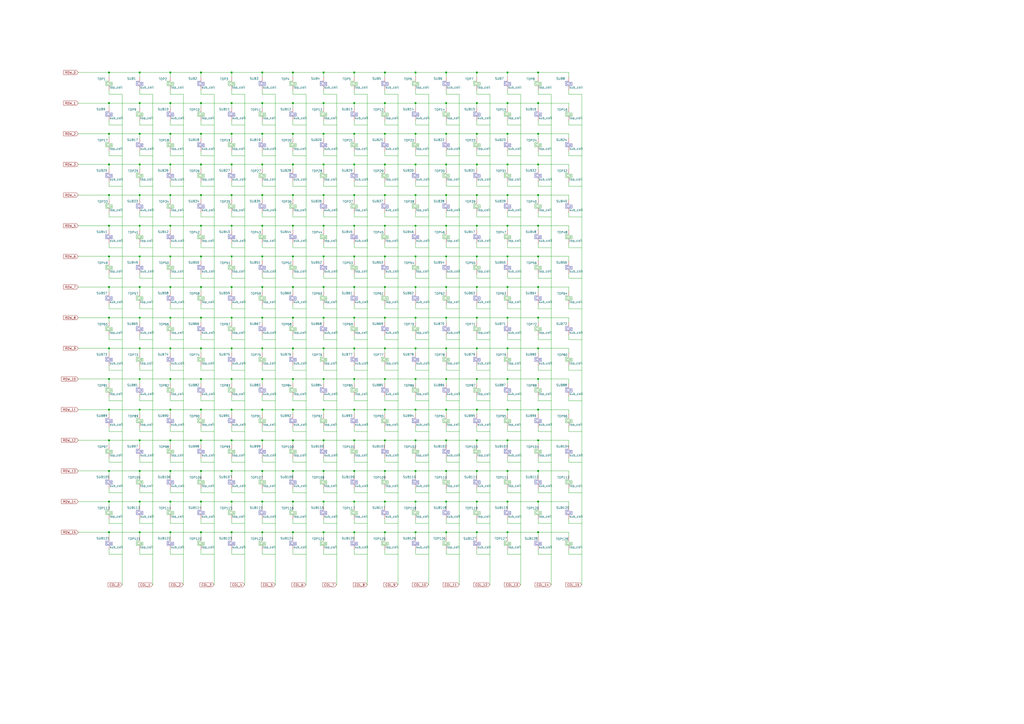
<source format=kicad_sch>
(kicad_sch (version 20231120) (generator "eeschema") (generator_version "8.0")
  (paper "A2")
  (title_block (date "2024-07-23"))
  (junction (at 116.586 273.177))
  (junction (at 205.486 219.837))
  (junction (at 152.146 237.617))
  (junction (at 241.046 308.737))
  (junction (at 134.366 290.957))
  (junction (at 152.146 308.737))
  (junction (at 169.926 255.397))
  (junction (at 276.606 130.937))
  (junction (at 169.926 95.377))
  (junction (at 223.266 42.037))
  (junction (at 81.026 95.377))
  (junction (at 116.586 77.597))
  (junction (at 81.026 77.597))
  (junction (at 134.366 184.277))
  (junction (at 241.046 77.597))
  (junction (at 223.266 77.597))
  (junction (at 187.706 42.037))
  (junction (at 223.266 130.937))
  (junction (at 223.266 184.277))
  (junction (at 241.046 113.157))
  (junction (at 81.026 42.037))
  (junction (at 134.366 148.717))
  (junction (at 152.146 77.597))
  (junction (at 276.606 148.717))
  (junction (at 294.386 308.737))
  (junction (at 294.386 255.397))
  (junction (at 294.386 237.617))
  (junction (at 81.026 255.397))
  (junction (at 98.806 237.617))
  (junction (at 241.046 202.057))
  (junction (at 187.706 184.277))
  (junction (at 205.486 202.057))
  (junction (at 276.606 237.617))
  (junction (at 187.706 95.377))
  (junction (at 312.166 42.037))
  (junction (at 81.026 219.837))
  (junction (at 152.146 42.037))
  (junction (at 312.166 59.817))
  (junction (at 241.046 219.837))
  (junction (at 134.366 273.177))
  (junction (at 134.366 166.497))
  (junction (at 187.706 113.157))
  (junction (at 187.706 237.617))
  (junction (at 276.606 255.397))
  (junction (at 116.586 95.377))
  (junction (at 258.826 308.737))
  (junction (at 276.606 95.377))
  (junction (at 63.246 308.737))
  (junction (at 205.486 255.397))
  (junction (at 187.706 166.497))
  (junction (at 134.366 42.037))
  (junction (at 258.826 59.817))
  (junction (at 116.586 255.397))
  (junction (at 241.046 290.957))
  (junction (at 169.926 219.837))
  (junction (at 63.246 77.597))
  (junction (at 223.266 255.397))
  (junction (at 169.926 113.157))
  (junction (at 81.026 113.157))
  (junction (at 223.266 308.737))
  (junction (at 294.386 130.937))
  (junction (at 169.926 202.057))
  (junction (at 169.926 273.177))
  (junction (at 134.366 308.737))
  (junction (at 205.486 166.497))
  (junction (at 81.026 166.497))
  (junction (at 63.246 219.837))
  (junction (at 152.146 130.937))
  (junction (at 312.166 219.837))
  (junction (at 134.366 59.817))
  (junction (at 169.926 130.937))
  (junction (at 276.606 219.837))
  (junction (at 312.166 113.157))
  (junction (at 294.386 59.817))
  (junction (at 116.586 202.057))
  (junction (at 312.166 77.597))
  (junction (at 223.266 166.497))
  (junction (at 205.486 184.277))
  (junction (at 223.266 273.177))
  (junction (at 187.706 308.737))
  (junction (at 276.606 308.737))
  (junction (at 134.366 130.937))
  (junction (at 294.386 77.597))
  (junction (at 98.806 59.817))
  (junction (at 116.586 42.037))
  (junction (at 241.046 95.377))
  (junction (at 169.926 290.957))
  (junction (at 223.266 202.057))
  (junction (at 276.606 42.037))
  (junction (at 276.606 113.157))
  (junction (at 134.366 95.377))
  (junction (at 187.706 290.957))
  (junction (at 98.806 148.717))
  (junction (at 116.586 184.277))
  (junction (at 276.606 202.057))
  (junction (at 258.826 202.057))
  (junction (at 276.606 77.597))
  (junction (at 152.146 166.497))
  (junction (at 294.386 202.057))
  (junction (at 241.046 237.617))
  (junction (at 152.146 95.377))
  (junction (at 98.806 202.057))
  (junction (at 258.826 42.037))
  (junction (at 258.826 95.377))
  (junction (at 258.826 219.837))
  (junction (at 312.166 184.277))
  (junction (at 134.366 202.057))
  (junction (at 294.386 219.837))
  (junction (at 258.826 273.177))
  (junction (at 294.386 42.037))
  (junction (at 223.266 113.157))
  (junction (at 294.386 290.957))
  (junction (at 241.046 130.937))
  (junction (at 98.806 184.277))
  (junction (at 98.806 42.037))
  (junction (at 63.246 290.957))
  (junction (at 81.026 237.617))
  (junction (at 81.026 148.717))
  (junction (at 241.046 42.037))
  (junction (at 116.586 290.957))
  (junction (at 63.246 166.497))
  (junction (at 205.486 148.717))
  (junction (at 312.166 95.377))
  (junction (at 116.586 130.937))
  (junction (at 223.266 95.377))
  (junction (at 169.926 184.277))
  (junction (at 276.606 273.177))
  (junction (at 152.146 148.717))
  (junction (at 223.266 148.717))
  (junction (at 152.146 219.837))
  (junction (at 98.806 290.957))
  (junction (at 152.146 273.177))
  (junction (at 134.366 237.617))
  (junction (at 116.586 237.617))
  (junction (at 276.606 59.817))
  (junction (at 187.706 59.817))
  (junction (at 98.806 273.177))
  (junction (at 205.486 273.177))
  (junction (at 98.806 166.497))
  (junction (at 258.826 290.957))
  (junction (at 81.026 59.817))
  (junction (at 63.246 255.397))
  (junction (at 312.166 308.737))
  (junction (at 205.486 113.157))
  (junction (at 169.926 166.497))
  (junction (at 241.046 255.397))
  (junction (at 63.246 273.177))
  (junction (at 134.366 77.597))
  (junction (at 312.166 255.397))
  (junction (at 187.706 130.937))
  (junction (at 98.806 95.377))
  (junction (at 63.246 148.717))
  (junction (at 63.246 42.037))
  (junction (at 276.606 166.497))
  (junction (at 187.706 255.397))
  (junction (at 258.826 113.157))
  (junction (at 294.386 113.157))
  (junction (at 223.266 59.817))
  (junction (at 241.046 166.497))
  (junction (at 312.166 148.717))
  (junction (at 312.166 290.957))
  (junction (at 276.606 290.957))
  (junction (at 152.146 184.277))
  (junction (at 223.266 219.837))
  (junction (at 312.166 130.937))
  (junction (at 63.246 237.617))
  (junction (at 258.826 130.937))
  (junction (at 81.026 273.177))
  (junction (at 63.246 59.817))
  (junction (at 98.806 113.157))
  (junction (at 98.806 77.597))
  (junction (at 169.926 77.597))
  (junction (at 81.026 290.957))
  (junction (at 134.366 219.837))
  (junction (at 187.706 148.717))
  (junction (at 294.386 273.177))
  (junction (at 169.926 308.737))
  (junction (at 81.026 202.057))
  (junction (at 63.246 113.157))
  (junction (at 205.486 130.937))
  (junction (at 116.586 219.837))
  (junction (at 152.146 255.397))
  (junction (at 81.026 130.937))
  (junction (at 241.046 184.277))
  (junction (at 152.146 113.157))
  (junction (at 81.026 184.277))
  (junction (at 312.166 273.177))
  (junction (at 116.586 59.817))
  (junction (at 258.826 148.717))
  (junction (at 134.366 255.397))
  (junction (at 258.826 166.497))
  (junction (at 258.826 255.397))
  (junction (at 241.046 59.817))
  (junction (at 63.246 95.377))
  (junction (at 294.386 166.497))
  (junction (at 205.486 77.597))
  (junction (at 258.826 77.597))
  (junction (at 169.926 148.717))
  (junction (at 81.026 308.737))
  (junction (at 205.486 237.617))
  (junction (at 98.806 219.837))
  (junction (at 134.366 113.157))
  (junction (at 63.246 184.277))
  (junction (at 187.706 219.837))
  (junction (at 312.166 166.497))
  (junction (at 98.806 255.397))
  (junction (at 169.926 42.037))
  (junction (at 241.046 148.717))
  (junction (at 205.486 290.957))
  (junction (at 187.706 202.057))
  (junction (at 223.266 237.617))
  (junction (at 276.606 184.277))
  (junction (at 294.386 184.277))
  (junction (at 294.386 148.717))
  (junction (at 223.266 290.957))
  (junction (at 98.806 130.937))
  (junction (at 205.486 95.377))
  (junction (at 294.386 95.377))
  (junction (at 116.586 113.157))
  (junction (at 312.166 237.617))
  (junction (at 205.486 42.037))
  (junction (at 116.586 308.737))
  (junction (at 116.586 148.717))
  (junction (at 187.706 273.177))
  (junction (at 241.046 273.177))
  (junction (at 205.486 308.737))
  (junction (at 258.826 184.277))
  (junction (at 63.246 202.057))
  (junction (at 152.146 290.957))
  (junction (at 312.166 202.057))
  (junction (at 98.806 308.737))
  (junction (at 169.926 237.617))
  (junction (at 152.146 59.817))
  (junction (at 116.586 166.497))
  (junction (at 152.146 202.057))
  (junction (at 169.926 59.817))
  (junction (at 63.246 130.937))
  (junction (at 205.486 59.817))
  (junction (at 258.826 237.617))
  (junction (at 187.706 77.597))
  (wire (pts (xy 205.486 229.997) (xy 205.486 232.537)))
  (wire (pts (xy 169.926 148.717) (xy 152.146 148.717)))
  (wire (pts (xy 116.586 87.757) (xy 116.586 90.297)))
  (wire (pts (xy 81.026 125.857) (xy 88.646 125.857)))
  (wire (pts (xy 241.046 143.637) (xy 248.666 143.637)))
  (wire (pts (xy 302.006 285.877) (xy 302.006 303.657)))
  (wire (pts (xy 152.146 290.957) (xy 134.366 290.957)))
  (wire (pts (xy 124.206 108.077) (xy 124.206 125.857)))
  (wire (pts (xy 187.706 303.657) (xy 195.326 303.657)))
  (wire (pts (xy 276.606 115.697) (xy 276.606 113.157)))
  (wire (pts (xy 134.366 212.217) (xy 134.366 214.757)))
  (wire (pts (xy 88.646 161.417) (xy 88.646 179.197)))
  (wire (pts (xy 169.926 59.817) (xy 152.146 59.817)))
  (wire (pts (xy 81.026 97.917) (xy 81.026 95.377)))
  (wire (pts (xy 205.486 141.097) (xy 205.486 143.637)))
  (wire (pts (xy 294.386 303.657) (xy 302.006 303.657)))
  (wire (pts (xy 223.266 108.077) (xy 230.886 108.077)))
  (wire (pts (xy 294.386 268.097) (xy 302.006 268.097)))
  (wire (pts (xy 134.366 72.517) (xy 141.986 72.517)))
  (wire (pts (xy 294.386 196.977) (xy 302.006 196.977)))
  (wire (pts (xy 319.786 321.437) (xy 319.786 339.217)))
  (wire (pts (xy 141.986 214.757) (xy 141.986 232.537)))
  (wire (pts (xy 241.046 240.157) (xy 241.046 237.617)))
  (wire (pts (xy 329.946 250.317) (xy 337.566 250.317)))
  (wire (pts (xy 205.486 87.757) (xy 205.486 90.297)))
  (wire (pts (xy 276.606 72.517) (xy 284.226 72.517)))
  (wire (pts (xy 187.706 321.437) (xy 195.326 321.437)))
  (wire (pts (xy 241.046 186.817) (xy 241.046 184.277)))
  (wire (pts (xy 134.366 80.137) (xy 134.366 77.597)))
  (wire (pts (xy 312.166 143.637) (xy 319.786 143.637)))
  (wire (pts (xy 152.146 318.897) (xy 152.146 321.437)))
  (wire (pts (xy 81.026 179.197) (xy 88.646 179.197)))
  (wire (pts (xy 106.426 232.537) (xy 106.426 250.317)))
  (wire (pts (xy 152.146 108.077) (xy 159.766 108.077)))
  (wire (pts (xy 329.946 232.537) (xy 337.566 232.537)))
  (wire (pts (xy 223.266 257.937) (xy 223.266 255.397)))
  (wire (pts (xy 223.266 290.957) (xy 205.486 290.957)))
  (wire (pts (xy 98.806 301.117) (xy 98.806 303.657)))
  (wire (pts (xy 329.946 80.137) (xy 329.946 77.597)))
  (wire (pts (xy 116.586 204.597) (xy 116.586 202.057)))
  (wire (pts (xy 116.586 212.217) (xy 116.586 214.757)))
  (wire (pts (xy 187.706 69.977) (xy 187.706 72.517)))
  (wire (pts (xy 187.706 290.957) (xy 169.926 290.957)))
  (wire (pts (xy 213.106 196.977) (xy 213.106 214.757)))
  (wire (pts (xy 116.586 222.377) (xy 116.586 219.837)))
  (wire (pts (xy 276.606 69.977) (xy 276.606 72.517)))
  (wire (pts (xy 223.266 229.997) (xy 223.266 232.537)))
  (wire (pts (xy 276.606 273.177) (xy 258.826 273.177)))
  (wire (pts (xy 98.806 52.197) (xy 98.806 54.737)))
  (wire (pts (xy 258.826 176.657) (xy 258.826 179.197)))
  (wire (pts (xy 159.766 285.877) (xy 159.766 303.657)))
  (wire (pts (xy 302.006 72.517) (xy 302.006 90.297)))
  (wire (pts (xy 169.926 52.197) (xy 169.926 54.737)))
  (wire (pts (xy 312.166 186.817) (xy 312.166 184.277)))
  (wire (pts (xy 63.246 130.937) (xy 45.466 130.937)))
  (wire (pts (xy 169.926 219.837) (xy 152.146 219.837)))
  (wire (pts (xy 205.486 179.197) (xy 213.106 179.197)))
  (wire (pts (xy 294.386 141.097) (xy 294.386 143.637)))
  (wire (pts (xy 63.246 212.217) (xy 63.246 214.757)))
  (wire (pts (xy 152.146 247.777) (xy 152.146 250.317)))
  (wire (pts (xy 169.926 90.297) (xy 177.546 90.297)))
  (wire (pts (xy 141.986 54.737) (xy 141.986 72.517)))
  (wire (pts (xy 294.386 143.637) (xy 302.006 143.637)))
  (wire (pts (xy 241.046 184.277) (xy 223.266 184.277)))
  (wire (pts (xy 98.806 311.277) (xy 98.806 308.737)))
  (wire (pts (xy 141.986 321.437) (xy 141.986 339.217)))
  (wire (pts (xy 223.266 321.437) (xy 230.886 321.437)))
  (wire (pts (xy 312.166 247.777) (xy 312.166 250.317)))
  (wire (pts (xy 258.826 240.157) (xy 258.826 237.617)))
  (wire (pts (xy 294.386 222.377) (xy 294.386 219.837)))
  (wire (pts (xy 195.326 143.637) (xy 195.326 161.417)))
  (wire (pts (xy 116.586 54.737) (xy 124.206 54.737)))
  (wire (pts (xy 63.246 125.857) (xy 70.866 125.857)))
  (wire (pts (xy 159.766 179.197) (xy 159.766 196.977)))
  (wire (pts (xy 312.166 184.277) (xy 294.386 184.277)))
  (wire (pts (xy 134.366 69.977) (xy 134.366 72.517)))
  (wire (pts (xy 294.386 115.697) (xy 294.386 113.157)))
  (wire (pts (xy 134.366 318.897) (xy 134.366 321.437)))
  (wire (pts (xy 63.246 237.617) (xy 45.466 237.617)))
  (wire (pts (xy 134.366 247.777) (xy 134.366 250.317)))
  (wire (pts (xy 124.206 196.977) (xy 124.206 214.757)))
  (wire (pts (xy 223.266 247.777) (xy 223.266 250.317)))
  (wire (pts (xy 88.646 108.077) (xy 88.646 125.857)))
  (wire (pts (xy 98.806 166.497) (xy 81.026 166.497)))
  (wire (pts (xy 312.166 161.417) (xy 319.786 161.417)))
  (wire (pts (xy 152.146 250.317) (xy 159.766 250.317)))
  (wire (pts (xy 241.046 125.857) (xy 248.666 125.857)))
  (wire (pts (xy 258.826 255.397) (xy 241.046 255.397)))
  (wire (pts (xy 241.046 311.277) (xy 241.046 308.737)))
  (wire (pts (xy 312.166 54.737) (xy 319.786 54.737)))
  (wire (pts (xy 124.206 285.877) (xy 124.206 303.657)))
  (wire (pts (xy 302.006 90.297) (xy 302.006 108.077)))
  (wire (pts (xy 276.606 301.117) (xy 276.606 303.657)))
  (wire (pts (xy 205.486 72.517) (xy 213.106 72.517)))
  (wire (pts (xy 169.926 97.917) (xy 169.926 95.377)))
  (wire (pts (xy 106.426 90.297) (xy 106.426 108.077)))
  (wire (pts (xy 276.606 265.557) (xy 276.606 268.097)))
  (wire (pts (xy 63.246 115.697) (xy 63.246 113.157)))
  (wire (pts (xy 284.226 268.097) (xy 284.226 285.877)))
  (wire (pts (xy 177.546 143.637) (xy 177.546 161.417)))
  (wire (pts (xy 106.426 161.417) (xy 106.426 179.197)))
  (wire (pts (xy 134.366 115.697) (xy 134.366 113.157)))
  (wire (pts (xy 223.266 186.817) (xy 223.266 184.277)))
  (wire (pts (xy 294.386 275.717) (xy 294.386 273.177)))
  (wire (pts (xy 213.106 54.737) (xy 213.106 72.517)))
  (wire (pts (xy 329.946 237.617) (xy 312.166 237.617)))
  (wire (pts (xy 124.206 268.097) (xy 124.206 285.877)))
  (wire (pts (xy 312.166 158.877) (xy 312.166 161.417)))
  (wire (pts (xy 258.826 247.777) (xy 258.826 250.317)))
  (wire (pts (xy 329.946 69.977) (xy 329.946 72.517)))
  (wire (pts (xy 116.586 169.037) (xy 116.586 166.497)))
  (wire (pts (xy 116.586 229.997) (xy 116.586 232.537)))
  (wire (pts (xy 258.826 222.377) (xy 258.826 219.837)))
  (wire (pts (xy 223.266 232.537) (xy 230.886 232.537)))
  (wire (pts (xy 187.706 268.097) (xy 195.326 268.097)))
  (wire (pts (xy 241.046 237.617) (xy 223.266 237.617)))
  (wire (pts (xy 319.786 214.757) (xy 319.786 232.537)))
  (wire (pts (xy 294.386 232.537) (xy 302.006 232.537)))
  (wire (pts (xy 98.806 54.737) (xy 106.426 54.737)))
  (wire (pts (xy 116.586 80.137) (xy 116.586 77.597)))
  (wire (pts (xy 116.586 301.117) (xy 116.586 303.657)))
  (wire (pts (xy 302.006 125.857) (xy 302.006 143.637)))
  (wire (pts (xy 116.586 72.517) (xy 124.206 72.517)))
  (wire (pts (xy 134.366 158.877) (xy 134.366 161.417)))
  (wire (pts (xy 187.706 237.617) (xy 169.926 237.617)))
  (wire (pts (xy 205.486 308.737) (xy 187.706 308.737)))
  (wire (pts (xy 63.246 148.717) (xy 45.466 148.717)))
  (wire (pts (xy 116.586 158.877) (xy 116.586 161.417)))
  (wire (pts (xy 134.366 133.477) (xy 134.366 130.937)))
  (wire (pts (xy 230.886 90.297) (xy 230.886 108.077)))
  (wire (pts (xy 223.266 184.277) (xy 205.486 184.277)))
  (wire (pts (xy 152.146 52.197) (xy 152.146 54.737)))
  (wire (pts (xy 169.926 158.877) (xy 169.926 161.417)))
  (wire (pts (xy 223.266 222.377) (xy 223.266 219.837)))
  (wire (pts (xy 258.826 90.297) (xy 266.446 90.297)))
  (wire (pts (xy 276.606 148.717) (xy 258.826 148.717)))
  (wire (pts (xy 329.946 204.597) (xy 329.946 202.057)))
  (wire (pts (xy 302.006 232.537) (xy 302.006 250.317)))
  (wire (pts (xy 152.146 212.217) (xy 152.146 214.757)))
  (wire (pts (xy 152.146 87.757) (xy 152.146 90.297)))
  (wire (pts (xy 276.606 80.137) (xy 276.606 77.597)))
  (wire (pts (xy 258.826 196.977) (xy 266.446 196.977)))
  (wire (pts (xy 81.026 184.277) (xy 63.246 184.277)))
  (wire (pts (xy 63.246 255.397) (xy 45.466 255.397)))
  (wire (pts (xy 258.826 232.537) (xy 266.446 232.537)))
  (wire (pts (xy 63.246 52.197) (xy 63.246 54.737)))
  (wire (pts (xy 230.886 268.097) (xy 230.886 285.877)))
  (wire (pts (xy 223.266 54.737) (xy 230.886 54.737)))
  (wire (pts (xy 81.026 204.597) (xy 81.026 202.057)))
  (wire (pts (xy 152.146 232.537) (xy 159.766 232.537)))
  (wire (pts (xy 258.826 161.417) (xy 266.446 161.417)))
  (wire (pts (xy 284.226 161.417) (xy 284.226 179.197)))
  (wire (pts (xy 294.386 257.937) (xy 294.386 255.397)))
  (wire (pts (xy 63.246 240.157) (xy 63.246 237.617)))
  (wire (pts (xy 329.946 130.937) (xy 312.166 130.937)))
  (wire (pts (xy 152.146 148.717) (xy 134.366 148.717)))
  (wire (pts (xy 258.826 202.057) (xy 241.046 202.057)))
  (wire (pts (xy 134.366 161.417) (xy 141.986 161.417)))
  (wire (pts (xy 116.586 69.977) (xy 116.586 72.517)))
  (wire (pts (xy 98.806 176.657) (xy 98.806 179.197)))
  (wire (pts (xy 106.426 250.317) (xy 106.426 268.097)))
  (wire (pts (xy 329.946 42.037) (xy 312.166 42.037)))
  (wire (pts (xy 63.246 161.417) (xy 70.866 161.417)))
  (wire (pts (xy 312.166 194.437) (xy 312.166 196.977)))
  (wire (pts (xy 88.646 321.437) (xy 88.646 339.217)))
  (wire (pts (xy 312.166 318.897) (xy 312.166 321.437)))
  (wire (pts (xy 169.926 133.477) (xy 169.926 130.937)))
  (wire (pts (xy 223.266 273.177) (xy 205.486 273.177)))
  (wire (pts (xy 81.026 130.937) (xy 63.246 130.937)))
  (wire (pts (xy 258.826 141.097) (xy 258.826 143.637)))
  (wire (pts (xy 187.706 133.477) (xy 187.706 130.937)))
  (wire (pts (xy 116.586 52.197) (xy 116.586 54.737)))
  (wire (pts (xy 294.386 247.777) (xy 294.386 250.317)))
  (wire (pts (xy 276.606 186.817) (xy 276.606 184.277)))
  (wire (pts (xy 152.146 176.657) (xy 152.146 179.197)))
  (wire (pts (xy 223.266 219.837) (xy 205.486 219.837)))
  (wire (pts (xy 169.926 237.617) (xy 152.146 237.617)))
  (wire (pts (xy 169.926 283.337) (xy 169.926 285.877)))
  (wire (pts (xy 169.926 115.697) (xy 169.926 113.157)))
  (wire (pts (xy 81.026 293.497) (xy 81.026 290.957)))
  (wire (pts (xy 312.166 232.537) (xy 319.786 232.537)))
  (wire (pts (xy 329.946 141.097) (xy 329.946 143.637)))
  (wire (pts (xy 106.426 196.977) (xy 106.426 214.757)))
  (wire (pts (xy 294.386 108.077) (xy 302.006 108.077)))
  (wire (pts (xy 266.446 179.197) (xy 266.446 196.977)))
  (wire (pts (xy 223.266 95.377) (xy 205.486 95.377)))
  (wire (pts (xy 159.766 54.737) (xy 159.766 72.517)))
  (wire (pts (xy 248.666 179.197) (xy 248.666 196.977)))
  (wire (pts (xy 152.146 158.877) (xy 152.146 161.417)))
  (wire (pts (xy 134.366 179.197) (xy 141.986 179.197)))
  (wire (pts (xy 205.486 108.077) (xy 213.106 108.077)))
  (wire (pts (xy 241.046 273.177) (xy 223.266 273.177)))
  (wire (pts (xy 276.606 166.497) (xy 258.826 166.497)))
  (wire (pts (xy 152.146 268.097) (xy 159.766 268.097)))
  (wire (pts (xy 258.826 229.997) (xy 258.826 232.537)))
  (wire (pts (xy 177.546 250.317) (xy 177.546 268.097)))
  (wire (pts (xy 134.366 42.037) (xy 116.586 42.037)))
  (wire (pts (xy 169.926 125.857) (xy 177.546 125.857)))
  (wire (pts (xy 284.226 72.517) (xy 284.226 90.297)))
  (wire (pts (xy 241.046 318.897) (xy 241.046 321.437)))
  (wire (pts (xy 152.146 311.277) (xy 152.146 308.737)))
  (wire (pts (xy 312.166 237.617) (xy 294.386 237.617)))
  (wire (pts (xy 116.586 115.697) (xy 116.586 113.157)))
  (wire (pts (xy 294.386 214.757) (xy 302.006 214.757)))
  (wire (pts (xy 276.606 283.337) (xy 276.606 285.877)))
  (wire (pts (xy 337.566 143.637) (xy 337.566 161.417)))
  (wire (pts (xy 169.926 229.997) (xy 169.926 232.537)))
  (wire (pts (xy 169.926 72.517) (xy 177.546 72.517)))
  (wire (pts (xy 294.386 194.437) (xy 294.386 196.977)))
  (wire (pts (xy 141.986 179.197) (xy 141.986 196.977)))
  (wire (pts (xy 98.806 59.817) (xy 81.026 59.817)))
  (wire (pts (xy 141.986 303.657) (xy 141.986 321.437)))
  (wire (pts (xy 205.486 204.597) (xy 205.486 202.057)))
  (wire (pts (xy 70.866 179.197) (xy 70.866 196.977)))
  (wire (pts (xy 63.246 232.537) (xy 70.866 232.537)))
  (wire (pts (xy 329.946 222.377) (xy 329.946 219.837)))
  (wire (pts (xy 187.706 255.397) (xy 169.926 255.397)))
  (wire (pts (xy 141.986 250.317) (xy 141.986 268.097)))
  (wire (pts (xy 177.546 108.077) (xy 177.546 125.857)))
  (wire (pts (xy 205.486 255.397) (xy 187.706 255.397)))
  (wire (pts (xy 152.146 179.197) (xy 159.766 179.197)))
  (wire (pts (xy 276.606 125.857) (xy 284.226 125.857)))
  (wire (pts (xy 63.246 169.037) (xy 63.246 166.497)))
  (wire (pts (xy 337.566 321.437) (xy 337.566 339.217)))
  (wire (pts (xy 276.606 62.357) (xy 276.606 59.817)))
  (wire (pts (xy 81.026 42.037) (xy 63.246 42.037)))
  (wire (pts (xy 116.586 151.257) (xy 116.586 148.717)))
  (wire (pts (xy 134.366 311.277) (xy 134.366 308.737)))
  (wire (pts (xy 177.546 72.517) (xy 177.546 90.297)))
  (wire (pts (xy 134.366 250.317) (xy 141.986 250.317)))
  (wire (pts (xy 205.486 219.837) (xy 187.706 219.837)))
  (wire (pts (xy 63.246 95.377) (xy 45.466 95.377)))
  (wire (pts (xy 81.026 115.697) (xy 81.026 113.157)))
  (wire (pts (xy 81.026 290.957) (xy 63.246 290.957)))
  (wire (pts (xy 284.226 54.737) (xy 284.226 72.517)))
  (wire (pts (xy 195.326 90.297) (xy 195.326 108.077)))
  (wire (pts (xy 302.006 214.757) (xy 302.006 232.537)))
  (wire (pts (xy 294.386 219.837) (xy 276.606 219.837)))
  (wire (pts (xy 169.926 105.537) (xy 169.926 108.077)))
  (wire (pts (xy 169.926 179.197) (xy 177.546 179.197)))
  (wire (pts (xy 213.106 125.857) (xy 213.106 143.637)))
  (wire (pts (xy 329.946 151.257) (xy 329.946 148.717)))
  (wire (pts (xy 230.886 285.877) (xy 230.886 303.657)))
  (wire (pts (xy 152.146 105.537) (xy 152.146 108.077)))
  (wire (pts (xy 169.926 108.077) (xy 177.546 108.077)))
  (wire (pts (xy 205.486 77.597) (xy 187.706 77.597)))
  (wire (pts (xy 88.646 54.737) (xy 88.646 72.517)))
  (wire (pts (xy 187.706 308.737) (xy 169.926 308.737)))
  (wire (pts (xy 213.106 72.517) (xy 213.106 90.297)))
  (wire (pts (xy 294.386 290.957) (xy 276.606 290.957)))
  (wire (pts (xy 213.106 285.877) (xy 213.106 303.657)))
  (wire (pts (xy 106.426 72.517) (xy 106.426 90.297)))
  (wire (pts (xy 63.246 275.717) (xy 63.246 273.177)))
  (wire (pts (xy 205.486 169.037) (xy 205.486 166.497)))
  (wire (pts (xy 312.166 212.217) (xy 312.166 214.757)))
  (wire (pts (xy 276.606 321.437) (xy 284.226 321.437)))
  (wire (pts (xy 312.166 95.377) (xy 294.386 95.377)))
  (wire (pts (xy 63.246 62.357) (xy 63.246 59.817)))
  (wire (pts (xy 294.386 229.997) (xy 294.386 232.537)))
  (wire (pts (xy 241.046 52.197) (xy 241.046 54.737)))
  (wire (pts (xy 312.166 166.497) (xy 294.386 166.497)))
  (wire (pts (xy 294.386 130.937) (xy 276.606 130.937)))
  (wire (pts (xy 258.826 151.257) (xy 258.826 148.717)))
  (wire (pts (xy 329.946 257.937) (xy 329.946 255.397)))
  (wire (pts (xy 258.826 265.557) (xy 258.826 268.097)))
  (wire (pts (xy 329.946 90.297) (xy 337.566 90.297)))
  (wire (pts (xy 152.146 229.997) (xy 152.146 232.537)))
  (wire (pts (xy 116.586 219.837) (xy 98.806 219.837)))
  (wire (pts (xy 258.826 311.277) (xy 258.826 308.737)))
  (wire (pts (xy 230.886 232.537) (xy 230.886 250.317)))
  (wire (pts (xy 276.606 196.977) (xy 284.226 196.977)))
  (wire (pts (xy 63.246 143.637) (xy 70.866 143.637)))
  (wire (pts (xy 81.026 176.657) (xy 81.026 179.197)))
  (wire (pts (xy 116.586 95.377) (xy 98.806 95.377)))
  (wire (pts (xy 134.366 77.597) (xy 116.586 77.597)))
  (wire (pts (xy 159.766 161.417) (xy 159.766 179.197)))
  (wire (pts (xy 266.446 143.637) (xy 266.446 161.417)))
  (wire (pts (xy 195.326 72.517) (xy 195.326 90.297)))
  (wire (pts (xy 223.266 285.877) (xy 230.886 285.877)))
  (wire (pts (xy 223.266 123.317) (xy 223.266 125.857)))
  (wire (pts (xy 241.046 247.777) (xy 241.046 250.317)))
  (wire (pts (xy 205.486 95.377) (xy 187.706 95.377)))
  (wire (pts (xy 152.146 255.397) (xy 134.366 255.397)))
  (wire (pts (xy 98.806 42.037) (xy 81.026 42.037)))
  (wire (pts (xy 329.946 113.157) (xy 312.166 113.157)))
  (wire (pts (xy 241.046 308.737) (xy 223.266 308.737)))
  (wire (pts (xy 294.386 179.197) (xy 302.006 179.197)))
  (wire (pts (xy 81.026 318.897) (xy 81.026 321.437)))
  (wire (pts (xy 205.486 273.177) (xy 187.706 273.177)))
  (wire (pts (xy 223.266 194.437) (xy 223.266 196.977)))
  (wire (pts (xy 116.586 214.757) (xy 124.206 214.757)))
  (wire (pts (xy 258.826 321.437) (xy 266.446 321.437)))
  (wire (pts (xy 63.246 219.837) (xy 45.466 219.837)))
  (wire (pts (xy 116.586 123.317) (xy 116.586 125.857)))
  (wire (pts (xy 223.266 303.657) (xy 230.886 303.657)))
  (wire (pts (xy 187.706 285.877) (xy 195.326 285.877)))
  (wire (pts (xy 266.446 54.737) (xy 266.446 72.517)))
  (wire (pts (xy 124.206 54.737) (xy 124.206 72.517)))
  (wire (pts (xy 187.706 283.337) (xy 187.706 285.877)))
  (wire (pts (xy 230.886 54.737) (xy 230.886 72.517)))
  (wire (pts (xy 141.986 232.537) (xy 141.986 250.317)))
  (wire (pts (xy 258.826 293.497) (xy 258.826 290.957)))
  (wire (pts (xy 302.006 196.977) (xy 302.006 214.757)))
  (wire (pts (xy 116.586 255.397) (xy 98.806 255.397)))
  (wire (pts (xy 205.486 80.137) (xy 205.486 77.597)))
  (wire (pts (xy 312.166 285.877) (xy 319.786 285.877)))
  (wire (pts (xy 116.586 44.577) (xy 116.586 42.037)))
  (wire (pts (xy 258.826 204.597) (xy 258.826 202.057)))
  (wire (pts (xy 258.826 72.517) (xy 266.446 72.517)))
  (wire (pts (xy 329.946 115.697) (xy 329.946 113.157)))
  (wire (pts (xy 116.586 77.597) (xy 98.806 77.597)))
  (wire (pts (xy 329.946 303.657) (xy 337.566 303.657)))
  (wire (pts (xy 169.926 204.597) (xy 169.926 202.057)))
  (wire (pts (xy 81.026 303.657) (xy 88.646 303.657)))
  (wire (pts (xy 63.246 179.197) (xy 70.866 179.197)))
  (wire (pts (xy 276.606 123.317) (xy 276.606 125.857)))
  (wire (pts (xy 98.806 77.597) (xy 81.026 77.597)))
  (wire (pts (xy 169.926 232.537) (xy 177.546 232.537)))
  (wire (pts (xy 98.806 62.357) (xy 98.806 59.817)))
  (wire (pts (xy 187.706 130.937) (xy 169.926 130.937)))
  (wire (pts (xy 258.826 133.477) (xy 258.826 130.937)))
  (wire (pts (xy 70.866 303.657) (xy 70.866 321.437)))
  (wire (pts (xy 205.486 184.277) (xy 187.706 184.277)))
  (wire (pts (xy 152.146 321.437) (xy 159.766 321.437)))
  (wire (pts (xy 169.926 62.357) (xy 169.926 59.817)))
  (wire (pts (xy 98.806 95.377) (xy 81.026 95.377)))
  (wire (pts (xy 223.266 214.757) (xy 230.886 214.757)))
  (wire (pts (xy 98.806 293.497) (xy 98.806 290.957)))
  (wire (pts (xy 116.586 202.057) (xy 98.806 202.057)))
  (wire (pts (xy 98.806 268.097) (xy 106.426 268.097)))
  (wire (pts (xy 258.826 113.157) (xy 241.046 113.157)))
  (wire (pts (xy 141.986 143.637) (xy 141.986 161.417)))
  (wire (pts (xy 81.026 311.277) (xy 81.026 308.737)))
  (wire (pts (xy 134.366 52.197) (xy 134.366 54.737)))
  (wire (pts (xy 116.586 113.157) (xy 98.806 113.157)))
  (wire (pts (xy 276.606 229.997) (xy 276.606 232.537)))
  (wire (pts (xy 63.246 311.277) (xy 63.246 308.737)))
  (wire (pts (xy 152.146 204.597) (xy 152.146 202.057)))
  (wire (pts (xy 223.266 204.597) (xy 223.266 202.057)))
  (wire (pts (xy 134.366 255.397) (xy 116.586 255.397)))
  (wire (pts (xy 319.786 250.317) (xy 319.786 268.097)))
  (wire (pts (xy 241.046 72.517) (xy 248.666 72.517)))
  (wire (pts (xy 276.606 308.737) (xy 258.826 308.737)))
  (wire (pts (xy 223.266 301.117) (xy 223.266 303.657)))
  (wire (pts (xy 98.806 186.817) (xy 98.806 184.277)))
  (wire (pts (xy 88.646 90.297) (xy 88.646 108.077)))
  (wire (pts (xy 294.386 151.257) (xy 294.386 148.717)))
  (wire (pts (xy 276.606 240.157) (xy 276.606 237.617)))
  (wire (pts (xy 302.006 250.317) (xy 302.006 268.097)))
  (wire (pts (xy 187.706 204.597) (xy 187.706 202.057)))
  (wire (pts (xy 205.486 105.537) (xy 205.486 108.077)))
  (wire (pts (xy 266.446 108.077) (xy 266.446 125.857)))
  (wire (pts (xy 337.566 72.517) (xy 337.566 90.297)))
  (wire (pts (xy 159.766 125.857) (xy 159.766 143.637)))
  (wire (pts (xy 152.146 44.577) (xy 152.146 42.037)))
  (wire (pts (xy 258.826 44.577) (xy 258.826 42.037)))
  (wire (pts (xy 81.026 44.577) (xy 81.026 42.037)))
  (wire (pts (xy 116.586 290.957) (xy 98.806 290.957)))
  (wire (pts (xy 152.146 293.497) (xy 152.146 290.957)))
  (wire (pts (xy 134.366 232.537) (xy 141.986 232.537)))
  (wire (pts (xy 63.246 77.597) (xy 45.466 77.597)))
  (wire (pts (xy 152.146 166.497) (xy 134.366 166.497)))
  (wire (pts (xy 81.026 141.097) (xy 81.026 143.637)))
  (wire (pts (xy 63.246 141.097) (xy 63.246 143.637)))
  (wire (pts (xy 258.826 308.737) (xy 241.046 308.737)))
  (wire (pts (xy 195.326 303.657) (xy 195.326 321.437)))
  (wire (pts (xy 187.706 232.537) (xy 195.326 232.537)))
  (wire (pts (xy 312.166 77.597) (xy 294.386 77.597)))
  (wire (pts (xy 266.446 196.977) (xy 266.446 214.757)))
  (wire (pts (xy 248.666 72.517) (xy 248.666 90.297)))
  (wire (pts (xy 177.546 303.657) (xy 177.546 321.437)))
  (wire (pts (xy 205.486 303.657) (xy 213.106 303.657)))
  (wire (pts (xy 329.946 87.757) (xy 329.946 90.297)))
  (wire (pts (xy 81.026 247.777) (xy 81.026 250.317)))
  (wire (pts (xy 258.826 80.137) (xy 258.826 77.597)))
  (wire (pts (xy 276.606 250.317) (xy 284.226 250.317)))
  (wire (pts (xy 329.946 52.197) (xy 329.946 54.737)))
  (wire (pts (xy 241.046 257.937) (xy 241.046 255.397)))
  (wire (pts (xy 81.026 95.377) (xy 63.246 95.377)))
  (wire (pts (xy 294.386 62.357) (xy 294.386 59.817)))
  (wire (pts (xy 124.206 72.517) (xy 124.206 90.297)))
  (wire (pts (xy 294.386 204.597) (xy 294.386 202.057)))
  (wire (pts (xy 169.926 285.877) (xy 177.546 285.877)))
  (wire (pts (xy 337.566 108.077) (xy 337.566 125.857)))
  (wire (pts (xy 116.586 321.437) (xy 124.206 321.437)))
  (wire (pts (xy 116.586 62.357) (xy 116.586 59.817)))
  (wire (pts (xy 63.246 273.177) (xy 45.466 273.177)))
  (wire (pts (xy 258.826 95.377) (xy 241.046 95.377)))
  (wire (pts (xy 98.806 240.157) (xy 98.806 237.617)))
  (wire (pts (xy 98.806 196.977) (xy 106.426 196.977)))
  (wire (pts (xy 63.246 87.757) (xy 63.246 90.297)))
  (wire (pts (xy 169.926 186.817) (xy 169.926 184.277)))
  (wire (pts (xy 177.546 285.877) (xy 177.546 303.657)))
  (wire (pts (xy 63.246 268.097) (xy 70.866 268.097)))
  (wire (pts (xy 169.926 273.177) (xy 152.146 273.177)))
  (wire (pts (xy 116.586 161.417) (xy 124.206 161.417)))
  (wire (pts (xy 276.606 290.957) (xy 258.826 290.957)))
  (wire (pts (xy 329.946 186.817) (xy 329.946 184.277)))
  (wire (pts (xy 169.926 151.257) (xy 169.926 148.717)))
  (wire (pts (xy 63.246 303.657) (xy 70.866 303.657)))
  (wire (pts (xy 106.426 125.857) (xy 106.426 143.637)))
  (wire (pts (xy 329.946 194.437) (xy 329.946 196.977)))
  (wire (pts (xy 63.246 123.317) (xy 63.246 125.857)))
  (wire (pts (xy 70.866 143.637) (xy 70.866 161.417)))
  (wire (pts (xy 141.986 90.297) (xy 141.986 108.077)))
  (wire (pts (xy 98.806 229.997) (xy 98.806 232.537)))
  (wire (pts (xy 258.826 268.097) (xy 266.446 268.097)))
  (wire (pts (xy 223.266 52.197) (xy 223.266 54.737)))
  (wire (pts (xy 276.606 151.257) (xy 276.606 148.717)))
  (wire (pts (xy 63.246 176.657) (xy 63.246 179.197)))
  (wire (pts (xy 169.926 275.717) (xy 169.926 273.177)))
  (wire (pts (xy 241.046 290.957) (xy 223.266 290.957)))
  (wire (pts (xy 98.806 308.737) (xy 81.026 308.737)))
  (wire (pts (xy 294.386 105.537) (xy 294.386 108.077)))
  (wire (pts (xy 169.926 293.497) (xy 169.926 290.957)))
  (wire (pts (xy 205.486 301.117) (xy 205.486 303.657)))
  (wire (pts (xy 169.926 141.097) (xy 169.926 143.637)))
  (wire (pts (xy 81.026 240.157) (xy 81.026 237.617)))
  (wire (pts (xy 302.006 161.417) (xy 302.006 179.197)))
  (wire (pts (xy 213.106 108.077) (xy 213.106 125.857)))
  (wire (pts (xy 312.166 148.717) (xy 294.386 148.717)))
  (wire (pts (xy 70.866 72.517) (xy 70.866 90.297)))
  (wire (pts (xy 276.606 97.917) (xy 276.606 95.377)))
  (wire (pts (xy 241.046 204.597) (xy 241.046 202.057)))
  (wire (pts (xy 241.046 202.057) (xy 223.266 202.057)))
  (wire (pts (xy 63.246 72.517) (xy 70.866 72.517)))
  (wire (pts (xy 124.206 179.197) (xy 124.206 196.977)))
  (wire (pts (xy 81.026 148.717) (xy 63.246 148.717)))
  (wire (pts (xy 294.386 169.037) (xy 294.386 166.497)))
  (wire (pts (xy 81.026 194.437) (xy 81.026 196.977)))
  (wire (pts (xy 88.646 268.097) (xy 88.646 285.877)))
  (wire (pts (xy 63.246 293.497) (xy 63.246 290.957)))
  (wire (pts (xy 223.266 240.157) (xy 223.266 237.617)))
  (wire (pts (xy 187.706 123.317) (xy 187.706 125.857)))
  (wire (pts (xy 230.886 179.197) (xy 230.886 196.977)))
  (wire (pts (xy 329.946 125.857) (xy 337.566 125.857)))
  (wire (pts (xy 312.166 268.097) (xy 319.786 268.097)))
  (wire (pts (xy 63.246 186.817) (xy 63.246 184.277)))
  (wire (pts (xy 329.946 255.397) (xy 312.166 255.397)))
  (wire (pts (xy 312.166 125.857) (xy 319.786 125.857)))
  (wire (pts (xy 152.146 77.597) (xy 134.366 77.597)))
  (wire (pts (xy 98.806 123.317) (xy 98.806 125.857)))
  (wire (pts (xy 134.366 143.637) (xy 141.986 143.637)))
  (wire (pts (xy 152.146 184.277) (xy 134.366 184.277)))
  (wire (pts (xy 337.566 125.857) (xy 337.566 143.637)))
  (wire (pts (xy 116.586 90.297) (xy 124.206 90.297)))
  (wire (pts (xy 276.606 318.897) (xy 276.606 321.437)))
  (wire (pts (xy 329.946 44.577) (xy 329.946 42.037)))
  (wire (pts (xy 152.146 237.617) (xy 134.366 237.617)))
  (wire (pts (xy 81.026 161.417) (xy 88.646 161.417)))
  (wire (pts (xy 205.486 202.057) (xy 187.706 202.057)))
  (wire (pts (xy 312.166 301.117) (xy 312.166 303.657)))
  (wire (pts (xy 169.926 240.157) (xy 169.926 237.617)))
  (wire (pts (xy 169.926 130.937) (xy 152.146 130.937)))
  (wire (pts (xy 205.486 222.377) (xy 205.486 219.837)))
  (wire (pts (xy 248.666 196.977) (xy 248.666 214.757)))
  (wire (pts (xy 312.166 123.317) (xy 312.166 125.857)))
  (wire (pts (xy 258.826 42.037) (xy 241.046 42.037)))
  (wire (pts (xy 187.706 95.377) (xy 169.926 95.377)))
  (wire (pts (xy 98.806 204.597) (xy 98.806 202.057)))
  (wire (pts (xy 187.706 293.497) (xy 187.706 290.957)))
  (wire (pts (xy 312.166 113.157) (xy 294.386 113.157)))
  (wire (pts (xy 134.366 194.437) (xy 134.366 196.977)))
  (wire (pts (xy 223.266 275.717) (xy 223.266 273.177)))
  (wire (pts (xy 266.446 232.537) (xy 266.446 250.317)))
  (wire (pts (xy 258.826 52.197) (xy 258.826 54.737)))
  (wire (pts (xy 152.146 95.377) (xy 134.366 95.377)))
  (wire (pts (xy 266.446 214.757) (xy 266.446 232.537)))
  (wire (pts (xy 241.046 194.437) (xy 241.046 196.977)))
  (wire (pts (xy 312.166 133.477) (xy 312.166 130.937)))
  (wire (pts (xy 329.946 214.757) (xy 337.566 214.757)))
  (wire (pts (xy 258.826 237.617) (xy 241.046 237.617)))
  (wire (pts (xy 116.586 148.717) (xy 98.806 148.717)))
  (wire (pts (xy 312.166 72.517) (xy 319.786 72.517)))
  (wire (pts (xy 98.806 97.917) (xy 98.806 95.377)))
  (wire (pts (xy 241.046 115.697) (xy 241.046 113.157)))
  (wire (pts (xy 134.366 283.337) (xy 134.366 285.877)))
  (wire (pts (xy 81.026 219.837) (xy 63.246 219.837)))
  (wire (pts (xy 258.826 318.897) (xy 258.826 321.437)))
  (wire (pts (xy 294.386 54.737) (xy 302.006 54.737)))
  (wire (pts (xy 152.146 130.937) (xy 134.366 130.937)))
  (wire (pts (xy 169.926 290.957) (xy 152.146 290.957)))
  (wire (pts (xy 294.386 318.897) (xy 294.386 321.437)))
  (wire (pts (xy 276.606 161.417) (xy 284.226 161.417)))
  (wire (pts (xy 241.046 130.937) (xy 223.266 130.937)))
  (wire (pts (xy 329.946 285.877) (xy 337.566 285.877)))
  (wire (pts (xy 266.446 303.657) (xy 266.446 321.437)))
  (wire (pts (xy 98.806 250.317) (xy 106.426 250.317)))
  (wire (pts (xy 337.566 54.737) (xy 337.566 72.517)))
  (wire (pts (xy 63.246 97.917) (xy 63.246 95.377)))
  (wire (pts (xy 81.026 321.437) (xy 88.646 321.437)))
  (wire (pts (xy 294.386 311.277) (xy 294.386 308.737)))
  (wire (pts (xy 241.046 44.577) (xy 241.046 42.037)))
  (wire (pts (xy 169.926 161.417) (xy 177.546 161.417)))
  (wire (pts (xy 276.606 255.397) (xy 258.826 255.397)))
  (wire (pts (xy 152.146 54.737) (xy 159.766 54.737)))
  (wire (pts (xy 116.586 143.637) (xy 124.206 143.637)))
  (wire (pts (xy 98.806 80.137) (xy 98.806 77.597)))
  (wire (pts (xy 70.866 321.437) (xy 70.866 339.217)))
  (wire (pts (xy 205.486 148.717) (xy 187.706 148.717)))
  (wire (pts (xy 187.706 301.117) (xy 187.706 303.657)))
  (wire (pts (xy 205.486 265.557) (xy 205.486 268.097)))
  (wire (pts (xy 241.046 321.437) (xy 248.666 321.437)))
  (wire (pts (xy 312.166 169.037) (xy 312.166 166.497)))
  (wire (pts (xy 276.606 311.277) (xy 276.606 308.737)))
  (wire (pts (xy 329.946 158.877) (xy 329.946 161.417)))
  (wire (pts (xy 284.226 232.537) (xy 284.226 250.317)))
  (wire (pts (xy 152.146 214.757) (xy 159.766 214.757)))
  (wire (pts (xy 312.166 240.157) (xy 312.166 237.617)))
  (wire (pts (xy 294.386 202.057) (xy 276.606 202.057)))
  (wire (pts (xy 134.366 113.157) (xy 116.586 113.157)))
  (wire (pts (xy 187.706 257.937) (xy 187.706 255.397)))
  (wire (pts (xy 223.266 87.757) (xy 223.266 90.297)))
  (wire (pts (xy 63.246 44.577) (xy 63.246 42.037)))
  (wire (pts (xy 98.806 105.537) (xy 98.806 108.077)))
  (wire (pts (xy 134.366 202.057) (xy 116.586 202.057)))
  (wire (pts (xy 116.586 97.917) (xy 116.586 95.377)))
  (wire (pts (xy 319.786 196.977) (xy 319.786 214.757)))
  (wire (pts (xy 152.146 194.437) (xy 152.146 196.977)))
  (wire (pts (xy 213.106 143.637) (xy 213.106 161.417)))
  (wire (pts (xy 276.606 105.537) (xy 276.606 108.077)))
  (wire (pts (xy 81.026 108.077) (xy 88.646 108.077)))
  (wire (pts (xy 152.146 161.417) (xy 159.766 161.417)))
  (wire (pts (xy 98.806 151.257) (xy 98.806 148.717)))
  (wire (pts (xy 329.946 229.997) (xy 329.946 232.537)))
  (wire (pts (xy 337.566 232.537) (xy 337.566 250.317)))
  (wire (pts (xy 337.566 268.097) (xy 337.566 285.877)))
  (wire (pts (xy 152.146 42.037) (xy 134.366 42.037)))
  (wire (pts (xy 187.706 202.057) (xy 169.926 202.057)))
  (wire (pts (xy 276.606 176.657) (xy 276.606 179.197)))
  (wire (pts (xy 187.706 80.137) (xy 187.706 77.597)))
  (wire (pts (xy 63.246 54.737) (xy 70.866 54.737)))
  (wire (pts (xy 124.206 90.297) (xy 124.206 108.077)))
  (wire (pts (xy 169.926 311.277) (xy 169.926 308.737)))
  (wire (pts (xy 302.006 303.657) (xy 302.006 321.437)))
  (wire (pts (xy 284.226 303.657) (xy 284.226 321.437)))
  (wire (pts (xy 187.706 52.197) (xy 187.706 54.737)))
  (wire (pts (xy 223.266 250.317) (xy 230.886 250.317)))
  (wire (pts (xy 337.566 90.297) (xy 337.566 108.077)))
  (wire (pts (xy 241.046 123.317) (xy 241.046 125.857)))
  (wire (pts (xy 134.366 151.257) (xy 134.366 148.717)))
  (wire (pts (xy 241.046 176.657) (xy 241.046 179.197)))
  (wire (pts (xy 312.166 275.717) (xy 312.166 273.177)))
  (wire (pts (xy 187.706 229.997) (xy 187.706 232.537)))
  (wire (pts (xy 152.146 273.177) (xy 134.366 273.177)))
  (wire (pts (xy 134.366 108.077) (xy 141.986 108.077)))
  (wire (pts (xy 205.486 123.317) (xy 205.486 125.857)))
  (wire (pts (xy 134.366 229.997) (xy 134.366 232.537)))
  (wire (pts (xy 241.046 303.657) (xy 248.666 303.657)))
  (wire (pts (xy 258.826 69.977) (xy 258.826 72.517)))
  (wire (pts (xy 258.826 214.757) (xy 266.446 214.757)))
  (wire (pts (xy 169.926 194.437) (xy 169.926 196.977)))
  (wire (pts (xy 152.146 151.257) (xy 152.146 148.717)))
  (wire (pts (xy 134.366 204.597) (xy 134.366 202.057)))
  (wire (pts (xy 152.146 308.737) (xy 134.366 308.737)))
  (wire (pts (xy 63.246 321.437) (xy 70.866 321.437)))
  (wire (pts (xy 205.486 214.757) (xy 213.106 214.757)))
  (wire (pts (xy 276.606 285.877) (xy 284.226 285.877)))
  (wire (pts (xy 205.486 257.937) (xy 205.486 255.397)))
  (wire (pts (xy 205.486 69.977) (xy 205.486 72.517)))
  (wire (pts (xy 88.646 196.977) (xy 88.646 214.757)))
  (wire (pts (xy 294.386 90.297) (xy 302.006 90.297)))
  (wire (pts (xy 276.606 194.437) (xy 276.606 196.977)))
  (wire (pts (xy 230.886 161.417) (xy 230.886 179.197)))
  (wire (pts (xy 312.166 151.257) (xy 312.166 148.717)))
  (wire (pts (xy 258.826 77.597) (xy 241.046 77.597)))
  (wire (pts (xy 337.566 196.977) (xy 337.566 214.757)))
  (wire (pts (xy 276.606 95.377) (xy 258.826 95.377)))
  (wire (pts (xy 312.166 214.757) (xy 319.786 214.757)))
  (wire (pts (xy 248.666 125.857) (xy 248.666 143.637)))
  (wire (pts (xy 187.706 212.217) (xy 187.706 214.757)))
  (wire (pts (xy 294.386 125.857) (xy 302.006 125.857)))
  (wire (pts (xy 187.706 105.537) (xy 187.706 108.077)))
  (wire (pts (xy 312.166 204.597) (xy 312.166 202.057)))
  (wire (pts (xy 205.486 42.037) (xy 187.706 42.037)))
  (wire (pts (xy 223.266 105.537) (xy 223.266 108.077)))
  (wire (pts (xy 81.026 158.877) (xy 81.026 161.417)))
  (wire (pts (xy 116.586 265.557) (xy 116.586 268.097)))
  (wire (pts (xy 134.366 130.937) (xy 116.586 130.937)))
  (wire (pts (xy 159.766 196.977) (xy 159.766 214.757)))
  (wire (pts (xy 63.246 308.737) (xy 45.466 308.737)))
  (wire (pts (xy 276.606 275.717) (xy 276.606 273.177)))
  (wire (pts (xy 205.486 130.937) (xy 187.706 130.937)))
  (wire (pts (xy 70.866 250.317) (xy 70.866 268.097)))
  (wire (pts (xy 169.926 265.557) (xy 169.926 268.097)))
  (wire (pts (xy 329.946 283.337) (xy 329.946 285.877)))
  (wire (pts (xy 294.386 123.317) (xy 294.386 125.857)))
  (wire (pts (xy 134.366 293.497) (xy 134.366 290.957)))
  (wire (pts (xy 152.146 62.357) (xy 152.146 59.817)))
  (wire (pts (xy 152.146 72.517) (xy 159.766 72.517)))
  (wire (pts (xy 241.046 255.397) (xy 223.266 255.397)))
  (wire (pts (xy 312.166 87.757) (xy 312.166 90.297)))
  (wire (pts (xy 312.166 219.837) (xy 294.386 219.837)))
  (wire (pts (xy 230.886 214.757) (xy 230.886 232.537)))
  (wire (pts (xy 276.606 90.297) (xy 284.226 90.297)))
  (wire (pts (xy 294.386 69.977) (xy 294.386 72.517)))
  (wire (pts (xy 312.166 176.657) (xy 312.166 179.197)))
  (wire (pts (xy 81.026 113.157) (xy 63.246 113.157)))
  (wire (pts (xy 81.026 214.757) (xy 88.646 214.757)))
  (wire (pts (xy 276.606 108.077) (xy 284.226 108.077)))
  (wire (pts (xy 294.386 87.757) (xy 294.386 90.297)))
  (wire (pts (xy 187.706 179.197) (xy 195.326 179.197)))
  (wire (pts (xy 187.706 108.077) (xy 195.326 108.077)))
  (wire (pts (xy 63.246 257.937) (xy 63.246 255.397)))
  (wire (pts (xy 187.706 158.877) (xy 187.706 161.417)))
  (wire (pts (xy 81.026 87.757) (xy 81.026 90.297)))
  (wire (pts (xy 241.046 250.317) (xy 248.666 250.317)))
  (wire (pts (xy 63.246 158.877) (xy 63.246 161.417)))
  (wire (pts (xy 98.806 275.717) (xy 98.806 273.177)))
  (wire (pts (xy 98.806 141.097) (xy 98.806 143.637)))
  (wire (pts (xy 187.706 194.437) (xy 187.706 196.977)))
  (wire (pts (xy 213.106 268.097) (xy 213.106 285.877)))
  (wire (pts (xy 98.806 194.437) (xy 98.806 196.977)))
  (wire (pts (xy 159.766 232.537) (xy 159.766 250.317)))
  (wire (pts (xy 169.926 166.497) (xy 152.146 166.497)))
  (wire (pts (xy 81.026 232.537) (xy 88.646 232.537)))
  (wire (pts (xy 248.666 108.077) (xy 248.666 125.857)))
  (wire (pts (xy 312.166 62.357) (xy 312.166 59.817)))
  (wire (pts (xy 241.046 285.877) (xy 248.666 285.877)))
  (wire (pts (xy 81.026 77.597) (xy 63.246 77.597)))
  (wire (pts (xy 152.146 97.917) (xy 152.146 95.377)))
  (wire (pts (xy 88.646 250.317) (xy 88.646 268.097)))
  (wire (pts (xy 276.606 232.537) (xy 284.226 232.537)))
  (wire (pts (xy 312.166 321.437) (xy 319.786 321.437)))
  (wire (pts (xy 187.706 161.417) (xy 195.326 161.417)))
  (wire (pts (xy 134.366 186.817) (xy 134.366 184.277)))
  (wire (pts (xy 329.946 273.177) (xy 312.166 273.177)))
  (wire (pts (xy 258.826 158.877) (xy 258.826 161.417)))
  (wire (pts (xy 329.946 143.637) (xy 337.566 143.637)))
  (wire (pts (xy 195.326 268.097) (xy 195.326 285.877)))
  (wire (pts (xy 284.226 143.637) (xy 284.226 161.417)))
  (wire (pts (xy 70.866 232.537) (xy 70.866 250.317)))
  (wire (pts (xy 276.606 141.097) (xy 276.606 143.637)))
  (wire (pts (xy 169.926 42.037) (xy 152.146 42.037)))
  (wire (pts (xy 63.246 196.977) (xy 70.866 196.977)))
  (wire (pts (xy 195.326 125.857) (xy 195.326 143.637)))
  (wire (pts (xy 312.166 202.057) (xy 294.386 202.057)))
  (wire (pts (xy 276.606 130.937) (xy 258.826 130.937)))
  (wire (pts (xy 134.366 301.117) (xy 134.366 303.657)))
  (wire (pts (xy 276.606 222.377) (xy 276.606 219.837)))
  (wire (pts (xy 223.266 130.937) (xy 205.486 130.937)))
  (wire (pts (xy 169.926 257.937) (xy 169.926 255.397)))
  (wire (pts (xy 241.046 229.997) (xy 241.046 232.537)))
  (wire (pts (xy 302.006 108.077) (xy 302.006 125.857)))
  (wire (pts (xy 302.006 268.097) (xy 302.006 285.877)))
  (wire (pts (xy 98.806 44.577) (xy 98.806 42.037)))
  (wire (pts (xy 98.806 273.177) (xy 81.026 273.177)))
  (wire (pts (xy 223.266 69.977) (xy 223.266 72.517)))
  (wire (pts (xy 294.386 285.877) (xy 302.006 285.877)))
  (wire (pts (xy 169.926 184.277) (xy 152.146 184.277)))
  (wire (pts (xy 205.486 143.637) (xy 213.106 143.637)))
  (wire (pts (xy 81.026 250.317) (xy 88.646 250.317)))
  (wire (pts (xy 116.586 59.817) (xy 98.806 59.817)))
  (wire (pts (xy 187.706 311.277) (xy 187.706 308.737)))
  (wire (pts (xy 187.706 176.657) (xy 187.706 179.197)))
  (wire (pts (xy 294.386 273.177) (xy 276.606 273.177)))
  (wire (pts (xy 284.226 214.757) (xy 284.226 232.537)))
  (wire (pts (xy 312.166 97.917) (xy 312.166 95.377)))
  (wire (pts (xy 134.366 54.737) (xy 141.986 54.737)))
  (wire (pts (xy 276.606 158.877) (xy 276.606 161.417)))
  (wire (pts (xy 223.266 59.817) (xy 205.486 59.817)))
  (wire (pts (xy 205.486 166.497) (xy 187.706 166.497)))
  (wire (pts (xy 116.586 283.337) (xy 116.586 285.877)))
  (wire (pts (xy 169.926 196.977) (xy 177.546 196.977)))
  (wire (pts (xy 70.866 90.297) (xy 70.866 108.077)))
  (wire (pts (xy 187.706 265.557) (xy 187.706 268.097)))
  (wire (pts (xy 319.786 232.537) (xy 319.786 250.317)))
  (wire (pts (xy 169.926 77.597) (xy 152.146 77.597)))
  (wire (pts (xy 329.946 268.097) (xy 337.566 268.097)))
  (wire (pts (xy 284.226 250.317) (xy 284.226 268.097)))
  (wire (pts (xy 81.026 237.617) (xy 63.246 237.617)))
  (wire (pts (xy 106.426 54.737) (xy 106.426 72.517)))
  (wire (pts (xy 329.946 179.197) (xy 337.566 179.197)))
  (wire (pts (xy 294.386 283.337) (xy 294.386 285.877)))
  (wire (pts (xy 319.786 108.077) (xy 319.786 125.857)))
  (wire (pts (xy 134.366 265.557) (xy 134.366 268.097)))
  (wire (pts (xy 213.106 214.757) (xy 213.106 232.537)))
  (wire (pts (xy 276.606 44.577) (xy 276.606 42.037)))
  (wire (pts (xy 241.046 214.757) (xy 248.666 214.757)))
  (wire (pts (xy 152.146 80.137) (xy 152.146 77.597)))
  (wire (pts (xy 248.666 268.097) (xy 248.666 285.877)))
  (wire (pts (xy 81.026 105.537) (xy 81.026 108.077)))
  (wire (pts (xy 205.486 318.897) (xy 205.486 321.437)))
  (wire (pts (xy 187.706 169.037) (xy 187.706 166.497)))
  (wire (pts (xy 169.926 80.137) (xy 169.926 77.597)))
  (wire (pts (xy 258.826 186.817) (xy 258.826 184.277)))
  (wire (pts (xy 230.886 125.857) (xy 230.886 143.637)))
  (wire (pts (xy 248.666 250.317) (xy 248.666 268.097)))
  (wire (pts (xy 63.246 202.057) (xy 45.466 202.057)))
  (wire (pts (xy 241.046 69.977) (xy 241.046 72.517)))
  (wire (pts (xy 159.766 108.077) (xy 159.766 125.857)))
  (wire (pts (xy 241.046 158.877) (xy 241.046 161.417)))
  (wire (pts (xy 81.026 283.337) (xy 81.026 285.877)))
  (wire (pts (xy 312.166 42.037) (xy 294.386 42.037)))
  (wire (pts (xy 241.046 97.917) (xy 241.046 95.377)))
  (wire (pts (xy 223.266 62.357) (xy 223.266 59.817)))
  (wire (pts (xy 187.706 186.817) (xy 187.706 184.277)))
  (wire (pts (xy 187.706 318.897) (xy 187.706 321.437)))
  (wire (pts (xy 195.326 54.737) (xy 195.326 72.517)))
  (wire (pts (xy 241.046 275.717) (xy 241.046 273.177)))
  (wire (pts (xy 169.926 44.577) (xy 169.926 42.037)))
  (wire (pts (xy 337.566 250.317) (xy 337.566 268.097)))
  (wire (pts (xy 116.586 184.277) (xy 98.806 184.277)))
  (wire (pts (xy 223.266 179.197) (xy 230.886 179.197)))
  (wire (pts (xy 134.366 87.757) (xy 134.366 90.297)))
  (wire (pts (xy 187.706 141.097) (xy 187.706 143.637)))
  (wire (pts (xy 187.706 72.517) (xy 195.326 72.517)))
  (wire (pts (xy 205.486 250.317) (xy 213.106 250.317)))
  (wire (pts (xy 329.946 240.157) (xy 329.946 237.617)))
  (wire (pts (xy 63.246 290.957) (xy 45.466 290.957)))
  (wire (pts (xy 187.706 250.317) (xy 195.326 250.317)))
  (wire (pts (xy 187.706 90.297) (xy 195.326 90.297)))
  (wire (pts (xy 81.026 69.977) (xy 81.026 72.517)))
  (wire (pts (xy 213.106 179.197) (xy 213.106 196.977)))
  (wire (pts (xy 205.486 62.357) (xy 205.486 59.817)))
  (wire (pts (xy 152.146 283.337) (xy 152.146 285.877)))
  (wire (pts (xy 223.266 148.717) (xy 205.486 148.717)))
  (wire (pts (xy 213.106 161.417) (xy 213.106 179.197)))
  (wire (pts (xy 276.606 184.277) (xy 258.826 184.277)))
  (wire (pts (xy 223.266 80.137) (xy 223.266 77.597)))
  (wire (pts (xy 134.366 166.497) (xy 116.586 166.497)))
  (wire (pts (xy 141.986 125.857) (xy 141.986 143.637)))
  (wire (pts (xy 152.146 133.477) (xy 152.146 130.937)))
  (wire (pts (xy 98.806 179.197) (xy 106.426 179.197)))
  (wire (pts (xy 319.786 54.737) (xy 319.786 72.517)))
  (wire (pts (xy 116.586 141.097) (xy 116.586 143.637)))
  (wire (pts (xy 134.366 214.757) (xy 141.986 214.757)))
  (wire (pts (xy 81.026 80.137) (xy 81.026 77.597)))
  (wire (pts (xy 223.266 158.877) (xy 223.266 161.417)))
  (wire (pts (xy 98.806 285.877) (xy 106.426 285.877)))
  (wire (pts (xy 81.026 301.117) (xy 81.026 303.657)))
  (wire (pts (xy 152.146 196.977) (xy 159.766 196.977)))
  (wire (pts (xy 187.706 125.857) (xy 195.326 125.857)))
  (wire (pts (xy 152.146 186.817) (xy 152.146 184.277)))
  (wire (pts (xy 152.146 202.057) (xy 134.366 202.057)))
  (wire (pts (xy 258.826 54.737) (xy 266.446 54.737)))
  (wire (pts (xy 294.386 265.557) (xy 294.386 268.097)))
  (wire (pts (xy 134.366 308.737) (xy 116.586 308.737)))
  (wire (pts (xy 276.606 87.757) (xy 276.606 90.297)))
  (wire (pts (xy 241.046 113.157) (xy 223.266 113.157)))
  (wire (pts (xy 223.266 169.037) (xy 223.266 166.497)))
  (wire (pts (xy 329.946 95.377) (xy 312.166 95.377)))
  (wire (pts (xy 258.826 143.637) (xy 266.446 143.637)))
  (wire (pts (xy 106.426 268.097) (xy 106.426 285.877)))
  (wire (pts (xy 70.866 196.977) (xy 70.866 214.757)))
  (wire (pts (xy 116.586 130.937) (xy 98.806 130.937)))
  (wire (pts (xy 266.446 72.517) (xy 266.446 90.297)))
  (wire (pts (xy 329.946 59.817) (xy 312.166 59.817)))
  (wire (pts (xy 134.366 222.377) (xy 134.366 219.837)))
  (wire (pts (xy 241.046 196.977) (xy 248.666 196.977)))
  (wire (pts (xy 98.806 108.077) (xy 106.426 108.077)))
  (wire (pts (xy 223.266 42.037) (xy 205.486 42.037)))
  (wire (pts (xy 258.826 169.037) (xy 258.826 166.497)))
  (wire (pts (xy 241.046 42.037) (xy 223.266 42.037)))
  (wire (pts (xy 98.806 247.777) (xy 98.806 250.317)))
  (wire (pts (xy 276.606 133.477) (xy 276.606 130.937)))
  (wire (pts (xy 241.046 232.537) (xy 248.666 232.537)))
  (wire (pts (xy 329.946 166.497) (xy 312.166 166.497)))
  (wire (pts (xy 241.046 179.197) (xy 248.666 179.197)))
  (wire (pts (xy 312.166 265.557) (xy 312.166 268.097)))
  (wire (pts (xy 258.826 184.277) (xy 241.046 184.277)))
  (wire (pts (xy 329.946 169.037) (xy 329.946 166.497)))
  (wire (pts (xy 294.386 212.217) (xy 294.386 214.757)))
  (wire (pts (xy 276.606 42.037) (xy 258.826 42.037)))
  (wire (pts (xy 276.606 268.097) (xy 284.226 268.097)))
  (wire (pts (xy 312.166 69.977) (xy 312.166 72.517)))
  (wire (pts (xy 116.586 318.897) (xy 116.586 321.437)))
  (wire (pts (xy 116.586 125.857) (xy 124.206 125.857)))
  (wire (pts (xy 284.226 108.077) (xy 284.226 125.857)))
  (wire (pts (xy 81.026 166.497) (xy 63.246 166.497)))
  (wire (pts (xy 98.806 290.957) (xy 81.026 290.957)))
  (wire (pts (xy 81.026 222.377) (xy 81.026 219.837)))
  (wire (pts (xy 98.806 161.417) (xy 106.426 161.417)))
  (wire (pts (xy 116.586 250.317) (xy 124.206 250.317)))
  (wire (pts (xy 312.166 179.197) (xy 319.786 179.197)))
  (wire (pts (xy 169.926 202.057) (xy 152.146 202.057)))
  (wire (pts (xy 70.866 161.417) (xy 70.866 179.197)))
  (wire (pts (xy 223.266 44.577) (xy 223.266 42.037)))
  (wire (pts (xy 241.046 268.097) (xy 248.666 268.097)))
  (wire (pts (xy 152.146 123.317) (xy 152.146 125.857)))
  (wire (pts (xy 134.366 196.977) (xy 141.986 196.977)))
  (wire (pts (xy 141.986 161.417) (xy 141.986 179.197)))
  (wire (pts (xy 276.606 303.657) (xy 284.226 303.657)))
  (wire (pts (xy 116.586 285.877) (xy 124.206 285.877)))
  (wire (pts (xy 312.166 250.317) (xy 319.786 250.317)))
  (wire (pts (xy 106.426 179.197) (xy 106.426 196.977)))
  (wire (pts (xy 241.046 169.037) (xy 241.046 166.497)))
  (wire (pts (xy 223.266 113.157) (xy 205.486 113.157)))
  (wire (pts (xy 195.326 232.537) (xy 195.326 250.317)))
  (wire (pts (xy 294.386 250.317) (xy 302.006 250.317)))
  (wire (pts (xy 329.946 97.917) (xy 329.946 95.377)))
  (wire (pts (xy 258.826 108.077) (xy 266.446 108.077)))
  (wire (pts (xy 205.486 151.257) (xy 205.486 148.717)))
  (wire (pts (xy 187.706 275.717) (xy 187.706 273.177)))
  (wire (pts (xy 152.146 59.817) (xy 134.366 59.817)))
  (wire (pts (xy 98.806 219.837) (xy 81.026 219.837)))
  (wire (pts (xy 63.246 80.137) (xy 63.246 77.597)))
  (wire (pts (xy 241.046 166.497) (xy 223.266 166.497)))
  (wire (pts (xy 63.246 105.537) (xy 63.246 108.077)))
  (wire (pts (xy 134.366 303.657) (xy 141.986 303.657)))
  (wire (pts (xy 248.666 303.657) (xy 248.666 321.437)))
  (wire (pts (xy 284.226 196.977) (xy 284.226 214.757)))
  (wire (pts (xy 319.786 143.637) (xy 319.786 161.417)))
  (wire (pts (xy 312.166 308.737) (xy 294.386 308.737)))
  (wire (pts (xy 116.586 196.977) (xy 124.206 196.977)))
  (wire (pts (xy 241.046 212.217) (xy 241.046 214.757)))
  (wire (pts (xy 223.266 283.337) (xy 223.266 285.877)))
  (wire (pts (xy 134.366 90.297) (xy 141.986 90.297)))
  (wire (pts (xy 337.566 285.877) (xy 337.566 303.657)))
  (wire (pts (xy 248.666 232.537) (xy 248.666 250.317)))
  (wire (pts (xy 258.826 275.717) (xy 258.826 273.177)))
  (wire (pts (xy 187.706 273.177) (xy 169.926 273.177)))
  (wire (pts (xy 169.926 69.977) (xy 169.926 72.517)))
  (wire (pts (xy 81.026 52.197) (xy 81.026 54.737)))
  (wire (pts (xy 81.026 275.717) (xy 81.026 273.177)))
  (wire (pts (xy 116.586 194.437) (xy 116.586 196.977)))
  (wire (pts (xy 248.666 214.757) (xy 248.666 232.537)))
  (wire (pts (xy 98.806 133.477) (xy 98.806 130.937)))
  (wire (pts (xy 195.326 285.877) (xy 195.326 303.657)))
  (wire (pts (xy 187.706 62.357) (xy 187.706 59.817)))
  (wire (pts (xy 152.146 115.697) (xy 152.146 113.157)))
  (wire (pts (xy 205.486 97.917) (xy 205.486 95.377)))
  (wire (pts (xy 258.826 219.837) (xy 241.046 219.837)))
  (wire (pts (xy 312.166 293.497) (xy 312.166 290.957)))
  (wire (pts (xy 213.106 303.657) (xy 213.106 321.437)))
  (wire (pts (xy 276.606 59.817) (xy 258.826 59.817)))
  (wire (pts (xy 258.826 87.757) (xy 258.826 90.297)))
  (wire (pts (xy 258.826 115.697) (xy 258.826 113.157)))
  (wire (pts (xy 230.886 196.977) (xy 230.886 214.757)))
  (wire (pts (xy 213.106 90.297) (xy 213.106 108.077)))
  (wire (pts (xy 312.166 273.177) (xy 294.386 273.177)))
  (wire (pts (xy 276.606 179.197) (xy 284.226 179.197)))
  (wire (pts (xy 63.246 204.597) (xy 63.246 202.057)))
  (wire (pts (xy 230.886 250.317) (xy 230.886 268.097)))
  (wire (pts (xy 258.826 273.177) (xy 241.046 273.177)))
  (wire (pts (xy 98.806 143.637) (xy 106.426 143.637)))
  (wire (pts (xy 63.246 113.157) (xy 45.466 113.157)))
  (wire (pts (xy 187.706 143.637) (xy 195.326 143.637)))
  (wire (pts (xy 312.166 283.337) (xy 312.166 285.877)))
  (wire (pts (xy 241.046 80.137) (xy 241.046 77.597)))
  (wire (pts (xy 213.106 250.317) (xy 213.106 268.097)))
  (wire (pts (xy 141.986 72.517) (xy 141.986 90.297)))
  (wire (pts (xy 329.946 265.557) (xy 329.946 268.097)))
  (wire (pts (xy 98.806 257.937) (xy 98.806 255.397)))
  (wire (pts (xy 312.166 255.397) (xy 294.386 255.397)))
  (wire (pts (xy 134.366 285.877) (xy 141.986 285.877)))
  (wire (pts (xy 337.566 161.417) (xy 337.566 179.197)))
  (wire (pts (xy 223.266 143.637) (xy 230.886 143.637)))
  (wire (pts (xy 195.326 179.197) (xy 195.326 196.977)))
  (wire (pts (xy 205.486 59.817) (xy 187.706 59.817)))
  (wire (pts (xy 88.646 303.657) (xy 88.646 321.437)))
  (wire (pts (xy 81.026 273.177) (xy 63.246 273.177)))
  (wire (pts (xy 276.606 202.057) (xy 258.826 202.057)))
  (wire (pts (xy 294.386 77.597) (xy 276.606 77.597)))
  (wire (pts (xy 248.666 143.637) (xy 248.666 161.417)))
  (wire (pts (xy 223.266 161.417) (xy 230.886 161.417)))
  (wire (pts (xy 195.326 196.977) (xy 195.326 214.757)))
  (wire (pts (xy 98.806 265.557) (xy 98.806 268.097)))
  (wire (pts (xy 81.026 202.057) (xy 63.246 202.057)))
  (wire (pts (xy 98.806 115.697) (xy 98.806 113.157)))
  (wire (pts (xy 116.586 240.157) (xy 116.586 237.617)))
  (wire (pts (xy 205.486 133.477) (xy 205.486 130.937)))
  (wire (pts (xy 134.366 95.377) (xy 116.586 95.377)))
  (wire (pts (xy 205.486 232.537) (xy 213.106 232.537)))
  (wire (pts (xy 187.706 42.037) (xy 169.926 42.037)))
  (wire (pts (xy 88.646 232.537) (xy 88.646 250.317)))
  (wire (pts (xy 134.366 123.317) (xy 134.366 125.857)))
  (wire (pts (xy 230.886 303.657) (xy 230.886 321.437)))
  (wire (pts (xy 152.146 90.297) (xy 159.766 90.297)))
  (wire (pts (xy 337.566 214.757) (xy 337.566 232.537)))
  (wire (pts (xy 124.206 125.857) (xy 124.206 143.637)))
  (wire (pts (xy 312.166 303.657) (xy 319.786 303.657)))
  (wire (pts (xy 294.386 44.577) (xy 294.386 42.037)))
  (wire (pts (xy 266.446 268.097) (xy 266.446 285.877)))
  (wire (pts (xy 223.266 293.497) (xy 223.266 290.957)))
  (wire (pts (xy 312.166 222.377) (xy 312.166 219.837)))
  (wire (pts (xy 187.706 54.737) (xy 195.326 54.737)))
  (wire (pts (xy 63.246 166.497) (xy 45.466 166.497)))
  (wire (pts (xy 187.706 247.777) (xy 187.706 250.317)))
  (wire (pts (xy 312.166 257.937) (xy 312.166 255.397)))
  (wire (pts (xy 98.806 90.297) (xy 106.426 90.297)))
  (wire (pts (xy 88.646 214.757) (xy 88.646 232.537)))
  (wire (pts (xy 98.806 283.337) (xy 98.806 285.877)))
  (wire (pts (xy 294.386 42.037) (xy 276.606 42.037)))
  (wire (pts (xy 169.926 87.757) (xy 169.926 90.297)))
  (wire (pts (xy 63.246 151.257) (xy 63.246 148.717)))
  (wire (pts (xy 329.946 176.657) (xy 329.946 179.197)))
  (wire (pts (xy 258.826 59.817) (xy 241.046 59.817)))
  (wire (pts (xy 134.366 44.577) (xy 134.366 42.037)))
  (wire (pts (xy 294.386 237.617) (xy 276.606 237.617)))
  (wire (pts (xy 223.266 133.477) (xy 223.266 130.937)))
  (wire (pts (xy 124.206 303.657) (xy 124.206 321.437)))
  (wire (pts (xy 159.766 303.657) (xy 159.766 321.437)))
  (wire (pts (xy 63.246 133.477) (xy 63.246 130.937)))
  (wire (pts (xy 258.826 123.317) (xy 258.826 125.857)))
  (wire (pts (xy 88.646 179.197) (xy 88.646 196.977)))
  (wire (pts (xy 187.706 151.257) (xy 187.706 148.717)))
  (wire (pts (xy 98.806 113.157) (xy 81.026 113.157)))
  (wire (pts (xy 294.386 186.817) (xy 294.386 184.277)))
  (wire (pts (xy 177.546 125.857) (xy 177.546 143.637)))
  (wire (pts (xy 81.026 268.097) (xy 88.646 268.097)))
  (wire (pts (xy 266.446 161.417) (xy 266.446 179.197)))
  (wire (pts (xy 169.926 214.757) (xy 177.546 214.757)))
  (wire (pts (xy 294.386 184.277) (xy 276.606 184.277)))
  (wire (pts (xy 258.826 283.337) (xy 258.826 285.877)))
  (wire (pts (xy 276.606 54.737) (xy 284.226 54.737)))
  (wire (pts (xy 152.146 301.117) (xy 152.146 303.657)))
  (wire (pts (xy 81.026 229.997) (xy 81.026 232.537)))
  (wire (pts (xy 63.246 250.317) (xy 70.866 250.317)))
  (wire (pts (xy 258.826 212.217) (xy 258.826 214.757)))
  (wire (pts (xy 81.026 265.557) (xy 81.026 268.097)))
  (wire (pts (xy 134.366 240.157) (xy 134.366 237.617)))
  (wire (pts (xy 116.586 311.277) (xy 116.586 308.737)))
  (wire (pts (xy 241.046 301.117) (xy 241.046 303.657)))
  (wire (pts (xy 205.486 290.957) (xy 187.706 290.957)))
  (wire (pts (xy 205.486 283.337) (xy 205.486 285.877)))
  (wire (pts (xy 169.926 95.377) (xy 152.146 95.377)))
  (wire (pts (xy 187.706 219.837) (xy 169.926 219.837)))
  (wire (pts (xy 159.766 250.317) (xy 159.766 268.097)))
  (wire (pts (xy 329.946 308.737) (xy 312.166 308.737)))
  (wire (pts (xy 116.586 303.657) (xy 124.206 303.657)))
  (wire (pts (xy 329.946 219.837) (xy 312.166 219.837)))
  (wire (pts (xy 205.486 44.577) (xy 205.486 42.037)))
  (wire (pts (xy 284.226 125.857) (xy 284.226 143.637)))
  (wire (pts (xy 294.386 308.737) (xy 276.606 308.737)))
  (wire (pts (xy 98.806 87.757) (xy 98.806 90.297)))
  (wire (pts (xy 187.706 222.377) (xy 187.706 219.837)))
  (wire (pts (xy 258.826 257.937) (xy 258.826 255.397)))
  (wire (pts (xy 124.206 214.757) (xy 124.206 232.537)))
  (wire (pts (xy 169.926 176.657) (xy 169.926 179.197)))
  (wire (pts (xy 169.926 255.397) (xy 152.146 255.397)))
  (wire (pts (xy 134.366 141.097) (xy 134.366 143.637)))
  (wire (pts (xy 312.166 52.197) (xy 312.166 54.737)))
  (wire (pts (xy 81.026 308.737) (xy 63.246 308.737)))
  (wire (pts (xy 223.266 268.097) (xy 230.886 268.097)))
  (wire (pts (xy 81.026 255.397) (xy 63.246 255.397)))
  (wire (pts (xy 329.946 247.777) (xy 329.946 250.317)))
  (wire (pts (xy 223.266 202.057) (xy 205.486 202.057)))
  (wire (pts (xy 134.366 169.037) (xy 134.366 166.497)))
  (wire (pts (xy 187.706 77.597) (xy 169.926 77.597)))
  (wire (pts (xy 187.706 214.757) (xy 195.326 214.757)))
  (wire (pts (xy 70.866 108.077) (xy 70.866 125.857)))
  (wire (pts (xy 141.986 196.977) (xy 141.986 214.757)))
  (wire (pts (xy 116.586 257.937) (xy 116.586 255.397)))
  (wire (pts (xy 88.646 285.877) (xy 88.646 303.657)))
  (wire (pts (xy 98.806 255.397) (xy 81.026 255.397)))
  (wire (pts (xy 169.926 250.317) (xy 177.546 250.317)))
  (wire (pts (xy 258.826 303.657) (xy 266.446 303.657)))
  (wire (pts (xy 230.886 321.437) (xy 230.886 339.217)))
  (wire (pts (xy 169.926 268.097) (xy 177.546 268.097)))
  (wire (pts (xy 294.386 158.877) (xy 294.386 161.417)))
  (wire (pts (xy 258.826 290.957) (xy 241.046 290.957)))
  (wire (pts (xy 241.046 161.417) (xy 248.666 161.417)))
  (wire (pts (xy 241.046 54.737) (xy 248.666 54.737)))
  (wire (pts (xy 284.226 285.877) (xy 284.226 303.657)))
  (wire (pts (xy 205.486 293.497) (xy 205.486 290.957)))
  (wire (pts (xy 205.486 240.157) (xy 205.486 237.617)))
  (wire (pts (xy 276.606 113.157) (xy 258.826 113.157)))
  (wire (pts (xy 241.046 283.337) (xy 241.046 285.877)))
  (wire (pts (xy 98.806 69.977) (xy 98.806 72.517)))
  (wire (pts (xy 81.026 169.037) (xy 81.026 166.497)))
  (wire (pts (xy 223.266 115.697) (xy 223.266 113.157)))
  (wire (pts (xy 329.946 202.057) (xy 312.166 202.057)))
  (wire (pts (xy 63.246 222.377) (xy 63.246 219.837)))
  (wire (pts (xy 294.386 166.497) (xy 276.606 166.497)))
  (wire (pts (xy 116.586 237.617) (xy 98.806 237.617)))
  (wire (pts (xy 276.606 219.837) (xy 258.826 219.837)))
  (wire (pts (xy 294.386 321.437) (xy 302.006 321.437)))
  (wire (pts (xy 230.886 108.077) (xy 230.886 125.857)))
  (wire (pts (xy 63.246 214.757) (xy 70.866 214.757)))
  (wire (pts (xy 329.946 62.357) (xy 329.946 59.817)))
  (wire (pts (xy 319.786 72.517) (xy 319.786 90.297)))
  (wire (pts (xy 319.786 90.297) (xy 319.786 108.077)))
  (wire (pts (xy 248.666 54.737) (xy 248.666 72.517)))
  (wire (pts (xy 312.166 290.957) (xy 294.386 290.957)))
  (wire (pts (xy 294.386 176.657) (xy 294.386 179.197)))
  (wire (pts (xy 81.026 285.877) (xy 88.646 285.877)))
  (wire (pts (xy 134.366 59.817) (xy 116.586 59.817)))
  (wire (pts (xy 177.546 214.757) (xy 177.546 232.537)))
  (wire (pts (xy 106.426 214.757) (xy 106.426 232.537)))
  (wire (pts (xy 134.366 176.657) (xy 134.366 179.197)))
  (wire (pts (xy 302.006 179.197) (xy 302.006 196.977)))
  (wire (pts (xy 116.586 133.477) (xy 116.586 130.937)))
  (wire (pts (xy 134.366 273.177) (xy 116.586 273.177)))
  (wire (pts (xy 329.946 123.317) (xy 329.946 125.857)))
  (wire (pts (xy 81.026 196.977) (xy 88.646 196.977)))
  (wire (pts (xy 152.146 125.857) (xy 159.766 125.857)))
  (wire (pts (xy 169.926 113.157) (xy 152.146 113.157)))
  (wire (pts (xy 319.786 161.417) (xy 319.786 179.197)))
  (wire (pts (xy 241.046 62.357) (xy 241.046 59.817)))
  (wire (pts (xy 241.046 105.537) (xy 241.046 108.077)))
  (wire (pts (xy 70.866 125.857) (xy 70.866 143.637)))
  (wire (pts (xy 187.706 87.757) (xy 187.706 90.297)))
  (wire (pts (xy 205.486 321.437) (xy 213.106 321.437)))
  (wire (pts (xy 284.226 90.297) (xy 284.226 108.077)))
  (wire (pts (xy 223.266 166.497) (xy 205.486 166.497)))
  (wire (pts (xy 63.246 283.337) (xy 63.246 285.877)))
  (wire (pts (xy 152.146 113.157) (xy 134.366 113.157)))
  (wire (pts (xy 134.366 290.957) (xy 116.586 290.957)))
  (wire (pts (xy 187.706 184.277) (xy 169.926 184.277)))
  (wire (pts (xy 134.366 148.717) (xy 116.586 148.717)))
  (wire (pts (xy 134.366 257.937) (xy 134.366 255.397)))
  (wire (pts (xy 81.026 186.817) (xy 81.026 184.277)))
  (wire (pts (xy 177.546 196.977) (xy 177.546 214.757)))
  (wire (pts (xy 134.366 268.097) (xy 141.986 268.097)))
  (wire (pts (xy 177.546 232.537) (xy 177.546 250.317)))
  (wire (pts (xy 134.366 237.617) (xy 116.586 237.617)))
  (wire (pts (xy 152.146 222.377) (xy 152.146 219.837)))
  (wire (pts (xy 63.246 318.897) (xy 63.246 321.437)))
  (wire (pts (xy 223.266 311.277) (xy 223.266 308.737)))
  (wire (pts (xy 98.806 232.537) (xy 106.426 232.537)))
  (wire (pts (xy 205.486 54.737) (xy 213.106 54.737)))
  (wire (pts (xy 312.166 90.297) (xy 319.786 90.297)))
  (wire (pts (xy 241.046 293.497) (xy 241.046 290.957)))
  (wire (pts (xy 241.046 95.377) (xy 223.266 95.377)))
  (wire (pts (xy 98.806 202.057) (xy 81.026 202.057)))
  (wire (pts (xy 294.386 95.377) (xy 276.606 95.377)))
  (wire (pts (xy 205.486 186.817) (xy 205.486 184.277)))
  (wire (pts (xy 302.006 321.437) (xy 302.006 339.217)))
  (wire (pts (xy 258.826 130.937) (xy 241.046 130.937)))
  (wire (pts (xy 152.146 285.877) (xy 159.766 285.877)))
  (wire (pts (xy 81.026 133.477) (xy 81.026 130.937)))
  (wire (pts (xy 241.046 87.757) (xy 241.046 90.297)))
  (wire (pts (xy 241.046 219.837) (xy 223.266 219.837)))
  (wire (pts (xy 319.786 285.877) (xy 319.786 303.657)))
  (wire (pts (xy 241.046 90.297) (xy 248.666 90.297)))
  (wire (pts (xy 88.646 72.517) (xy 88.646 90.297)))
  (wire (pts (xy 70.866 268.097) (xy 70.866 285.877)))
  (wire (pts (xy 248.666 285.877) (xy 248.666 303.657)))
  (wire (pts (xy 223.266 90.297) (xy 230.886 90.297)))
  (wire (pts (xy 106.426 143.637) (xy 106.426 161.417)))
  (wire (pts (xy 302.006 54.737) (xy 302.006 72.517)))
  (wire (pts (xy 241.046 148.717) (xy 223.266 148.717)))
  (wire (pts (xy 187.706 44.577) (xy 187.706 42.037)))
  (wire (pts (xy 223.266 77.597) (xy 205.486 77.597)))
  (wire (pts (xy 302.006 143.637) (xy 302.006 161.417)))
  (wire (pts (xy 116.586 247.777) (xy 116.586 250.317)))
  (wire (pts (xy 116.586 232.537) (xy 124.206 232.537)))
  (wire (pts (xy 312.166 141.097) (xy 312.166 143.637)))
  (wire (pts (xy 152.146 265.557) (xy 152.146 268.097)))
  (wire (pts (xy 187.706 115.697) (xy 187.706 113.157)))
  (wire (pts (xy 106.426 285.877) (xy 106.426 303.657)))
  (wire (pts (xy 312.166 44.577) (xy 312.166 42.037)))
  (wire (pts (xy 294.386 293.497) (xy 294.386 290.957)))
  (wire (pts (xy 312.166 196.977) (xy 319.786 196.977)))
  (wire (pts (xy 141.986 108.077) (xy 141.986 125.857)))
  (wire (pts (xy 63.246 42.037) (xy 45.466 42.037)))
  (wire (pts (xy 195.326 321.437) (xy 195.326 339.217)))
  (wire (pts (xy 294.386 133.477) (xy 294.386 130.937)))
  (wire (pts (xy 213.106 232.537) (xy 213.106 250.317)))
  (wire (pts (xy 98.806 72.517) (xy 106.426 72.517)))
  (wire (pts (xy 63.246 194.437) (xy 63.246 196.977)))
  (wire (pts (xy 223.266 212.217) (xy 223.266 214.757)))
  (wire (pts (xy 223.266 151.257) (xy 223.266 148.717)))
  (wire (pts (xy 241.046 59.817) (xy 223.266 59.817)))
  (wire (pts (xy 319.786 125.857) (xy 319.786 143.637)))
  (wire (pts (xy 294.386 301.117) (xy 294.386 303.657)))
  (wire (pts (xy 258.826 125.857) (xy 266.446 125.857)))
  (wire (pts (xy 205.486 90.297) (xy 213.106 90.297)))
  (wire (pts (xy 152.146 240.157) (xy 152.146 237.617)))
  (wire (pts (xy 312.166 311.277) (xy 312.166 308.737)))
  (wire (pts (xy 223.266 125.857) (xy 230.886 125.857)))
  (wire (pts (xy 187.706 148.717) (xy 169.926 148.717)))
  (wire (pts (xy 81.026 151.257) (xy 81.026 148.717)))
  (wire (pts (xy 294.386 72.517) (xy 302.006 72.517)))
  (wire (pts (xy 205.486 113.157) (xy 187.706 113.157)))
  (wire (pts (xy 116.586 186.817) (xy 116.586 184.277)))
  (wire (pts (xy 63.246 59.817) (xy 45.466 59.817)))
  (wire (pts (xy 81.026 90.297) (xy 88.646 90.297)))
  (wire (pts (xy 63.246 247.777) (xy 63.246 250.317)))
  (wire (pts (xy 159.766 90.297) (xy 159.766 108.077)))
  (wire (pts (xy 195.326 214.757) (xy 195.326 232.537)))
  (wire (pts (xy 169.926 54.737) (xy 177.546 54.737)))
  (wire (pts (xy 284.226 179.197) (xy 284.226 196.977)))
  (wire (pts (xy 116.586 275.717) (xy 116.586 273.177)))
  (wire (pts (xy 81.026 72.517) (xy 88.646 72.517)))
  (wire (pts (xy 70.866 214.757) (xy 70.866 232.537)))
  (wire (pts (xy 98.806 212.217) (xy 98.806 214.757)))
  (wire (pts (xy 177.546 90.297) (xy 177.546 108.077)))
  (wire (pts (xy 63.246 301.117) (xy 63.246 303.657)))
  (wire (pts (xy 329.946 196.977) (xy 337.566 196.977)))
  (wire (pts (xy 63.246 184.277) (xy 45.466 184.277)))
  (wire (pts (xy 98.806 222.377) (xy 98.806 219.837)))
  (wire (pts (xy 134.366 62.357) (xy 134.366 59.817)))
  (wire (pts (xy 205.486 176.657) (xy 205.486 179.197)))
  (wire (pts (xy 241.046 108.077) (xy 248.666 108.077)))
  (wire (pts (xy 329.946 212.217) (xy 329.946 214.757)))
  (wire (pts (xy 276.606 143.637) (xy 284.226 143.637)))
  (wire (pts (xy 276.606 247.777) (xy 276.606 250.317)))
  (wire (pts (xy 312.166 108.077) (xy 319.786 108.077)))
  (wire (pts (xy 276.606 237.617) (xy 258.826 237.617)))
  (wire (pts (xy 169.926 321.437) (xy 177.546 321.437)))
  (wire (pts (xy 258.826 97.917) (xy 258.826 95.377)))
  (wire (pts (xy 81.026 212.217) (xy 81.026 214.757)))
  (wire (pts (xy 63.246 108.077) (xy 70.866 108.077)))
  (wire (pts (xy 294.386 97.917) (xy 294.386 95.377)))
  (wire (pts (xy 329.946 161.417) (xy 337.566 161.417)))
  (wire (pts (xy 187.706 240.157) (xy 187.706 237.617)))
  (wire (pts (xy 152.146 219.837) (xy 134.366 219.837)))
  (wire (pts (xy 266.446 250.317) (xy 266.446 268.097)))
  (wire (pts (xy 81.026 54.737) (xy 88.646 54.737)))
  (wire (pts (xy 223.266 176.657) (xy 223.266 179.197)))
  (wire (pts (xy 230.886 143.637) (xy 230.886 161.417)))
  (wire (pts (xy 141.986 268.097) (xy 141.986 285.877)))
  (wire (pts (xy 266.446 125.857) (xy 266.446 143.637)))
  (wire (pts (xy 258.826 301.117) (xy 258.826 303.657)))
  (wire (pts (xy 337.566 303.657) (xy 337.566 321.437)))
  (wire (pts (xy 241.046 151.257) (xy 241.046 148.717)))
  (wire (pts (xy 169.926 308.737) (xy 152.146 308.737)))
  (wire (pts (xy 329.946 318.897) (xy 329.946 321.437)))
  (wire (pts (xy 205.486 311.277) (xy 205.486 308.737)))
  (wire (pts (xy 258.826 194.437) (xy 258.826 196.977)))
  (wire (pts (xy 98.806 237.617) (xy 81.026 237.617)))
  (wire (pts (xy 70.866 285.877) (xy 70.866 303.657)))
  (wire (pts (xy 230.886 72.517) (xy 230.886 90.297)))
  (wire (pts (xy 98.806 214.757) (xy 106.426 214.757)))
  (wire (pts (xy 159.766 143.637) (xy 159.766 161.417)))
  (wire (pts (xy 63.246 90.297) (xy 70.866 90.297)))
  (wire (pts (xy 312.166 130.937) (xy 294.386 130.937)))
  (wire (pts (xy 106.426 108.077) (xy 106.426 125.857)))
  (wire (pts (xy 205.486 268.097) (xy 213.106 268.097)))
  (wire (pts (xy 81.026 123.317) (xy 81.026 125.857)))
  (wire (pts (xy 329.946 184.277) (xy 312.166 184.277)))
  (wire (pts (xy 258.826 148.717) (xy 241.046 148.717)))
  (wire (pts (xy 329.946 301.117) (xy 329.946 303.657)))
  (wire (pts (xy 152.146 303.657) (xy 159.766 303.657)))
  (wire (pts (xy 223.266 196.977) (xy 230.886 196.977)))
  (wire (pts (xy 88.646 125.857) (xy 88.646 143.637)))
  (wire (pts (xy 88.646 143.637) (xy 88.646 161.417)))
  (wire (pts (xy 223.266 265.557) (xy 223.266 268.097)))
  (wire (pts (xy 70.866 54.737) (xy 70.866 72.517)))
  (wire (pts (xy 258.826 166.497) (xy 241.046 166.497)))
  (wire (pts (xy 177.546 321.437) (xy 177.546 339.217)))
  (wire (pts (xy 187.706 59.817) (xy 169.926 59.817)))
  (wire (pts (xy 169.926 169.037) (xy 169.926 166.497)))
  (wire (pts (xy 152.146 275.717) (xy 152.146 273.177)))
  (wire (pts (xy 266.446 321.437) (xy 266.446 339.217)))
  (wire (pts (xy 294.386 240.157) (xy 294.386 237.617)))
  (wire (pts (xy 276.606 169.037) (xy 276.606 166.497)))
  (wire (pts (xy 294.386 52.197) (xy 294.386 54.737)))
  (wire (pts (xy 223.266 141.097) (xy 223.266 143.637)))
  (wire (pts (xy 98.806 318.897) (xy 98.806 321.437)))
  (wire (pts (xy 116.586 105.537) (xy 116.586 108.077)))
  (wire (pts (xy 159.766 72.517) (xy 159.766 90.297)))
  (wire (pts (xy 187.706 113.157) (xy 169.926 113.157)))
  (wire (pts (xy 124.206 250.317) (xy 124.206 268.097)))
  (wire (pts (xy 134.366 105.537) (xy 134.366 108.077)))
  (wire (pts (xy 116.586 108.077) (xy 124.206 108.077)))
  (wire (pts (xy 205.486 52.197) (xy 205.486 54.737)))
  (wire (pts (xy 98.806 184.277) (xy 81.026 184.277)))
  (wire (pts (xy 329.946 133.477) (xy 329.946 130.937)))
  (wire (pts (xy 258.826 250.317) (xy 266.446 250.317)))
  (wire (pts (xy 266.446 90.297) (xy 266.446 108.077)))
  (wire (pts (xy 195.326 250.317) (xy 195.326 268.097)))
  (wire (pts (xy 116.586 42.037) (xy 98.806 42.037)))
  (wire (pts (xy 276.606 214.757) (xy 284.226 214.757)))
  (wire (pts (xy 312.166 229.997) (xy 312.166 232.537)))
  (wire (pts (xy 134.366 184.277) (xy 116.586 184.277)))
  (wire (pts (xy 63.246 265.557) (xy 63.246 268.097)))
  (wire (pts (xy 329.946 293.497) (xy 329.946 290.957)))
  (wire (pts (xy 258.826 62.357) (xy 258.826 59.817)))
  (wire (pts (xy 177.546 161.417) (xy 177.546 179.197)))
  (wire (pts (xy 98.806 125.857) (xy 106.426 125.857)))
  (wire (pts (xy 98.806 169.037) (xy 98.806 166.497)))
  (wire (pts (xy 116.586 273.177) (xy 98.806 273.177)))
  (wire (pts (xy 63.246 229.997) (xy 63.246 232.537)))
  (wire (pts (xy 134.366 97.917) (xy 134.366 95.377)))
  (wire (pts (xy 276.606 77.597) (xy 258.826 77.597)))
  (wire (pts (xy 177.546 179.197) (xy 177.546 196.977)))
  (wire (pts (xy 169.926 303.657) (xy 177.546 303.657)))
  (wire (pts (xy 169.926 247.777) (xy 169.926 250.317)))
  (wire (pts (xy 124.206 321.437) (xy 124.206 339.217)))
  (wire (pts (xy 116.586 176.657) (xy 116.586 179.197)))
  (wire (pts (xy 276.606 204.597) (xy 276.606 202.057)))
  (wire (pts (xy 159.766 321.437) (xy 159.766 339.217)))
  (wire (pts (xy 81.026 143.637) (xy 88.646 143.637)))
  (wire (pts (xy 106.426 303.657) (xy 106.426 321.437)))
  (wire (pts (xy 248.666 321.437) (xy 248.666 339.217)))
  (wire (pts (xy 329.946 77.597) (xy 312.166 77.597)))
  (wire (pts (xy 276.606 212.217) (xy 276.606 214.757)))
  (wire (pts (xy 134.366 275.717) (xy 134.366 273.177)))
  (wire (pts (xy 312.166 105.537) (xy 312.166 108.077)))
  (wire (pts (xy 294.386 59.817) (xy 276.606 59.817)))
  (wire (pts (xy 223.266 318.897) (xy 223.266 321.437)))
  (wire (pts (xy 141.986 285.877) (xy 141.986 303.657)))
  (wire (pts (xy 319.786 179.197) (xy 319.786 196.977)))
  (wire (pts (xy 159.766 268.097) (xy 159.766 285.877)))
  (wire (pts (xy 337.566 179.197) (xy 337.566 196.977)))
  (wire (pts (xy 81.026 257.937) (xy 81.026 255.397)))
  (wire (pts (xy 98.806 148.717) (xy 81.026 148.717)))
  (wire (pts (xy 98.806 303.657) (xy 106.426 303.657)))
  (wire (pts (xy 329.946 54.737) (xy 337.566 54.737)))
  (wire (pts (xy 241.046 222.377) (xy 241.046 219.837)))
  (wire (pts (xy 248.666 90.297) (xy 248.666 108.077)))
  (wire (pts (xy 169.926 222.377) (xy 169.926 219.837)))
  (wire (pts (xy 152.146 143.637) (xy 159.766 143.637)))
  (wire (pts (xy 276.606 52.197) (xy 276.606 54.737)))
  (wire (pts (xy 205.486 158.877) (xy 205.486 161.417)))
  (wire (pts (xy 177.546 268.097) (xy 177.546 285.877)))
  (wire (pts (xy 223.266 97.917) (xy 223.266 95.377)))
  (wire (pts (xy 63.246 69.977) (xy 63.246 72.517)))
  (wire (pts (xy 169.926 123.317) (xy 169.926 125.857)))
  (wire (pts (xy 276.606 257.937) (xy 276.606 255.397)))
  (wire (pts (xy 116.586 268.097) (xy 124.206 268.097)))
  (wire (pts (xy 98.806 130.937) (xy 81.026 130.937)))
  (wire (pts (xy 258.826 105.537) (xy 258.826 108.077)))
  (wire (pts (xy 248.666 161.417) (xy 248.666 179.197)))
  (wire (pts (xy 276.606 293.497) (xy 276.606 290.957)))
  (wire (pts (xy 116.586 166.497) (xy 98.806 166.497)))
  (wire (pts (xy 159.766 214.757) (xy 159.766 232.537)))
  (wire (pts (xy 195.326 108.077) (xy 195.326 125.857)))
  (wire (pts (xy 294.386 161.417) (xy 302.006 161.417)))
  (wire (pts (xy 124.206 143.637) (xy 124.206 161.417)))
  (wire (pts (xy 329.946 275.717) (xy 329.946 273.177)))
  (wire (pts (xy 284.226 321.437) (xy 284.226 339.217)))
  (wire (pts (xy 205.486 161.417) (xy 213.106 161.417)))
  (wire (pts (xy 329.946 148.717) (xy 312.166 148.717)))
  (wire (pts (xy 205.486 247.777) (xy 205.486 250.317)))
  (wire (pts (xy 152.146 169.037) (xy 152.146 166.497)))
  (wire (pts (xy 116.586 308.737) (xy 98.806 308.737)))
  (wire (pts (xy 329.946 105.537) (xy 329.946 108.077)))
  (wire (pts (xy 312.166 115.697) (xy 312.166 113.157)))
  (wire (pts (xy 294.386 148.717) (xy 276.606 148.717)))
  (wire (pts (xy 329.946 108.077) (xy 337.566 108.077)))
  (wire (pts (xy 205.486 115.697) (xy 205.486 113.157)))
  (wire (pts (xy 205.486 125.857) (xy 213.106 125.857)))
  (wire (pts (xy 63.246 285.877) (xy 70.866 285.877)))
  (wire (pts (xy 134.366 125.857) (xy 141.986 125.857)))
  (wire (pts (xy 187.706 97.917) (xy 187.706 95.377)))
  (wire (pts (xy 169.926 143.637) (xy 177.546 143.637)))
  (wire (pts (xy 223.266 308.737) (xy 205.486 308.737)))
  (wire (pts (xy 195.326 161.417) (xy 195.326 179.197)))
  (wire (pts (xy 187.706 166.497) (xy 169.926 166.497)))
  (wire (pts (xy 258.826 179.197) (xy 266.446 179.197)))
  (wire (pts (xy 205.486 285.877) (xy 213.106 285.877)))
  (wire (pts (xy 98.806 321.437) (xy 106.426 321.437)))
  (wire (pts (xy 312.166 59.817) (xy 294.386 59.817)))
  (wire (pts (xy 294.386 113.157) (xy 276.606 113.157)))
  (wire (pts (xy 241.046 141.097) (xy 241.046 143.637)))
  (wire (pts (xy 205.486 275.717) (xy 205.486 273.177)))
  (wire (pts (xy 241.046 265.557) (xy 241.046 268.097)))
  (wire (pts (xy 241.046 133.477) (xy 241.046 130.937)))
  (wire (pts (xy 134.366 219.837) (xy 116.586 219.837)))
  (wire (pts (xy 152.146 257.937) (xy 152.146 255.397)))
  (wire (pts (xy 81.026 62.357) (xy 81.026 59.817)))
  (wire (pts (xy 223.266 72.517) (xy 230.886 72.517)))
  (wire (pts (xy 213.106 321.437) (xy 213.106 339.217)))
  (wire (pts (xy 116.586 179.197) (xy 124.206 179.197)))
  (wire (pts (xy 152.146 69.977) (xy 152.146 72.517)))
  (wire (pts (xy 116.586 293.497) (xy 116.586 290.957)))
  (wire (pts (xy 205.486 212.217) (xy 205.486 214.757)))
  (wire (pts (xy 106.426 321.437) (xy 106.426 339.217)))
  (wire (pts (xy 187.706 196.977) (xy 195.326 196.977)))
  (wire (pts (xy 152.146 141.097) (xy 152.146 143.637)))
  (wire (pts (xy 98.806 158.877) (xy 98.806 161.417)))
  (wire (pts (xy 169.926 212.217) (xy 169.926 214.757)))
  (wire (pts (xy 223.266 255.397) (xy 205.486 255.397)))
  (wire (pts (xy 205.486 237.617) (xy 187.706 237.617)))
  (wire (pts (xy 223.266 237.617) (xy 205.486 237.617)))
  (wire (pts (xy 124.206 232.537) (xy 124.206 250.317)))
  (wire (pts (xy 124.206 161.417) (xy 124.206 179.197)))
  (wire (pts (xy 266.446 285.877) (xy 266.446 303.657)))
  (wire (pts (xy 169.926 301.117) (xy 169.926 303.657)))
  (wire (pts (xy 134.366 321.437) (xy 141.986 321.437)))
  (wire (pts (xy 205.486 194.437) (xy 205.486 196.977)))
  (wire (pts (xy 294.386 80.137) (xy 294.386 77.597)))
  (wire (pts (xy 258.826 285.877) (xy 266.446 285.877)))
  (wire (pts (xy 312.166 80.137) (xy 312.166 77.597)))
  (wire (pts (xy 319.786 303.657) (xy 319.786 321.437)))
  (wire (pts (xy 319.786 268.097) (xy 319.786 285.877)))
  (wire (pts (xy 205.486 196.977) (xy 213.106 196.977)))
  (wire (pts (xy 169.926 318.897) (xy 169.926 321.437)))
  (wire (pts (xy 81.026 59.817) (xy 63.246 59.817)))
  (wire (pts (xy 294.386 255.397) (xy 276.606 255.397)))
  (wire (pts (xy 329.946 311.277) (xy 329.946 308.737)))
  (wire (pts (xy 241.046 77.597) (xy 223.266 77.597)))
  (wire (pts (xy 329.946 72.517) (xy 337.566 72.517)))
  (wire (pts (xy 329.946 290.957) (xy 312.166 290.957)))
  (wire (pts (xy 329.946 321.437) (xy 337.566 321.437)))
  (wire (pts (xy 177.546 54.737) (xy 177.546 72.517)))
  (global_label "ROW_9" (shape input) (at 45.466 202.057 180) (property "Intersheetrefs" "${INTERSHEET_REFS}" (effects (hide yes))))
  (global_label "ROW_14" (shape input) (at 45.466 290.957 180) (property "Intersheetrefs" "${INTERSHEET_REFS}" (effects (hide yes))))
  (global_label "ROW_2" (shape input) (at 45.466 77.597 180) (property "Intersheetrefs" "${INTERSHEET_REFS}" (effects (hide yes))))
  (global_label "ROW_0" (shape input) (at 45.466 42.037 180) (property "Intersheetrefs" "${INTERSHEET_REFS}" (effects (hide yes))))
  (global_label "COL_11" (shape input) (at 266.446 339.217 180) (property "Intersheetrefs" "${INTERSHEET_REFS}" (effects (hide yes))))
  (global_label "ROW_1" (shape input) (at 45.466 59.817 180) (property "Intersheetrefs" "${INTERSHEET_REFS}" (effects (hide yes))))
  (global_label "COL_6" (shape input) (at 177.546 339.217 180) (property "Intersheetrefs" "${INTERSHEET_REFS}" (effects (hide yes))))
  (global_label "COL_2" (shape input) (at 106.426 339.217 180) (property "Intersheetrefs" "${INTERSHEET_REFS}" (effects (hide yes))))
  (global_label "ROW_5" (shape input) (at 45.466 130.937 180) (property "Intersheetrefs" "${INTERSHEET_REFS}" (effects (hide yes))))
  (global_label "COL_7" (shape input) (at 195.326 339.217 180) (property "Intersheetrefs" "${INTERSHEET_REFS}" (effects (hide yes))))
  (global_label "COL_12" (shape input) (at 284.226 339.217 180) (property "Intersheetrefs" "${INTERSHEET_REFS}" (effects (hide yes))))
  (global_label "COL_1" (shape input) (at 88.646 339.217 180) (property "Intersheetrefs" "${INTERSHEET_REFS}" (effects (hide yes))))
  (global_label "ROW_6" (shape input) (at 45.466 148.717 180) (property "Intersheetrefs" "${INTERSHEET_REFS}" (effects (hide yes))))
  (global_label "ROW_7" (shape input) (at 45.466 166.497 180) (property "Intersheetrefs" "${INTERSHEET_REFS}" (effects (hide yes))))
  (global_label "COL_8" (shape input) (at 213.106 339.217 180) (property "Intersheetrefs" "${INTERSHEET_REFS}" (effects (hide yes))))
  (global_label "ROW_13" (shape input) (at 45.466 273.177 180) (property "Intersheetrefs" "${INTERSHEET_REFS}" (effects (hide yes))))
  (global_label "COL_14" (shape input) (at 319.786 339.217 180) (property "Intersheetrefs" "${INTERSHEET_REFS}" (effects (hide yes))))
  (global_label "COL_9" (shape input) (at 230.886 339.217 180) (property "Intersheetrefs" "${INTERSHEET_REFS}" (effects (hide yes))))
  (global_label "ROW_8" (shape input) (at 45.466 184.277 180) (property "Intersheetrefs" "${INTERSHEET_REFS}" (effects (hide yes))))
  (global_label "COL_3" (shape input) (at 124.206 339.217 180) (property "Intersheetrefs" "${INTERSHEET_REFS}" (effects (hide yes))))
  (global_label "ROW_3" (shape input) (at 45.466 95.377 180) (property "Intersheetrefs" "${INTERSHEET_REFS}" (effects (hide yes))))
  (global_label "COL_4" (shape input) (at 141.986 339.217 180) (property "Intersheetrefs" "${INTERSHEET_REFS}" (effects (hide yes))))
  (global_label "ROW_10" (shape input) (at 45.466 219.837 180) (property "Intersheetrefs" "${INTERSHEET_REFS}" (effects (hide yes))))
  (global_label "ROW_15" (shape input) (at 45.466 308.737 180) (property "Intersheetrefs" "${INTERSHEET_REFS}" (effects (hide yes))))
  (global_label "ROW_4" (shape input) (at 45.466 113.157 180) (property "Intersheetrefs" "${INTERSHEET_REFS}" (effects (hide yes))))
  (global_label "COL_0" (shape input) (at 70.866 339.217 180) (property "Intersheetrefs" "${INTERSHEET_REFS}" (effects (hide yes))))
  (global_label "COL_13" (shape input) (at 302.006 339.217 180) (property "Intersheetrefs" "${INTERSHEET_REFS}" (effects (hide yes))))
  (global_label "COL_5" (shape input) (at 159.766 339.217 180) (property "Intersheetrefs" "${INTERSHEET_REFS}" (effects (hide yes))))
  (global_label "ROW_12" (shape input) (at 45.466 255.397 180) (property "Intersheetrefs" "${INTERSHEET_REFS}" (effects (hide yes))))
  (global_label "COL_15" (shape input) (at 337.566 339.217 180) (property "Intersheetrefs" "${INTERSHEET_REFS}" (effects (hide yes))))
  (global_label "COL_10" (shape input) (at 248.666 339.217 180) (property "Intersheetrefs" "${INTERSHEET_REFS}" (effects (hide yes))))
  (global_label "ROW_11" (shape input) (at 45.466 237.617 180) (property "Intersheetrefs" "${INTERSHEET_REFS}" (effects (hide yes))))
  (symbol (lib_id "square_coils:sub_coil") (at 116.586 83.947 0) (unit 1)
    (property "Reference" "SUB18" (at 109.22 81.153 0) (effects (justify left)))
    (property "Value" "sub_coil" (at 116.84 86.233 0) (effects (justify left)))
    (property "Footprint" "libs:sub_coil" (effects (hide yes)))
    (property "Description" "Electromagnetic actor" (effects (hide yes)))
  )
  (symbol (lib_id "square_coils:sub_coil") (at 223.266 155.067 0) (unit 1)
    (property "Reference" "SUB53" (at 215.9 152.273 0) (effects (justify left)))
    (property "Value" "sub_coil" (at 223.52 157.353 0) (effects (justify left)))
    (property "Footprint" "libs:sub_coil" (effects (hide yes)))
    (property "Description" "Electromagnetic actor" (effects (hide yes)))
  )
  (symbol (lib_id "square_coils:top_coil") (at 312.166 48.387 0) (unit 1)
    (property "Reference" "TOP8" (at 305.308 45.847 0) (effects (justify left)))
    (property "Value" "top_coil" (at 312.42 50.673 0) (effects (justify left)))
    (property "Footprint" "libs:top_coil" (effects (hide yes)))
    (property "Description" "Electromagnetic actor" (effects (hide yes)))
  )
  (symbol (lib_id "square_coils:sub_coil") (at 205.486 279.527 0) (unit 1)
    (property "Reference" "SUB109" (at 198.12 276.733 0) (effects (justify left)))
    (property "Value" "sub_coil" (at 205.74 281.813 0) (effects (justify left)))
    (property "Footprint" "libs:sub_coil" (effects (hide yes)))
    (property "Description" "Electromagnetic actor" (effects (hide yes)))
  )
  (symbol (lib_id "square_coils:top_coil") (at 152.146 137.287 0) (unit 1)
    (property "Reference" "TOP43" (at 145.288 134.747 0) (effects (justify left)))
    (property "Value" "top_coil" (at 152.4 139.573 0) (effects (justify left)))
    (property "Footprint" "libs:top_coil" (effects (hide yes)))
    (property "Description" "Electromagnetic actor" (effects (hide yes)))
  )
  (symbol (lib_id "square_coils:top_coil") (at 276.606 297.307 0) (unit 1)
    (property "Reference" "TOP119" (at 269.748 294.767 0) (effects (justify left)))
    (property "Value" "top_coil" (at 276.86 299.593 0) (effects (justify left)))
    (property "Footprint" "libs:top_coil" (effects (hide yes)))
    (property "Description" "Electromagnetic actor" (effects (hide yes)))
  )
  (symbol (lib_id "square_coils:top_coil") (at 312.166 119.507 0) (unit 1)
    (property "Reference" "TOP40" (at 305.308 116.967 0) (effects (justify left)))
    (property "Value" "top_coil" (at 312.42 121.793 0) (effects (justify left)))
    (property "Footprint" "libs:top_coil" (effects (hide yes)))
    (property "Description" "Electromagnetic actor" (effects (hide yes)))
  )
  (symbol (lib_id "square_coils:top_coil") (at 98.806 155.067 0) (unit 1)
    (property "Reference" "TOP50" (at 91.948 152.527 0) (effects (justify left)))
    (property "Value" "top_coil" (at 99.06 157.353 0) (effects (justify left)))
    (property "Footprint" "libs:top_coil" (effects (hide yes)))
    (property "Description" "Electromagnetic actor" (effects (hide yes)))
  )
  (symbol (lib_id "square_coils:top_coil") (at 134.366 226.187 0) (unit 1)
    (property "Reference" "TOP83" (at 127.508 223.647 0) (effects (justify left)))
    (property "Value" "top_coil" (at 134.62 228.473 0) (effects (justify left)))
    (property "Footprint" "libs:top_coil" (effects (hide yes)))
    (property "Description" "Electromagnetic actor" (effects (hide yes)))
  )
  (symbol (lib_id "square_coils:top_coil") (at 187.706 315.087 0) (unit 1)
    (property "Reference" "TOP124" (at 180.848 312.547 0) (effects (justify left)))
    (property "Value" "top_coil" (at 187.96 317.373 0) (effects (justify left)))
    (property "Footprint" "libs:top_coil" (effects (hide yes)))
    (property "Description" "Electromagnetic actor" (effects (hide yes)))
  )
  (symbol (lib_id "square_coils:sub_coil") (at 223.266 190.627 0) (unit 1)
    (property "Reference" "SUB69" (at 215.9 187.833 0) (effects (justify left)))
    (property "Value" "sub_coil" (at 223.52 192.913 0) (effects (justify left)))
    (property "Footprint" "libs:sub_coil" (effects (hide yes)))
    (property "Description" "Electromagnetic actor" (effects (hide yes)))
  )
  (symbol (lib_id "square_coils:sub_coil") (at 63.246 243.967 0) (unit 1)
    (property "Reference" "SUB89" (at 55.88 241.173 0) (effects (justify left)))
    (property "Value" "sub_coil" (at 63.5 246.253 0) (effects (justify left)))
    (property "Footprint" "libs:sub_coil" (effects (hide yes)))
    (property "Description" "Electromagnetic actor" (effects (hide yes)))
  )
  (symbol (lib_id "square_coils:top_coil") (at 134.366 48.387 0) (unit 1)
    (property "Reference" "TOP3" (at 127.508 45.847 0) (effects (justify left)))
    (property "Value" "top_coil" (at 134.62 50.673 0) (effects (justify left)))
    (property "Footprint" "libs:top_coil" (effects (hide yes)))
    (property "Description" "Electromagnetic actor" (effects (hide yes)))
  )
  (symbol (lib_id "square_coils:top_coil") (at 223.266 243.967 0) (unit 1)
    (property "Reference" "TOP93" (at 216.408 241.427 0) (effects (justify left)))
    (property "Value" "top_coil" (at 223.52 246.253 0) (effects (justify left)))
    (property "Footprint" "libs:top_coil" (effects (hide yes)))
    (property "Description" "Electromagnetic actor" (effects (hide yes)))
  )
  (symbol (lib_id "square_coils:sub_coil") (at 294.386 226.187 0) (unit 1)
    (property "Reference" "SUB87" (at 287.02 223.393 0) (effects (justify left)))
    (property "Value" "sub_coil" (at 294.64 228.473 0) (effects (justify left)))
    (property "Footprint" "libs:sub_coil" (effects (hide yes)))
    (property "Description" "Electromagnetic actor" (effects (hide yes)))
  )
  (symbol (lib_id "square_coils:top_coil") (at 241.046 83.947 0) (unit 1)
    (property "Reference" "TOP22" (at 234.188 81.407 0) (effects (justify left)))
    (property "Value" "top_coil" (at 241.3 86.233 0) (effects (justify left)))
    (property "Footprint" "libs:top_coil" (effects (hide yes)))
    (property "Description" "Electromagnetic actor" (effects (hide yes)))
  )
  (symbol (lib_id "square_coils:top_coil") (at 81.026 279.527 0) (unit 1)
    (property "Reference" "TOP105" (at 74.168 276.987 0) (effects (justify left)))
    (property "Value" "top_coil" (at 81.28 281.813 0) (effects (justify left)))
    (property "Footprint" "libs:top_coil" (effects (hide yes)))
    (property "Description" "Electromagnetic actor" (effects (hide yes)))
  )
  (symbol (lib_id "square_coils:top_coil") (at 152.146 243.967 0) (unit 1)
    (property "Reference" "TOP91" (at 145.288 241.427 0) (effects (justify left)))
    (property "Value" "top_coil" (at 152.4 246.253 0) (effects (justify left)))
    (property "Footprint" "libs:top_coil" (effects (hide yes)))
    (property "Description" "Electromagnetic actor" (effects (hide yes)))
  )
  (symbol (lib_id "square_coils:sub_coil") (at 98.806 315.087 0) (unit 1)
    (property "Reference" "SUB122" (at 91.44 312.293 0) (effects (justify left)))
    (property "Value" "sub_coil" (at 99.06 317.373 0) (effects (justify left)))
    (property "Footprint" "libs:sub_coil" (effects (hide yes)))
    (property "Description" "Electromagnetic actor" (effects (hide yes)))
  )
  (symbol (lib_id "square_coils:sub_coil") (at 329.946 119.507 0) (unit 1)
    (property "Reference" "SUB40" (at 322.58 116.713 0) (effects (justify left)))
    (property "Value" "sub_coil" (at 330.2 121.793 0) (effects (justify left)))
    (property "Footprint" "libs:sub_coil" (effects (hide yes)))
    (property "Description" "Electromagnetic actor" (effects (hide yes)))
  )
  (symbol (lib_id "square_coils:top_coil") (at 205.486 190.627 0) (unit 1)
    (property "Reference" "TOP69" (at 198.628 188.087 0) (effects (justify left)))
    (property "Value" "top_coil" (at 205.74 192.913 0) (effects (justify left)))
    (property "Footprint" "libs:top_coil" (effects (hide yes)))
    (property "Description" "Electromagnetic actor" (effects (hide yes)))
  )
  (symbol (lib_id "square_coils:sub_coil") (at 294.386 83.947 0) (unit 1)
    (property "Reference" "SUB23" (at 287.02 81.153 0) (effects (justify left)))
    (property "Value" "sub_coil" (at 294.64 86.233 0) (effects (justify left)))
    (property "Footprint" "libs:sub_coil" (effects (hide yes)))
    (property "Description" "Electromagnetic actor" (effects (hide yes)))
  )
  (symbol (lib_id "square_coils:top_coil") (at 258.826 101.727 0) (unit 1)
    (property "Reference" "TOP30" (at 251.968 99.187 0) (effects (justify left)))
    (property "Value" "top_coil" (at 259.08 104.013 0) (effects (justify left)))
    (property "Footprint" "libs:top_coil" (effects (hide yes)))
    (property "Description" "Electromagnetic actor" (effects (hide yes)))
  )
  (symbol (lib_id "square_coils:sub_coil") (at 294.386 190.627 0) (unit 1)
    (property "Reference" "SUB71" (at 287.02 187.833 0) (effects (justify left)))
    (property "Value" "sub_coil" (at 294.64 192.913 0) (effects (justify left)))
    (property "Footprint" "libs:sub_coil" (effects (hide yes)))
    (property "Description" "Electromagnetic actor" (effects (hide yes)))
  )
  (symbol (lib_id "square_coils:top_coil") (at 187.706 208.407 0) (unit 1)
    (property "Reference" "TOP76" (at 180.848 205.867 0) (effects (justify left)))
    (property "Value" "top_coil" (at 187.96 210.693 0) (effects (justify left)))
    (property "Footprint" "libs:top_coil" (effects (hide yes)))
    (property "Description" "Electromagnetic actor" (effects (hide yes)))
  )
  (symbol (lib_id "square_coils:top_coil") (at 241.046 119.507 0) (unit 1)
    (property "Reference" "TOP38" (at 234.188 116.967 0) (effects (justify left)))
    (property "Value" "top_coil" (at 241.3 121.793 0) (effects (justify left)))
    (property "Footprint" "libs:top_coil" (effects (hide yes)))
    (property "Description" "Electromagnetic actor" (effects (hide yes)))
  )
  (symbol (lib_id "square_coils:top_coil") (at 205.486 155.067 0) (unit 1)
    (property "Reference" "TOP53" (at 198.628 152.527 0) (effects (justify left)))
    (property "Value" "top_coil" (at 205.74 157.353 0) (effects (justify left)))
    (property "Footprint" "libs:top_coil" (effects (hide yes)))
    (property "Description" "Electromagnetic actor" (effects (hide yes)))
  )
  (symbol (lib_id "square_coils:top_coil") (at 187.706 279.527 0) (unit 1)
    (property "Reference" "TOP108" (at 180.848 276.987 0) (effects (justify left)))
    (property "Value" "top_coil" (at 187.96 281.813 0) (effects (justify left)))
    (property "Footprint" "libs:top_coil" (effects (hide yes)))
    (property "Description" "Electromagnetic actor" (effects (hide yes)))
  )
  (symbol (lib_id "square_coils:sub_coil") (at 294.386 119.507 0) (unit 1)
    (property "Reference" "SUB39" (at 287.02 116.713 0) (effects (justify left)))
    (property "Value" "sub_coil" (at 294.64 121.793 0) (effects (justify left)))
    (property "Footprint" "libs:sub_coil" (effects (hide yes)))
    (property "Description" "Electromagnetic actor" (effects (hide yes)))
  )
  (symbol (lib_id "square_coils:top_coil") (at 294.386 101.727 0) (unit 1)
    (property "Reference" "TOP31" (at 287.528 99.187 0) (effects (justify left)))
    (property "Value" "top_coil" (at 294.64 104.013 0) (effects (justify left)))
    (property "Footprint" "libs:top_coil" (effects (hide yes)))
    (property "Description" "Electromagnetic actor" (effects (hide yes)))
  )
  (symbol (lib_id "square_coils:top_coil") (at 223.266 208.407 0) (unit 1)
    (property "Reference" "TOP77" (at 216.408 205.867 0) (effects (justify left)))
    (property "Value" "top_coil" (at 223.52 210.693 0) (effects (justify left)))
    (property "Footprint" "libs:top_coil" (effects (hide yes)))
    (property "Description" "Electromagnetic actor" (effects (hide yes)))
  )
  (symbol (lib_id "square_coils:top_coil") (at 258.826 315.087 0) (unit 1)
    (property "Reference" "TOP126" (at 251.206 312.42 0) (effects (justify left)))
    (property "Value" "top_coil" (at 259.08 317.373 0) (effects (justify left)))
    (property "Footprint" "libs:top_coil" (effects (hide yes)))
    (property "Description" "Electromagnetic actor" (effects (hide yes)))
  )
  (symbol (lib_id "square_coils:sub_coil") (at 241.046 66.167 0) (unit 1)
    (property "Reference" "SUB14" (at 233.68 63.373 0) (effects (justify left)))
    (property "Value" "sub_coil" (at 241.3 68.453 0) (effects (justify left)))
    (property "Footprint" "libs:sub_coil" (effects (hide yes)))
    (property "Description" "Electromagnetic actor" (effects (hide yes)))
  )
  (symbol (lib_id "square_coils:top_coil") (at 258.826 279.527 0) (unit 1)
    (property "Reference" "TOP110" (at 251.968 276.987 0) (effects (justify left)))
    (property "Value" "top_coil" (at 259.08 281.813 0) (effects (justify left)))
    (property "Footprint" "libs:top_coil" (effects (hide yes)))
    (property "Description" "Electromagnetic actor" (effects (hide yes)))
  )
  (symbol (lib_id "square_coils:sub_coil") (at 294.386 155.067 0) (unit 1)
    (property "Reference" "SUB55" (at 287.02 152.273 0) (effects (justify left)))
    (property "Value" "sub_coil" (at 294.64 157.353 0) (effects (justify left)))
    (property "Footprint" "libs:sub_coil" (effects (hide yes)))
    (property "Description" "Electromagnetic actor" (effects (hide yes)))
  )
  (symbol (lib_id "square_coils:top_coil") (at 329.946 279.527 0) (unit 1)
    (property "Reference" "TOP112" (at 323.088 276.987 0) (effects (justify left)))
    (property "Value" "top_coil" (at 330.2 281.813 0) (effects (justify left)))
    (property "Footprint" "libs:top_coil" (effects (hide yes)))
    (property "Description" "Electromagnetic actor" (effects (hide yes)))
  )
  (symbol (lib_id "square_coils:sub_coil") (at 329.946 190.627 0) (unit 1)
    (property "Reference" "SUB72" (at 322.58 187.833 0) (effects (justify left)))
    (property "Value" "sub_coil" (at 330.2 192.913 0) (effects (justify left)))
    (property "Footprint" "libs:sub_coil" (effects (hide yes)))
    (property "Description" "Electromagnetic actor" (effects (hide yes)))
  )
  (symbol (lib_id "square_coils:top_coil") (at 81.026 315.087 0) (unit 1)
    (property "Reference" "TOP121" (at 74.168 312.547 0) (effects (justify left)))
    (property "Value" "top_coil" (at 81.28 317.373 0) (effects (justify left)))
    (property "Footprint" "libs:top_coil" (effects (hide yes)))
    (property "Description" "Electromagnetic actor" (effects (hide yes)))
  )
  (symbol (lib_id "square_coils:top_coil") (at 169.926 155.067 0) (unit 1)
    (property "Reference" "TOP52" (at 163.068 152.527 0) (effects (justify left)))
    (property "Value" "top_coil" (at 170.18 157.353 0) (effects (justify left)))
    (property "Footprint" "libs:top_coil" (effects (hide yes)))
    (property "Description" "Electromagnetic actor" (effects (hide yes)))
  )
  (symbol (lib_id "square_coils:sub_coil") (at 98.806 66.167 0) (unit 1)
    (property "Reference" "SUB10" (at 91.44 63.373 0) (effects (justify left)))
    (property "Value" "sub_coil" (at 99.06 68.453 0) (effects (justify left)))
    (property "Footprint" "libs:sub_coil" (effects (hide yes)))
    (property "Description" "Electromagnetic actor" (effects (hide yes)))
  )
  (symbol (lib_id "square_coils:top_coil") (at 152.146 208.407 0) (unit 1)
    (property "Reference" "TOP75" (at 145.288 205.867 0) (effects (justify left)))
    (property "Value" "top_coil" (at 152.4 210.693 0) (effects (justify left)))
    (property "Footprint" "libs:top_coil" (effects (hide yes)))
    (property "Description" "Electromagnetic actor" (effects (hide yes)))
  )
  (symbol (lib_id "square_coils:top_coil") (at 276.606 190.627 0) (unit 1)
    (property "Reference" "TOP71" (at 269.748 188.087 0) (effects (justify left)))
    (property "Value" "top_coil" (at 276.86 192.913 0) (effects (justify left)))
    (property "Footprint" "libs:top_coil" (effects (hide yes)))
    (property "Description" "Electromagnetic actor" (effects (hide yes)))
  )
  (symbol (lib_id "square_coils:top_coil") (at 134.366 190.627 0) (unit 1)
    (property "Reference" "TOP67" (at 127.508 188.087 0) (effects (justify left)))
    (property "Value" "top_coil" (at 134.62 192.913 0) (effects (justify left)))
    (property "Footprint" "libs:top_coil" (effects (hide yes)))
    (property "Description" "Electromagnetic actor" (effects (hide yes)))
  )
  (symbol (lib_id "square_coils:top_coil") (at 116.586 137.287 0) (unit 1)
    (property "Reference" "TOP42" (at 109.728 134.747 0) (effects (justify left)))
    (property "Value" "top_coil" (at 116.84 139.573 0) (effects (justify left)))
    (property "Footprint" "libs:top_coil" (effects (hide yes)))
    (property "Description" "Electromagnetic actor" (effects (hide yes)))
  )
  (symbol (lib_id "square_coils:sub_coil") (at 241.046 208.407 0) (unit 1)
    (property "Reference" "SUB78" (at 233.68 205.613 0) (effects (justify left)))
    (property "Value" "sub_coil" (at 241.3 210.693 0) (effects (justify left)))
    (property "Footprint" "libs:sub_coil" (effects (hide yes)))
    (property "Description" "Electromagnetic actor" (effects (hide yes)))
  )
  (symbol (lib_id "square_coils:sub_coil") (at 223.266 297.307 0) (unit 1)
    (property "Reference" "SUB117" (at 215.9 294.513 0) (effects (justify left)))
    (property "Value" "sub_coil" (at 223.52 299.593 0) (effects (justify left)))
    (property "Footprint" "libs:sub_coil" (effects (hide yes)))
    (property "Description" "Electromagnetic actor" (effects (hide yes)))
  )
  (symbol (lib_id "square_coils:sub_coil") (at 152.146 83.947 0) (unit 1)
    (property "Reference" "SUB19" (at 144.78 81.153 0) (effects (justify left)))
    (property "Value" "sub_coil" (at 152.4 86.233 0) (effects (justify left)))
    (property "Footprint" "libs:sub_coil" (effects (hide yes)))
    (property "Description" "Electromagnetic actor" (effects (hide yes)))
  )
  (symbol (lib_id "square_coils:top_coil") (at 223.266 315.087 0) (unit 1)
    (property "Reference" "TOP125" (at 216.408 312.547 0) (effects (justify left)))
    (property "Value" "top_coil" (at 223.52 317.373 0) (effects (justify left)))
    (property "Footprint" "libs:top_coil" (effects (hide yes)))
    (property "Description" "Electromagnetic actor" (effects (hide yes)))
  )
  (symbol (lib_id "square_coils:sub_coil") (at 116.586 297.307 0) (unit 1)
    (property "Reference" "SUB114" (at 109.22 294.513 0) (effects (justify left)))
    (property "Value" "sub_coil" (at 116.84 299.593 0) (effects (justify left)))
    (property "Footprint" "libs:sub_coil" (effects (hide yes)))
    (property "Description" "Electromagnetic actor" (effects (hide yes)))
  )
  (symbol (lib_id "square_coils:sub_coil") (at 276.606 137.287 0) (unit 1)
    (property "Reference" "SUB47" (at 269.24 134.493 0) (effects (justify left)))
    (property "Value" "sub_coil" (at 276.86 139.573 0) (effects (justify left)))
    (property "Footprint" "libs:sub_coil" (effects (hide yes)))
    (property "Description" "Electromagnetic actor" (effects (hide yes)))
  )
  (symbol (lib_id "square_coils:sub_coil") (at 258.826 119.507 0) (unit 1)
    (property "Reference" "SUB38" (at 251.46 116.713 0) (effects (justify left)))
    (property "Value" "sub_coil" (at 259.08 121.793 0) (effects (justify left)))
    (property "Footprint" "libs:sub_coil" (effects (hide yes)))
    (property "Description" "Electromagnetic actor" (effects (hide yes)))
  )
  (symbol (lib_id "square_coils:top_coil") (at 294.386 315.087 0) (unit 1)
    (property "Reference" "TOP127" (at 286.766 312.42 0) (effects (justify left)))
    (property "Value" "top_coil" (at 294.64 317.373 0) (effects (justify left)))
    (property "Footprint" "libs:top_coil" (effects (hide yes)))
    (property "Description" "Electromagnetic actor" (effects (hide yes)))
  )
  (symbol (lib_id "square_coils:top_coil") (at 241.046 297.307 0) (unit 1)
    (property "Reference" "TOP118" (at 234.188 294.767 0) (effects (justify left)))
    (property "Value" "top_coil" (at 241.3 299.593 0) (effects (justify left)))
    (property "Footprint" "libs:top_coil" (effects (hide yes)))
    (property "Description" "Electromagnetic actor" (effects (hide yes)))
  )
  (symbol (lib_id "square_coils:top_coil") (at 241.046 190.627 0) (unit 1)
    (property "Reference" "TOP70" (at 234.188 188.087 0) (effects (justify left)))
    (property "Value" "top_coil" (at 241.3 192.913 0) (effects (justify left)))
    (property "Footprint" "libs:top_coil" (effects (hide yes)))
    (property "Description" "Electromagnetic actor" (effects (hide yes)))
  )
  (symbol (lib_id "square_coils:top_coil") (at 187.706 243.967 0) (unit 1)
    (property "Reference" "TOP92" (at 180.848 241.427 0) (effects (justify left)))
    (property "Value" "top_coil" (at 187.96 246.253 0) (effects (justify left)))
    (property "Footprint" "libs:top_coil" (effects (hide yes)))
    (property "Description" "Electromagnetic actor" (effects (hide yes)))
  )
  (symbol (lib_id "square_coils:top_coil") (at 205.486 119.507 0) (unit 1)
    (property "Reference" "TOP37" (at 198.628 116.967 0) (effects (justify left)))
    (property "Value" "top_coil" (at 205.74 121.793 0) (effects (justify left)))
    (property "Footprint" "libs:top_coil" (effects (hide yes)))
    (property "Description" "Electromagnetic actor" (effects (hide yes)))
  )
  (symbol (lib_id "square_coils:top_coil") (at 98.806 48.387 0) (unit 1)
    (property "Reference" "TOP2" (at 91.948 45.847 0) (effects (justify left)))
    (property "Value" "top_coil" (at 99.06 50.673 0) (effects (justify left)))
    (property "Footprint" "libs:top_coil" (effects (hide yes)))
    (property "Description" "Electromagnetic actor" (effects (hide yes)))
  )
  (symbol (lib_id "square_coils:sub_coil") (at 258.826 226.187 0) (unit 1)
    (property "Reference" "SUB86" (at 251.46 223.393 0) (effects (justify left)))
    (property "Value" "sub_coil" (at 259.08 228.473 0) (effects (justify left)))
    (property "Footprint" "libs:sub_coil" (effects (hide yes)))
    (property "Description" "Electromagnetic actor" (effects (hide yes)))
  )
  (symbol (lib_id "square_coils:top_coil") (at 63.246 155.067 0) (unit 1)
    (property "Reference" "TOP49" (at 56.388 152.527 0) (effects (justify left)))
    (property "Value" "top_coil" (at 63.5 157.353 0) (effects (justify left)))
    (property "Footprint" "libs:top_coil" (effects (hide yes)))
    (property "Description" "Electromagnetic actor" (effects (hide yes)))
  )
  (symbol (lib_id "square_coils:top_coil") (at 152.146 315.087 0) (unit 1)
    (property "Reference" "TOP123" (at 145.288 312.547 0) (effects (justify left)))
    (property "Value" "top_coil" (at 152.4 317.373 0) (effects (justify left)))
    (property "Footprint" "libs:top_coil" (effects (hide yes)))
    (property "Description" "Electromagnetic actor" (effects (hide yes)))
  )
  (symbol (lib_id "square_coils:sub_coil") (at 205.486 315.087 0) (unit 1)
    (property "Reference" "SUB125" (at 198.12 312.293 0) (effects (justify left)))
    (property "Value" "sub_coil" (at 205.74 317.373 0) (effects (justify left)))
    (property "Footprint" "libs:sub_coil" (effects (hide yes)))
    (property "Description" "Electromagnetic actor" (effects (hide yes)))
  )
  (symbol (lib_id "square_coils:sub_coil") (at 116.586 261.747 0) (unit 1)
    (property "Reference" "SUB98" (at 109.22 258.953 0) (effects (justify left)))
    (property "Value" "sub_coil" (at 116.84 264.033 0) (effects (justify left)))
    (property "Footprint" "libs:sub_coil" (effects (hide yes)))
    (property "Description" "Electromagnetic actor" (effects (hide yes)))
  )
  (symbol (lib_id "square_coils:top_coil") (at 294.386 243.967 0) (unit 1)
    (property "Reference" "TOP95" (at 287.528 241.427 0) (effects (justify left)))
    (property "Value" "top_coil" (at 294.64 246.253 0) (effects (justify left)))
    (property "Footprint" "libs:top_coil" (effects (hide yes)))
    (property "Description" "Electromagnetic actor" (effects (hide yes)))
  )
  (symbol (lib_id "square_coils:top_coil") (at 294.386 66.167 0) (unit 1)
    (property "Reference" "TOP15" (at 287.528 63.627 0) (effects (justify left)))
    (property "Value" "top_coil" (at 294.64 68.453 0) (effects (justify left)))
    (property "Footprint" "libs:top_coil" (effects (hide yes)))
    (property "Description" "Electromagnetic actor" (effects (hide yes)))
  )
  (symbol (lib_id "square_coils:sub_coil") (at 276.606 66.167 0) (unit 1)
    (property "Reference" "SUB15" (at 269.24 63.373 0) (effects (justify left)))
    (property "Value" "sub_coil" (at 276.86 68.453 0) (effects (justify left)))
    (property "Footprint" "libs:sub_coil" (effects (hide yes)))
    (property "Description" "Electromagnetic actor" (effects (hide yes)))
  )
  (symbol (lib_id "square_coils:sub_coil") (at 241.046 101.727 0) (unit 1)
    (property "Reference" "SUB30" (at 233.68 98.933 0) (effects (justify left)))
    (property "Value" "sub_coil" (at 241.3 104.013 0) (effects (justify left)))
    (property "Footprint" "libs:sub_coil" (effects (hide yes)))
    (property "Description" "Electromagnetic actor" (effects (hide yes)))
  )
  (symbol (lib_id "square_coils:sub_coil") (at 312.166 66.167 0) (unit 1)
    (property "Reference" "SUB16" (at 304.8 63.373 0) (effects (justify left)))
    (property "Value" "sub_coil" (at 312.42 68.453 0) (effects (justify left)))
    (property "Footprint" "libs:sub_coil" (effects (hide yes)))
    (property "Description" "Electromagnetic actor" (effects (hide yes)))
  )
  (symbol (lib_id "square_coils:sub_coil") (at 312.166 315.087 0) (unit 1)
    (property "Reference" "SUB128" (at 304.292 312.42 0) (effects (justify left)))
    (property "Value" "sub_coil" (at 312.42 317.373 0) (effects (justify left)))
    (property "Footprint" "libs:sub_coil" (effects (hide yes)))
    (property "Description" "Electromagnetic actor" (effects (hide yes)))
  )
  (symbol (lib_id "square_coils:top_coil") (at 241.046 155.067 0) (unit 1)
    (property "Reference" "TOP54" (at 234.188 152.527 0) (effects (justify left)))
    (property "Value" "top_coil" (at 241.3 157.353 0) (effects (justify left)))
    (property "Footprint" "libs:top_coil" (effects (hide yes)))
    (property "Description" "Electromagnetic actor" (effects (hide yes)))
  )
  (symbol (lib_id "square_coils:sub_coil") (at 312.166 101.727 0) (unit 1)
    (property "Reference" "SUB32" (at 304.8 98.933 0) (effects (justify left)))
    (property "Value" "sub_coil" (at 312.42 104.013 0) (effects (justify left)))
    (property "Footprint" "libs:sub_coil" (effects (hide yes)))
    (property "Description" "Electromagnetic actor" (effects (hide yes)))
  )
  (symbol (lib_id "square_coils:sub_coil") (at 134.366 243.967 0) (unit 1)
    (property "Reference" "SUB91" (at 127 241.173 0) (effects (justify left)))
    (property "Value" "sub_coil" (at 134.62 246.253 0) (effects (justify left)))
    (property "Footprint" "libs:sub_coil" (effects (hide yes)))
    (property "Description" "Electromagnetic actor" (effects (hide yes)))
  )
  (symbol (lib_id "square_coils:sub_coil") (at 312.166 208.407 0) (unit 1)
    (property "Reference" "SUB80" (at 304.8 205.613 0) (effects (justify left)))
    (property "Value" "sub_coil" (at 312.42 210.693 0) (effects (justify left)))
    (property "Footprint" "libs:sub_coil" (effects (hide yes)))
    (property "Description" "Electromagnetic actor" (effects (hide yes)))
  )
  (symbol (lib_id "square_coils:sub_coil") (at 187.706 48.387 0) (unit 1)
    (property "Reference" "SUB4" (at 180.34 45.593 0) (effects (justify left)))
    (property "Value" "sub_coil" (at 187.96 50.673 0) (effects (justify left)))
    (property "Footprint" "libs:sub_coil" (effects (hide yes)))
    (property "Description" "Electromagnetic actor" (effects (hide yes)))
  )
  (symbol (lib_id "square_coils:top_coil") (at 81.026 66.167 0) (unit 1)
    (property "Reference" "TOP9" (at 74.168 63.627 0) (effects (justify left)))
    (property "Value" "top_coil" (at 81.28 68.453 0) (effects (justify left)))
    (property "Footprint" "libs:top_coil" (effects (hide yes)))
    (property "Description" "Electromagnetic actor" (effects (hide yes)))
  )
  (symbol (lib_id "square_coils:sub_coil") (at 134.366 172.847 0) (unit 1)
    (property "Reference" "SUB59" (at 127 170.053 0) (effects (justify left)))
    (property "Value" "sub_coil" (at 134.62 175.133 0) (effects (justify left)))
    (property "Footprint" "libs:sub_coil" (effects (hide yes)))
    (property "Description" "Electromagnetic actor" (effects (hide yes)))
  )
  (symbol (lib_id "square_coils:top_coil") (at 329.946 137.287 0) (unit 1)
    (property "Reference" "TOP48" (at 323.088 134.747 0) (effects (justify left)))
    (property "Value" "top_coil" (at 330.2 139.573 0) (effects (justify left)))
    (property "Footprint" "libs:top_coil" (effects (hide yes)))
    (property "Description" "Electromagnetic actor" (effects (hide yes)))
  )
  (symbol (lib_id "square_coils:top_coil") (at 98.806 190.627 0) (unit 1)
    (property "Reference" "TOP66" (at 91.948 188.087 0) (effects (justify left)))
    (property "Value" "top_coil" (at 99.06 192.913 0) (effects (justify left)))
    (property "Footprint" "libs:top_coil" (effects (hide yes)))
    (property "Description" "Electromagnetic actor" (effects (hide yes)))
  )
  (symbol (lib_id "square_coils:top_coil") (at 312.166 155.067 0) (unit 1)
    (property "Reference" "TOP56" (at 305.308 152.527 0) (effects (justify left)))
    (property "Value" "top_coil" (at 312.42 157.353 0) (effects (justify left)))
    (property "Footprint" "libs:top_coil" (effects (hide yes)))
    (property "Description" "Electromagnetic actor" (effects (hide yes)))
  )
  (symbol (lib_id "square_coils:sub_coil") (at 81.026 226.187 0) (unit 1)
    (property "Reference" "SUB81" (at 73.66 223.393 0) (effects (justify left)))
    (property "Value" "sub_coil" (at 81.28 228.473 0) (effects (justify left)))
    (property "Footprint" "libs:sub_coil" (effects (hide yes)))
    (property "Description" "Electromagnetic actor" (effects (hide yes)))
  )
  (symbol (lib_id "square_coils:top_coil") (at 276.606 119.507 0) (unit 1)
    (property "Reference" "TOP39" (at 269.748 116.967 0) (effects (justify left)))
    (property "Value" "top_coil" (at 276.86 121.793 0) (effects (justify left)))
    (property "Footprint" "libs:top_coil" (effects (hide yes)))
    (property "Description" "Electromagnetic actor" (effects (hide yes)))
  )
  (symbol (lib_id "square_coils:top_coil") (at 63.246 226.187 0) (unit 1)
    (property "Reference" "TOP81" (at 56.388 223.647 0) (effects (justify left)))
    (property "Value" "top_coil" (at 63.5 228.473 0) (effects (justify left)))
    (property "Footprint" "libs:top_coil" (effects (hide yes)))
    (property "Description" "Electromagnetic actor" (effects (hide yes)))
  )
  (symbol (lib_id "square_coils:top_coil") (at 169.926 48.387 0) (unit 1)
    (property "Reference" "TOP4" (at 163.068 45.847 0) (effects (justify left)))
    (property "Value" "top_coil" (at 170.18 50.673 0) (effects (justify left)))
    (property "Footprint" "libs:top_coil" (effects (hide yes)))
    (property "Description" "Electromagnetic actor" (effects (hide yes)))
  )
  (symbol (lib_id "square_coils:sub_coil") (at 241.046 243.967 0) (unit 1)
    (property "Reference" "SUB94" (at 233.68 241.173 0) (effects (justify left)))
    (property "Value" "sub_coil" (at 241.3 246.253 0) (effects (justify left)))
    (property "Footprint" "libs:sub_coil" (effects (hide yes)))
    (property "Description" "Electromagnetic actor" (effects (hide yes)))
  )
  (symbol (lib_id "square_coils:sub_coil") (at 223.266 48.387 0) (unit 1)
    (property "Reference" "SUB5" (at 215.9 45.593 0) (effects (justify left)))
    (property "Value" "sub_coil" (at 223.52 50.673 0) (effects (justify left)))
    (property "Footprint" "libs:sub_coil" (effects (hide yes)))
    (property "Description" "Electromagnetic actor" (effects (hide yes)))
  )
  (symbol (lib_id "square_coils:top_coil") (at 294.386 172.847 0) (unit 1)
    (property "Reference" "TOP63" (at 287.528 170.307 0) (effects (justify left)))
    (property "Value" "top_coil" (at 294.64 175.133 0) (effects (justify left)))
    (property "Footprint" "libs:top_coil" (effects (hide yes)))
    (property "Description" "Electromagnetic actor" (effects (hide yes)))
  )
  (symbol (lib_id "square_coils:top_coil") (at 152.146 172.847 0) (unit 1)
    (property "Reference" "TOP59" (at 145.288 170.307 0) (effects (justify left)))
    (property "Value" "top_coil" (at 152.4 175.133 0) (effects (justify left)))
    (property "Footprint" "libs:top_coil" (effects (hide yes)))
    (property "Description" "Electromagnetic actor" (effects (hide yes)))
  )
  (symbol (lib_id "square_coils:top_coil") (at 169.926 261.747 0) (unit 1)
    (property "Reference" "TOP100" (at 163.068 259.207 0) (effects (justify left)))
    (property "Value" "top_coil" (at 170.18 264.033 0) (effects (justify left)))
    (property "Footprint" "libs:top_coil" (effects (hide yes)))
    (property "Description" "Electromagnetic actor" (effects (hide yes)))
  )
  (symbol (lib_id "square_coils:top_coil") (at 152.146 101.727 0) (unit 1)
    (property "Reference" "TOP27" (at 145.288 99.187 0) (effects (justify left)))
    (property "Value" "top_coil" (at 152.4 104.013 0) (effects (justify left)))
    (property "Footprint" "libs:top_coil" (effects (hide yes)))
    (property "Description" "Electromagnetic actor" (effects (hide yes)))
  )
  (symbol (lib_id "square_coils:sub_coil") (at 134.366 208.407 0) (unit 1)
    (property "Reference" "SUB75" (at 127 205.613 0) (effects (justify left)))
    (property "Value" "sub_coil" (at 134.62 210.693 0) (effects (justify left)))
    (property "Footprint" "libs:sub_coil" (effects (hide yes)))
    (property "Description" "Electromagnetic actor" (effects (hide yes)))
  )
  (symbol (lib_id "square_coils:top_coil") (at 116.586 66.167 0) (unit 1)
    (property "Reference" "TOP10" (at 109.728 63.627 0) (effects (justify left)))
    (property "Value" "top_coil" (at 116.84 68.453 0) (effects (justify left)))
    (property "Footprint" "libs:top_coil" (effects (hide yes)))
    (property "Description" "Electromagnetic actor" (effects (hide yes)))
  )
  (symbol (lib_id "square_coils:sub_coil") (at 134.366 101.727 0) (unit 1)
    (property "Reference" "SUB27" (at 127 98.933 0) (effects (justify left)))
    (property "Value" "sub_coil" (at 134.62 104.013 0) (effects (justify left)))
    (property "Footprint" "libs:sub_coil" (effects (hide yes)))
    (property "Description" "Electromagnetic actor" (effects (hide yes)))
  )
  (symbol (lib_id "square_coils:sub_coil") (at 98.806 208.407 0) (unit 1)
    (property "Reference" "SUB74" (at 91.44 205.613 0) (effects (justify left)))
    (property "Value" "sub_coil" (at 99.06 210.693 0) (effects (justify left)))
    (property "Footprint" "libs:sub_coil" (effects (hide yes)))
    (property "Description" "Electromagnetic actor" (effects (hide yes)))
  )
  (symbol (lib_id "square_coils:sub_coil") (at 329.946 155.067 0) (unit 1)
    (property "Reference" "SUB56" (at 322.58 152.273 0) (effects (justify left)))
    (property "Value" "sub_coil" (at 330.2 157.353 0) (effects (justify left)))
    (property "Footprint" "libs:sub_coil" (effects (hide yes)))
    (property "Description" "Electromagnetic actor" (effects (hide yes)))
  )
  (symbol (lib_id "square_coils:sub_coil") (at 134.366 279.527 0) (unit 1)
    (property "Reference" "SUB107" (at 127 276.733 0) (effects (justify left)))
    (property "Value" "sub_coil" (at 134.62 281.813 0) (effects (justify left)))
    (property "Footprint" "libs:sub_coil" (effects (hide yes)))
    (property "Description" "Electromagnetic actor" (effects (hide yes)))
  )
  (symbol (lib_id "square_coils:top_coil") (at 81.026 137.287 0) (unit 1)
    (property "Reference" "TOP41" (at 74.168 134.747 0) (effects (justify left)))
    (property "Value" "top_coil" (at 81.28 139.573 0) (effects (justify left)))
    (property "Footprint" "libs:top_coil" (effects (hide yes)))
    (property "Description" "Electromagnetic actor" (effects (hide yes)))
  )
  (symbol (lib_id "square_coils:top_coil") (at 169.926 83.947 0) (unit 1)
    (property "Reference" "TOP20" (at 163.068 81.407 0) (effects (justify left)))
    (property "Value" "top_coil" (at 170.18 86.233 0) (effects (justify left)))
    (property "Footprint" "libs:top_coil" (effects (hide yes)))
    (property "Description" "Electromagnetic actor" (effects (hide yes)))
  )
  (symbol (lib_id "square_coils:sub_coil") (at 258.826 297.307 0) (unit 1)
    (property "Reference" "SUB118" (at 251.46 294.513 0) (effects (justify left)))
    (property "Value" "sub_coil" (at 259.08 299.593 0) (effects (justify left)))
    (property "Footprint" "libs:sub_coil" (effects (hide yes)))
    (property "Description" "Electromagnetic actor" (effects (hide yes)))
  )
  (symbol (lib_id "square_coils:sub_coil") (at 152.146 48.387 0) (unit 1)
    (property "Reference" "SUB3" (at 144.78 45.593 0) (effects (justify left)))
    (property "Value" "sub_coil" (at 152.4 50.673 0) (effects (justify left)))
    (property "Footprint" "libs:sub_coil" (effects (hide yes)))
    (property "Description" "Electromagnetic actor" (effects (hide yes)))
  )
  (symbol (lib_id "square_coils:top_coil") (at 223.266 66.167 0) (unit 1)
    (property "Reference" "TOP13" (at 216.408 63.627 0) (effects (justify left)))
    (property "Value" "top_coil" (at 223.52 68.453 0) (effects (justify left)))
    (property "Footprint" "libs:top_coil" (effects (hide yes)))
    (property "Description" "Electromagnetic actor" (effects (hide yes)))
  )
  (symbol (lib_id "square_coils:top_coil") (at 241.046 261.747 0) (unit 1)
    (property "Reference" "TOP102" (at 234.188 259.207 0) (effects (justify left)))
    (property "Value" "top_coil" (at 241.3 264.033 0) (effects (justify left)))
    (property "Footprint" "libs:top_coil" (effects (hide yes)))
    (property "Description" "Electromagnetic actor" (effects (hide yes)))
  )
  (symbol (lib_id "square_coils:sub_coil") (at 312.166 137.287 0) (unit 1)
    (property "Reference" "SUB48" (at 304.8 134.493 0) (effects (justify left)))
    (property "Value" "sub_coil" (at 312.42 139.573 0) (effects (justify left)))
    (property "Footprint" "libs:sub_coil" (effects (hide yes)))
    (property "Description" "Electromagnetic actor" (effects (hide yes)))
  )
  (symbol (lib_id "square_coils:sub_coil") (at 81.026 190.627 0) (unit 1)
    (property "Reference" "SUB65" (at 73.66 187.833 0) (effects (justify left)))
    (property "Value" "sub_coil" (at 81.28 192.913 0) (effects (justify left)))
    (property "Footprint" "libs:sub_coil" (effects (hide yes)))
    (property "Description" "Electromagnetic actor" (effects (hide yes)))
  )
  (symbol (lib_id "square_coils:sub_coil") (at 81.026 155.067 0) (unit 1)
    (property "Reference" "SUB49" (at 73.66 152.273 0) (effects (justify left)))
    (property "Value" "sub_coil" (at 81.28 157.353 0) (effects (justify left)))
    (property "Footprint" "libs:sub_coil" (effects (hide yes)))
    (property "Description" "Electromagnetic actor" (effects (hide yes)))
  )
  (symbol (lib_id "square_coils:top_coil") (at 205.486 48.387 0) (unit 1)
    (property "Reference" "TOP5" (at 198.628 45.847 0) (effects (justify left)))
    (property "Value" "top_coil" (at 205.74 50.673 0) (effects (justify left)))
    (property "Footprint" "libs:top_coil" (effects (hide yes)))
    (property "Description" "Electromagnetic actor" (effects (hide yes)))
  )
  (symbol (lib_id "square_coils:sub_coil") (at 187.706 261.747 0) (unit 1)
    (property "Reference" "SUB100" (at 180.34 258.953 0) (effects (justify left)))
    (property "Value" "sub_coil" (at 187.96 264.033 0) (effects (justify left)))
    (property "Footprint" "libs:sub_coil" (effects (hide yes)))
    (property "Description" "Electromagnetic actor" (effects (hide yes)))
  )
  (symbol (lib_id "square_coils:sub_coil") (at 81.026 83.947 0) (unit 1)
    (property "Reference" "SUB17" (at 73.66 81.153 0) (effects (justify left)))
    (property "Value" "sub_coil" (at 81.28 86.233 0) (effects (justify left)))
    (property "Footprint" "libs:sub_coil" (effects (hide yes)))
    (property "Description" "Electromagnetic actor" (effects (hide yes)))
  )
  (symbol (lib_id "square_coils:top_coil") (at 276.606 226.187 0) (unit 1)
    (property "Reference" "TOP87" (at 269.748 223.647 0) (effects (justify left)))
    (property "Value" "top_coil" (at 276.86 228.473 0) (effects (justify left)))
    (property "Footprint" "libs:top_coil" (effects (hide yes)))
    (property "Description" "Electromagnetic actor" (effects (hide yes)))
  )
  (symbol (lib_id "square_coils:top_coil") (at 81.026 243.967 0) (unit 1)
    (property "Reference" "TOP89" (at 74.168 241.427 0) (effects (justify left)))
    (property "Value" "top_coil" (at 81.28 246.253 0) (effects (justify left)))
    (property "Footprint" "libs:top_coil" (effects (hide yes)))
    (property "Description" "Electromagnetic actor" (effects (hide yes)))
  )
  (symbol (lib_id "square_coils:top_coil") (at 98.806 261.747 0) (unit 1)
    (property "Reference" "TOP98" (at 91.948 259.207 0) (effects (justify left)))
    (property "Value" "top_coil" (at 99.06 264.033 0) (effects (justify left)))
    (property "Footprint" "libs:top_coil" (effects (hide yes)))
    (property "Description" "Electromagnetic actor" (effects (hide yes)))
  )
  (symbol (lib_id "square_coils:top_coil") (at 329.946 101.727 0) (unit 1)
    (property "Reference" "TOP32" (at 323.088 99.187 0) (effects (justify left)))
    (property "Value" "top_coil" (at 330.2 104.013 0) (effects (justify left)))
    (property "Footprint" "libs:top_coil" (effects (hide yes)))
    (property "Description" "Electromagnetic actor" (effects (hide yes)))
  )
  (symbol (lib_id "square_coils:sub_coil") (at 81.026 261.747 0) (unit 1)
    (property "Reference" "SUB97" (at 73.66 258.953 0) (effects (justify left)))
    (property "Value" "sub_coil" (at 81.28 264.033 0) (effects (justify left)))
    (property "Footprint" "libs:sub_coil" (effects (hide yes)))
    (property "Description" "Electromagnetic actor" (effects (hide yes)))
  )
  (symbol (lib_id "square_coils:sub_coil") (at 169.926 66.167 0) (unit 1)
    (property "Reference" "SUB12" (at 162.56 63.373 0) (effects (justify left)))
    (property "Value" "sub_coil" (at 170.18 68.453 0) (effects (justify left)))
    (property "Footprint" "libs:sub_coil" (effects (hide yes)))
    (property "Description" "Electromagnetic actor" (effects (hide yes)))
  )
  (symbol (lib_id "square_coils:top_coil") (at 205.486 226.187 0) (unit 1)
    (property "Reference" "TOP85" (at 198.628 223.647 0) (effects (justify left)))
    (property "Value" "top_coil" (at 205.74 228.473 0) (effects (justify left)))
    (property "Footprint" "libs:top_coil" (effects (hide yes)))
    (property "Description" "Electromagnetic actor" (effects (hide yes)))
  )
  (symbol (lib_id "square_coils:top_coil") (at 187.706 101.727 0) (unit 1)
    (property "Reference" "TOP28" (at 180.848 99.187 0) (effects (justify left)))
    (property "Value" "top_coil" (at 187.96 104.013 0) (effects (justify left)))
    (property "Footprint" "libs:top_coil" (effects (hide yes)))
    (property "Description" "Electromagnetic actor" (effects (hide yes)))
  )
  (symbol (lib_id "square_coils:top_coil") (at 223.266 172.847 0) (unit 1)
    (property "Reference" "TOP61" (at 216.408 170.307 0) (effects (justify left)))
    (property "Value" "top_coil" (at 223.52 175.133 0) (effects (justify left)))
    (property "Footprint" "libs:top_coil" (effects (hide yes)))
    (property "Description" "Electromagnetic actor" (effects (hide yes)))
  )
  (symbol (lib_id "square_coils:top_coil") (at 276.606 83.947 0) (unit 1)
    (property "Reference" "TOP23" (at 269.748 81.407 0) (effects (justify left)))
    (property "Value" "top_coil" (at 276.86 86.233 0) (effects (justify left)))
    (property "Footprint" "libs:top_coil" (effects (hide yes)))
    (property "Description" "Electromagnetic actor" (effects (hide yes)))
  )
  (symbol (lib_id "square_coils:top_coil") (at 98.806 226.187 0) (unit 1)
    (property "Reference" "TOP82" (at 91.948 223.647 0) (effects (justify left)))
    (property "Value" "top_coil" (at 99.06 228.473 0) (effects (justify left)))
    (property "Footprint" "libs:top_coil" (effects (hide yes)))
    (property "Description" "Electromagnetic actor" (effects (hide yes)))
  )
  (symbol (lib_id "square_coils:sub_coil") (at 276.606 208.407 0) (unit 1)
    (property "Reference" "SUB79" (at 269.24 205.613 0) (effects (justify left)))
    (property "Value" "sub_coil" (at 276.86 210.693 0) (effects (justify left)))
    (property "Footprint" "libs:sub_coil" (effects (hide yes)))
    (property "Description" "Electromagnetic actor" (effects (hide yes)))
  )
  (symbol (lib_id "square_coils:sub_coil") (at 258.826 48.387 0) (unit 1)
    (property "Reference" "SUB6" (at 251.46 45.593 0) (effects (justify left)))
    (property "Value" "sub_coil" (at 259.08 50.673 0) (effects (justify left)))
    (property "Footprint" "libs:sub_coil" (effects (hide yes)))
    (property "Description" "Electromagnetic actor" (effects (hide yes)))
  )
  (symbol (lib_id "square_coils:top_coil") (at 329.946 243.967 0) (unit 1)
    (property "Reference" "TOP96" (at 323.088 241.427 0) (effects (justify left)))
    (property "Value" "top_coil" (at 330.2 246.253 0) (effects (justify left)))
    (property "Footprint" "libs:top_coil" (effects (hide yes)))
    (property "Description" "Electromagnetic actor" (effects (hide yes)))
  )
  (symbol (lib_id "square_coils:top_coil") (at 312.166 190.627 0) (unit 1)
    (property "Reference" "TOP72" (at 305.308 188.087 0) (effects (justify left)))
    (property "Value" "top_coil" (at 312.42 192.913 0) (effects (justify left)))
    (property "Footprint" "libs:top_coil" (effects (hide yes)))
    (property "Description" "Electromagnetic actor" (effects (hide yes)))
  )
  (symbol (lib_id "square_coils:top_coil") (at 294.386 208.407 0) (unit 1)
    (property "Reference" "TOP79" (at 287.528 205.867 0) (effects (justify left)))
    (property "Value" "top_coil" (at 294.64 210.693 0) (effects (justify left)))
    (property "Footprint" "libs:top_coil" (effects (hide yes)))
    (property "Description" "Electromagnetic actor" (effects (hide yes)))
  )
  (symbol (lib_id "square_coils:top_coil") (at 223.266 279.527 0) (unit 1)
    (property "Reference" "TOP109" (at 216.408 276.987 0) (effects (justify left)))
    (property "Value" "top_coil" (at 223.52 281.813 0) (effects (justify left)))
    (property "Footprint" "libs:top_coil" (effects (hide yes)))
    (property "Description" "Electromagnetic actor" (effects (hide yes)))
  )
  (symbol (lib_id "square_coils:sub_coil") (at 169.926 279.527 0) (unit 1)
    (property "Reference" "SUB108" (at 162.56 276.733 0) (effects (justify left)))
    (property "Value" "sub_coil" (at 170.18 281.813 0) (effects (justify left)))
    (property "Footprint" "libs:sub_coil" (effects (hide yes)))
    (property "Description" "Electromagnetic actor" (effects (hide yes)))
  )
  (symbol (lib_id "square_coils:sub_coil") (at 63.246 172.847 0) (unit 1)
    (property "Reference" "SUB57" (at 55.88 170.053 0) (effects (justify left)))
    (property "Value" "sub_coil" (at 63.5 175.133 0) (effects (justify left)))
    (property "Footprint" "libs:sub_coil" (effects (hide yes)))
    (property "Description" "Electromagnetic actor" (effects (hide yes)))
  )
  (symbol (lib_id "square_coils:sub_coil") (at 63.246 279.527 0) (unit 1)
    (property "Reference" "SUB105" (at 55.88 276.733 0) (effects (justify left)))
    (property "Value" "sub_coil" (at 63.5 281.813 0) (effects (justify left)))
    (property "Footprint" "libs:sub_coil" (effects (hide yes)))
    (property "Description" "Electromagnetic actor" (effects (hide yes)))
  )
  (symbol (lib_id "square_coils:sub_coil") (at 223.266 119.507 0) (unit 1)
    (property "Reference" "SUB37" (at 215.9 116.713 0) (effects (justify left)))
    (property "Value" "sub_coil" (at 223.52 121.793 0) (effects (justify left)))
    (property "Footprint" "libs:sub_coil" (effects (hide yes)))
    (property "Description" "Electromagnetic actor" (effects (hide yes)))
  )
  (symbol (lib_id "square_coils:sub_coil") (at 81.026 48.387 0) (unit 1)
    (property "Reference" "SUB1" (at 73.66 45.593 0) (effects (justify left)))
    (property "Value" "sub_coil" (at 81.28 50.673 0) (effects (justify left)))
    (property "Footprint" "libs:sub_coil" (effects (hide yes)))
    (property "Description" "Electromagnetic actor" (effects (hide yes)))
  )
  (symbol (lib_id "square_coils:top_coil") (at 63.246 119.507 0) (unit 1)
    (property "Reference" "TOP33" (at 56.388 116.967 0) (effects (justify left)))
    (property "Value" "top_coil" (at 63.5 121.793 0) (effects (justify left)))
    (property "Footprint" "libs:top_coil" (effects (hide yes)))
    (property "Description" "Electromagnetic actor" (effects (hide yes)))
  )
  (symbol (lib_id "square_coils:sub_coil") (at 98.806 279.527 0) (unit 1)
    (property "Reference" "SUB106" (at 91.44 276.733 0) (effects (justify left)))
    (property "Value" "sub_coil" (at 99.06 281.813 0) (effects (justify left)))
    (property "Footprint" "libs:sub_coil" (effects (hide yes)))
    (property "Description" "Electromagnetic actor" (effects (hide yes)))
  )
  (symbol (lib_id "square_coils:sub_coil") (at 258.826 190.627 0) (unit 1)
    (property "Reference" "SUB70" (at 251.46 187.833 0) (effects (justify left)))
    (property "Value" "sub_coil" (at 259.08 192.913 0) (effects (justify left)))
    (property "Footprint" "libs:sub_coil" (effects (hide yes)))
    (property "Description" "Electromagnetic actor" (effects (hide yes)))
  )
  (symbol (lib_id "square_coils:top_coil") (at 241.046 226.187 0) (unit 1)
    (property "Reference" "TOP86" (at 234.188 223.647 0) (effects (justify left)))
    (property "Value" "top_coil" (at 241.3 228.473 0) (effects (justify left)))
    (property "Footprint" "libs:top_coil" (effects (hide yes)))
    (property "Description" "Electromagnetic actor" (effects (hide yes)))
  )
  (symbol (lib_id "square_coils:top_coil") (at 116.586 315.087 0) (unit 1)
    (property "Reference" "TOP122" (at 109.728 312.547 0) (effects (justify left)))
    (property "Value" "top_coil" (at 116.84 317.373 0) (effects (justify left)))
    (property "Footprint" "libs:top_coil" (effects (hide yes)))
    (property "Description" "Electromagnetic actor" (effects (hide yes)))
  )
  (symbol (lib_id "square_coils:sub_coil") (at 258.826 261.747 0) (unit 1)
    (property "Reference" "SUB102" (at 251.46 258.953 0) (effects (justify left)))
    (property "Value" "sub_coil" (at 259.08 264.033 0) (effects (justify left)))
    (property "Footprint" "libs:sub_coil" (effects (hide yes)))
    (property "Description" "Electromagnetic actor" (effects (hide yes)))
  )
  (symbol (lib_id "square_coils:sub_coil") (at 116.586 155.067 0) (unit 1)
    (property "Reference" "SUB50" (at 109.22 152.273 0) (effects (justify left)))
    (property "Value" "sub_coil" (at 116.84 157.353 0) (effects (justify left)))
    (property "Footprint" "libs:sub_coil" (effects (hide yes)))
    (property "Description" "Electromagnetic actor" (effects (hide yes)))
  )
  (symbol (lib_id "square_coils:top_coil") (at 81.026 172.847 0) (unit 1)
    (property "Reference" "TOP57" (at 74.168 170.307 0) (effects (justify left)))
    (property "Value" "top_coil" (at 81.28 175.133 0) (effects (justify left)))
    (property "Footprint" "libs:top_coil" (effects (hide yes)))
    (property "Description" "Electromagnetic actor" (effects (hide yes)))
  )
  (symbol (lib_id "square_coils:sub_coil") (at 241.046 315.087 0) (unit 1)
    (property "Reference" "SUB126" (at 233.68 312.293 0) (effects (justify left)))
    (property "Value" "sub_coil" (at 241.3 317.373 0) (effects (justify left)))
    (property "Footprint" "libs:sub_coil" (effects (hide yes)))
    (property "Description" "Electromagnetic actor" (effects (hide yes)))
  )
  (symbol (lib_id "square_coils:sub_coil") (at 116.586 190.627 0) (unit 1)
    (property "Reference" "SUB66" (at 109.22 187.833 0) (effects (justify left)))
    (property "Value" "sub_coil" (at 116.84 192.913 0) (effects (justify left)))
    (property "Footprint" "libs:sub_coil" (effects (hide yes)))
    (property "Description" "Electromagnetic actor" (effects (hide yes)))
  )
  (symbol (lib_id "square_coils:sub_coil") (at 187.706 297.307 0) (unit 1)
    (property "Reference" "SUB116" (at 180.34 294.513 0) (effects (justify left)))
    (property "Value" "sub_coil" (at 187.96 299.593 0) (effects (justify left)))
    (property "Footprint" "libs:sub_coil" (effects (hide yes)))
    (property "Description" "Electromagnetic actor" (effects (hide yes)))
  )
  (symbol (lib_id "square_coils:top_coil") (at 63.246 83.947 0) (unit 1)
    (property "Reference" "TOP17" (at 56.388 81.407 0) (effects (justify left)))
    (property "Value" "top_coil" (at 63.5 86.233 0) (effects (justify left)))
    (property "Footprint" "libs:top_coil" (effects (hide yes)))
    (property "Description" "Electromagnetic actor" (effects (hide yes)))
  )
  (symbol (lib_id "square_coils:sub_coil") (at 98.806 243.967 0) (unit 1)
    (property "Reference" "SUB90" (at 91.44 241.173 0) (effects (justify left)))
    (property "Value" "sub_coil" (at 99.06 246.253 0) (effects (justify left)))
    (property "Footprint" "libs:sub_coil" (effects (hide yes)))
    (property "Description" "Electromagnetic actor" (effects (hide yes)))
  )
  (symbol (lib_id "square_coils:sub_coil") (at 276.606 279.527 0) (unit 1)
    (property "Reference" "SUB111" (at 269.24 276.733 0) (effects (justify left)))
    (property "Value" "sub_coil" (at 276.86 281.813 0) (effects (justify left)))
    (property "Footprint" "libs:sub_coil" (effects (hide yes)))
    (property "Description" "Electromagnetic actor" (effects (hide yes)))
  )
  (symbol (lib_id "square_coils:top_coil") (at 258.826 208.407 0) (unit 1)
    (property "Reference" "TOP78" (at 251.968 205.867 0) (effects (justify left)))
    (property "Value" "top_coil" (at 259.08 210.693 0) (effects (justify left)))
    (property "Footprint" "libs:top_coil" (effects (hide yes)))
    (property "Description" "Electromagnetic actor" (effects (hide yes)))
  )
  (symbol (lib_id "square_coils:top_coil") (at 187.706 66.167 0) (unit 1)
    (property "Reference" "TOP12" (at 180.848 63.627 0) (effects (justify left)))
    (property "Value" "top_coil" (at 187.96 68.453 0) (effects (justify left)))
    (property "Footprint" "libs:top_coil" (effects (hide yes)))
    (property "Description" "Electromagnetic actor" (effects (hide yes)))
  )
  (symbol (lib_id "square_coils:sub_coil") (at 152.146 155.067 0) (unit 1)
    (property "Reference" "SUB51" (at 144.78 152.273 0) (effects (justify left)))
    (property "Value" "sub_coil" (at 152.4 157.353 0) (effects (justify left)))
    (property "Footprint" "libs:sub_coil" (effects (hide yes)))
    (property "Description" "Electromagnetic actor" (effects (hide yes)))
  )
  (symbol (lib_id "square_coils:sub_coil") (at 312.166 172.847 0) (unit 1)
    (property "Reference" "SUB64" (at 304.8 170.053 0) (effects (justify left)))
    (property "Value" "sub_coil" (at 312.42 175.133 0) (effects (justify left)))
    (property "Footprint" "libs:sub_coil" (effects (hide yes)))
    (property "Description" "Electromagnetic actor" (effects (hide yes)))
  )
  (symbol (lib_id "square_coils:sub_coil") (at 116.586 226.187 0) (unit 1)
    (property "Reference" "SUB82" (at 109.22 223.393 0) (effects (justify left)))
    (property "Value" "sub_coil" (at 116.84 228.473 0) (effects (justify left)))
    (property "Footprint" "libs:sub_coil" (effects (hide yes)))
    (property "Description" "Electromagnetic actor" (effects (hide yes)))
  )
  (symbol (lib_id "square_coils:sub_coil") (at 169.926 315.087 0) (unit 1)
    (property "Reference" "SUB124" (at 162.56 312.293 0) (effects (justify left)))
    (property "Value" "sub_coil" (at 170.18 317.373 0) (effects (justify left)))
    (property "Footprint" "libs:sub_coil" (effects (hide yes)))
    (property "Description" "Electromagnetic actor" (effects (hide yes)))
  )
  (symbol (lib_id "square_coils:top_coil") (at 276.606 155.067 0) (unit 1)
    (property "Reference" "TOP55" (at 269.748 152.527 0) (effects (justify left)))
    (property "Value" "top_coil" (at 276.86 157.353 0) (effects (justify left)))
    (property "Footprint" "libs:top_coil" (effects (hide yes)))
    (property "Description" "Electromagnetic actor" (effects (hide yes)))
  )
  (symbol (lib_id "square_coils:top_coil") (at 63.246 261.747 0) (unit 1)
    (property "Reference" "TOP97" (at 56.388 259.207 0) (effects (justify left)))
    (property "Value" "top_coil" (at 63.5 264.033 0) (effects (justify left)))
    (property "Footprint" "libs:top_coil" (effects (hide yes)))
    (property "Description" "Electromagnetic actor" (effects (hide yes)))
  )
  (symbol (lib_id "square_coils:top_coil") (at 276.606 48.387 0) (unit 1)
    (property "Reference" "TOP7" (at 269.748 45.847 0) (effects (justify left)))
    (property "Value" "top_coil" (at 276.86 50.673 0) (effects (justify left)))
    (property "Footprint" "libs:top_coil" (effects (hide yes)))
    (property "Description" "Electromagnetic actor" (effects (hide yes)))
  )
  (symbol (lib_id "square_coils:top_coil") (at 258.826 66.167 0) (unit 1)
    (property "Reference" "TOP14" (at 251.968 63.627 0) (effects (justify left)))
    (property "Value" "top_coil" (at 259.08 68.453 0) (effects (justify left)))
    (property "Footprint" "libs:top_coil" (effects (hide yes)))
    (property "Description" "Electromagnetic actor" (effects (hide yes)))
  )
  (symbol (lib_id "square_coils:sub_coil") (at 276.606 172.847 0) (unit 1)
    (property "Reference" "SUB63" (at 269.24 170.053 0) (effects (justify left)))
    (property "Value" "sub_coil" (at 276.86 175.133 0) (effects (justify left)))
    (property "Footprint" "libs:sub_coil" (effects (hide yes)))
    (property "Description" "Electromagnetic actor" (effects (hide yes)))
  )
  (symbol (lib_id "square_coils:top_coil") (at 205.486 261.747 0) (unit 1)
    (property "Reference" "TOP101" (at 198.628 259.207 0) (effects (justify left)))
    (property "Value" "top_coil" (at 205.74 264.033 0) (effects (justify left)))
    (property "Footprint" "libs:top_coil" (effects (hide yes)))
    (property "Description" "Electromagnetic actor" (effects (hide yes)))
  )
  (symbol (lib_id "square_coils:top_coil") (at 312.166 261.747 0) (unit 1)
    (property "Reference" "TOP104" (at 305.308 259.207 0) (effects (justify left)))
    (property "Value" "top_coil" (at 312.42 264.033 0) (effects (justify left)))
    (property "Footprint" "libs:top_coil" (effects (hide yes)))
    (property "Description" "Electromagnetic actor" (effects (hide yes)))
  )
  (symbol (lib_id "square_coils:sub_coil") (at 152.146 261.747 0) (unit 1)
    (property "Reference" "SUB99" (at 144.78 258.953 0) (effects (justify left)))
    (property "Value" "sub_coil" (at 152.4 264.033 0) (effects (justify left)))
    (property "Footprint" "libs:sub_coil" (effects (hide yes)))
    (property "Description" "Electromagnetic actor" (effects (hide yes)))
  )
  (symbol (lib_id "square_coils:top_coil") (at 205.486 297.307 0) (unit 1)
    (property "Reference" "TOP117" (at 198.628 294.767 0) (effects (justify left)))
    (property "Value" "top_coil" (at 205.74 299.593 0) (effects (justify left)))
    (property "Footprint" "libs:top_coil" (effects (hide yes)))
    (property "Description" "Electromagnetic actor" (effects (hide yes)))
  )
  (symbol (lib_id "square_coils:top_coil") (at 98.806 119.507 0) (unit 1)
    (property "Reference" "TOP34" (at 91.948 116.967 0) (effects (justify left)))
    (property "Value" "top_coil" (at 99.06 121.793 0) (effects (justify left)))
    (property "Footprint" "libs:top_coil" (effects (hide yes)))
    (property "Description" "Electromagnetic actor" (effects (hide yes)))
  )
  (symbol (lib_id "square_coils:top_coil") (at 223.266 137.287 0) (unit 1)
    (property "Reference" "TOP45" (at 216.408 134.747 0) (effects (justify left)))
    (property "Value" "top_coil" (at 223.52 139.573 0) (effects (justify left)))
    (property "Footprint" "libs:top_coil" (effects (hide yes)))
    (property "Description" "Electromagnetic actor" (effects (hide yes)))
  )
  (symbol (lib_id "square_coils:sub_coil") (at 98.806 137.287 0) (unit 1)
    (property "Reference" "SUB42" (at 91.44 134.493 0) (effects (justify left)))
    (property "Value" "sub_coil" (at 99.06 139.573 0) (effects (justify left)))
    (property "Footprint" "libs:sub_coil" (effects (hide yes)))
    (property "Description" "Electromagnetic actor" (effects (hide yes)))
  )
  (symbol (lib_id "square_coils:top_coil") (at 276.606 261.747 0) (unit 1)
    (property "Reference" "TOP103" (at 269.748 259.207 0) (effects (justify left)))
    (property "Value" "top_coil" (at 276.86 264.033 0) (effects (justify left)))
    (property "Footprint" "libs:top_coil" (effects (hide yes)))
    (property "Description" "Electromagnetic actor" (effects (hide yes)))
  )
  (symbol (lib_id "square_coils:top_coil") (at 329.946 208.407 0) (unit 1)
    (property "Reference" "TOP80" (at 323.088 205.867 0) (effects (justify left)))
    (property "Value" "top_coil" (at 330.2 210.693 0) (effects (justify left)))
    (property "Footprint" "libs:top_coil" (effects (hide yes)))
    (property "Description" "Electromagnetic actor" (effects (hide yes)))
  )
  (symbol (lib_id "square_coils:top_coil") (at 241.046 48.387 0) (unit 1)
    (property "Reference" "TOP6" (at 234.188 45.847 0) (effects (justify left)))
    (property "Value" "top_coil" (at 241.3 50.673 0) (effects (justify left)))
    (property "Footprint" "libs:top_coil" (effects (hide yes)))
    (property "Description" "Electromagnetic actor" (effects (hide yes)))
  )
  (symbol (lib_id "square_coils:sub_coil") (at 329.946 297.307 0) (unit 1)
    (property "Reference" "SUB120" (at 322.58 294.513 0) (effects (justify left)))
    (property "Value" "sub_coil" (at 330.2 299.593 0) (effects (justify left)))
    (property "Footprint" "libs:sub_coil" (effects (hide yes)))
    (property "Description" "Electromagnetic actor" (effects (hide yes)))
  )
  (symbol (lib_id "square_coils:sub_coil") (at 329.946 226.187 0) (unit 1)
    (property "Reference" "SUB88" (at 322.58 223.393 0) (effects (justify left)))
    (property "Value" "sub_coil" (at 330.2 228.473 0) (effects (justify left)))
    (property "Footprint" "libs:sub_coil" (effects (hide yes)))
    (property "Description" "Electromagnetic actor" (effects (hide yes)))
  )
  (symbol (lib_id "square_coils:top_coil") (at 81.026 208.407 0) (unit 1)
    (property "Reference" "TOP73" (at 74.168 205.867 0) (effects (justify left)))
    (property "Value" "top_coil" (at 81.28 210.693 0) (effects (justify left)))
    (property "Footprint" "libs:top_coil" (effects (hide yes)))
    (property "Description" "Electromagnetic actor" (effects (hide yes)))
  )
  (symbol (lib_id "square_coils:sub_coil") (at 63.246 137.287 0) (unit 1)
    (property "Reference" "SUB41" (at 55.88 134.493 0) (effects (justify left)))
    (property "Value" "sub_coil" (at 63.5 139.573 0) (effects (justify left)))
    (property "Footprint" "libs:sub_coil" (effects (hide yes)))
    (property "Description" "Electromagnetic actor" (effects (hide yes)))
  )
  (symbol (lib_id "square_coils:sub_coil") (at 63.246 101.727 0) (unit 1)
    (property "Reference" "SUB25" (at 55.88 98.933 0) (effects (justify left)))
    (property "Value" "sub_coil" (at 63.5 104.013 0) (effects (justify left)))
    (property "Footprint" "libs:sub_coil" (effects (hide yes)))
    (property "Description" "Electromagnetic actor" (effects (hide yes)))
  )
  (symbol (lib_id "square_coils:top_coil") (at 169.926 297.307 0) (unit 1)
    (property "Reference" "TOP116" (at 163.068 294.767 0) (effects (justify left)))
    (property "Value" "top_coil" (at 170.18 299.593 0) (effects (justify left)))
    (property "Footprint" "libs:top_coil" (effects (hide yes)))
    (property "Description" "Electromagnetic actor" (effects (hide yes)))
  )
  (symbol (lib_id "square_coils:top_coil") (at 134.366 261.747 0) (unit 1)
    (property "Reference" "TOP99" (at 127.508 259.207 0) (effects (justify left)))
    (property "Value" "top_coil" (at 134.62 264.033 0) (effects (justify left)))
    (property "Footprint" "libs:top_coil" (effects (hide yes)))
    (property "Description" "Electromagnetic actor" (effects (hide yes)))
  )
  (symbol (lib_id "square_coils:top_coil") (at 312.166 297.307 0) (unit 1)
    (property "Reference" "TOP120" (at 305.308 294.767 0) (effects (justify left)))
    (property "Value" "top_coil" (at 312.42 299.593 0) (effects (justify left)))
    (property "Footprint" "libs:top_coil" (effects (hide yes)))
    (property "Description" "Electromagnetic actor" (effects (hide yes)))
  )
  (symbol (lib_id "square_coils:sub_coil") (at 205.486 208.407 0) (unit 1)
    (property "Reference" "SUB77" (at 198.12 205.613 0) (effects (justify left)))
    (property "Value" "sub_coil" (at 205.74 210.693 0) (effects (justify left)))
    (property "Footprint" "libs:sub_coil" (effects (hide yes)))
    (property "Description" "Electromagnetic actor" (effects (hide yes)))
  )
  (symbol (lib_id "square_coils:sub_coil") (at 223.266 226.187 0) (unit 1)
    (property "Reference" "SUB85" (at 215.9 223.393 0) (effects (justify left)))
    (property "Value" "sub_coil" (at 223.52 228.473 0) (effects (justify left)))
    (property "Footprint" "libs:sub_coil" (effects (hide yes)))
    (property "Description" "Electromagnetic actor" (effects (hide yes)))
  )
  (symbol (lib_id "square_coils:sub_coil") (at 152.146 226.187 0) (unit 1)
    (property "Reference" "SUB83" (at 144.78 223.393 0) (effects (justify left)))
    (property "Value" "sub_coil" (at 152.4 228.473 0) (effects (justify left)))
    (property "Footprint" "libs:sub_coil" (effects (hide yes)))
    (property "Description" "Electromagnetic actor" (effects (hide yes)))
  )
  (symbol (lib_id "square_coils:top_coil") (at 187.706 137.287 0) (unit 1)
    (property "Reference" "TOP44" (at 180.848 134.747 0) (effects (justify left)))
    (property "Value" "top_coil" (at 187.96 139.573 0) (effects (justify left)))
    (property "Footprint" "libs:top_coil" (effects (hide yes)))
    (property "Description" "Electromagnetic actor" (effects (hide yes)))
  )
  (symbol (lib_id "square_coils:top_coil") (at 329.946 66.167 0) (unit 1)
    (property "Reference" "TOP16" (at 323.088 63.627 0) (effects (justify left)))
    (property "Value" "top_coil" (at 330.2 68.453 0) (effects (justify left)))
    (property "Footprint" "libs:top_coil" (effects (hide yes)))
    (property "Description" "Electromagnetic actor" (effects (hide yes)))
  )
  (symbol (lib_id "square_coils:sub_coil") (at 187.706 226.187 0) (unit 1)
    (property "Reference" "SUB84" (at 180.34 223.393 0) (effects (justify left)))
    (property "Value" "sub_coil" (at 187.96 228.473 0) (effects (justify left)))
    (property "Footprint" "libs:sub_coil" (effects (hide yes)))
    (property "Description" "Electromagnetic actor" (effects (hide yes)))
  )
  (symbol (lib_id "square_coils:sub_coil") (at 116.586 119.507 0) (unit 1)
    (property "Reference" "SUB34" (at 109.22 116.713 0) (effects (justify left)))
    (property "Value" "sub_coil" (at 116.84 121.793 0) (effects (justify left)))
    (property "Footprint" "libs:sub_coil" (effects (hide yes)))
    (property "Description" "Electromagnetic actor" (effects (hide yes)))
  )
  (symbol (lib_id "square_coils:top_coil") (at 258.826 243.967 0) (unit 1)
    (property "Reference" "TOP94" (at 251.968 241.427 0) (effects (justify left)))
    (property "Value" "top_coil" (at 259.08 246.253 0) (effects (justify left)))
    (property "Footprint" "libs:top_coil" (effects (hide yes)))
    (property "Description" "Electromagnetic actor" (effects (hide yes)))
  )
  (symbol (lib_id "square_coils:top_coil") (at 116.586 172.847 0) (unit 1)
    (property "Reference" "TOP58" (at 109.728 170.307 0) (effects (justify left)))
    (property "Value" "top_coil" (at 116.84 175.133 0) (effects (justify left)))
    (property "Footprint" "libs:top_coil" (effects (hide yes)))
    (property "Description" "Electromagnetic actor" (effects (hide yes)))
  )
  (symbol (lib_id "square_coils:sub_coil") (at 187.706 119.507 0) (unit 1)
    (property "Reference" "SUB36" (at 180.34 116.713 0) (effects (justify left)))
    (property "Value" "sub_coil" (at 187.96 121.793 0) (effects (justify left)))
    (property "Footprint" "libs:sub_coil" (effects (hide yes)))
    (property "Description" "Electromagnetic actor" (effects (hide yes)))
  )
  (symbol (lib_id "square_coils:sub_coil") (at 152.146 297.307 0) (unit 1)
    (property "Reference" "SUB115" (at 144.78 294.513 0) (effects (justify left)))
    (property "Value" "sub_coil" (at 152.4 299.593 0) (effects (justify left)))
    (property "Footprint" "libs:sub_coil" (effects (hide yes)))
    (property "Description" "Electromagnetic actor" (effects (hide yes)))
  )
  (symbol (lib_id "square_coils:sub_coil") (at 241.046 279.527 0) (unit 1)
    (property "Reference" "SUB110" (at 233.68 276.733 0) (effects (justify left)))
    (property "Value" "sub_coil" (at 241.3 281.813 0) (effects (justify left)))
    (property "Footprint" "libs:sub_coil" (effects (hide yes)))
    (property "Description" "Electromagnetic actor" (effects (hide yes)))
  )
  (symbol (lib_id "square_coils:sub_coil") (at 241.046 137.287 0) (unit 1)
    (property "Reference" "SUB46" (at 233.68 134.493 0) (effects (justify left)))
    (property "Value" "sub_coil" (at 241.3 139.573 0) (effects (justify left)))
    (property "Footprint" "libs:sub_coil" (effects (hide yes)))
    (property "Description" "Electromagnetic actor" (effects (hide yes)))
  )
  (symbol (lib_id "square_coils:top_coil") (at 169.926 226.187 0) (unit 1)
    (property "Reference" "TOP84" (at 163.068 223.647 0) (effects (justify left)))
    (property "Value" "top_coil" (at 170.18 228.473 0) (effects (justify left)))
    (property "Footprint" "libs:top_coil" (effects (hide yes)))
    (property "Description" "Electromagnetic actor" (effects (hide yes)))
  )
  (symbol (lib_id "square_coils:top_coil") (at 134.366 155.067 0) (unit 1)
    (property "Reference" "TOP51" (at 127.508 152.527 0) (effects (justify left)))
    (property "Value" "top_coil" (at 134.62 157.353 0) (effects (justify left)))
    (property "Footprint" "libs:top_coil" (effects (hide yes)))
    (property "Description" "Electromagnetic actor" (effects (hide yes)))
  )
  (symbol (lib_id "square_coils:sub_coil") (at 134.366 315.087 0) (unit 1)
    (property "Reference" "SUB123" (at 127 312.293 0) (effects (justify left)))
    (property "Value" "sub_coil" (at 134.62 317.373 0) (effects (justify left)))
    (property "Footprint" "libs:sub_coil" (effects (hide yes)))
    (property "Description" "Electromagnetic actor" (effects (hide yes)))
  )
  (symbol (lib_id "square_coils:sub_coil") (at 63.246 208.407 0) (unit 1)
    (property "Reference" "SUB73" (at 55.88 205.613 0) (effects (justify left)))
    (property "Value" "sub_coil" (at 63.5 210.693 0) (effects (justify left)))
    (property "Footprint" "libs:sub_coil" (effects (hide yes)))
    (property "Description" "Electromagnetic actor" (effects (hide yes)))
  )
  (symbol (lib_id "square_coils:sub_coil") (at 63.246 66.167 0) (unit 1)
    (property "Reference" "SUB9" (at 55.88 63.373 0) (effects (justify left)))
    (property "Value" "sub_coil" (at 63.5 68.453 0) (effects (justify left)))
    (property "Footprint" "libs:sub_coil" (effects (hide yes)))
    (property "Description" "Electromagnetic actor" (effects (hide yes)))
  )
  (symbol (lib_id "square_coils:sub_coil") (at 63.246 315.087 0) (unit 1)
    (property "Reference" "SUB121" (at 55.88 312.293 0) (effects (justify left)))
    (property "Value" "sub_coil" (at 63.5 317.373 0) (effects (justify left)))
    (property "Footprint" "libs:sub_coil" (effects (hide yes)))
    (property "Description" "Electromagnetic actor" (effects (hide yes)))
  )
  (symbol (lib_id "square_coils:sub_coil") (at 187.706 190.627 0) (unit 1)
    (property "Reference" "SUB68" (at 180.34 187.833 0) (effects (justify left)))
    (property "Value" "sub_coil" (at 187.96 192.913 0) (effects (justify left)))
    (property "Footprint" "libs:sub_coil" (effects (hide yes)))
    (property "Description" "Electromagnetic actor" (effects (hide yes)))
  )
  (symbol (lib_id "square_coils:top_coil") (at 152.146 66.167 0) (unit 1)
    (property "Reference" "TOP11" (at 145.288 63.627 0) (effects (justify left)))
    (property "Value" "top_coil" (at 152.4 68.453 0) (effects (justify left)))
    (property "Footprint" "libs:top_coil" (effects (hide yes)))
    (property "Description" "Electromagnetic actor" (effects (hide yes)))
  )
  (symbol (lib_id "square_coils:top_coil") (at 134.366 297.307 0) (unit 1)
    (property "Reference" "TOP115" (at 127.508 294.767 0) (effects (justify left)))
    (property "Value" "top_coil" (at 134.62 299.593 0) (effects (justify left)))
    (property "Footprint" "libs:top_coil" (effects (hide yes)))
    (property "Description" "Electromagnetic actor" (effects (hide yes)))
  )
  (symbol (lib_id "square_coils:sub_coil") (at 276.606 101.727 0) (unit 1)
    (property "Reference" "SUB31" (at 269.24 98.933 0) (effects (justify left)))
    (property "Value" "sub_coil" (at 276.86 104.013 0) (effects (justify left)))
    (property "Footprint" "libs:sub_coil" (effects (hide yes)))
    (property "Description" "Electromagnetic actor" (effects (hide yes)))
  )
  (symbol (lib_id "square_coils:sub_coil") (at 329.946 48.387 0) (unit 1)
    (property "Reference" "SUB8" (at 322.58 45.593 0) (effects (justify left)))
    (property "Value" "sub_coil" (at 330.2 50.673 0) (effects (justify left)))
    (property "Footprint" "libs:sub_coil" (effects (hide yes)))
    (property "Description" "Electromagnetic actor" (effects (hide yes)))
  )
  (symbol (lib_id "square_coils:sub_coil") (at 116.586 48.387 0) (unit 1)
    (property "Reference" "SUB2" (at 109.22 45.593 0) (effects (justify left)))
    (property "Value" "sub_coil" (at 116.84 50.673 0) (effects (justify left)))
    (property "Footprint" "libs:sub_coil" (effects (hide yes)))
    (property "Description" "Electromagnetic actor" (effects (hide yes)))
  )
  (symbol (lib_id "square_coils:sub_coil") (at 169.926 172.847 0) (unit 1)
    (property "Reference" "SUB60" (at 162.56 170.053 0) (effects (justify left)))
    (property "Value" "sub_coil" (at 170.18 175.133 0) (effects (justify left)))
    (property "Footprint" "libs:sub_coil" (effects (hide yes)))
    (property "Description" "Electromagnetic actor" (effects (hide yes)))
  )
  (symbol (lib_id "square_coils:top_coil") (at 152.146 279.527 0) (unit 1)
    (property "Reference" "TOP107" (at 145.288 276.987 0) (effects (justify left)))
    (property "Value" "top_coil" (at 152.4 281.813 0) (effects (justify left)))
    (property "Footprint" "libs:top_coil" (effects (hide yes)))
    (property "Description" "Electromagnetic actor" (effects (hide yes)))
  )
  (symbol (lib_id "square_coils:sub_coil") (at 258.826 155.067 0) (unit 1)
    (property "Reference" "SUB54" (at 251.46 152.273 0) (effects (justify left)))
    (property "Value" "sub_coil" (at 259.08 157.353 0) (effects (justify left)))
    (property "Footprint" "libs:sub_coil" (effects (hide yes)))
    (property "Description" "Electromagnetic actor" (effects (hide yes)))
  )
  (symbol (lib_id "square_coils:top_coil") (at 294.386 137.287 0) (unit 1)
    (property "Reference" "TOP47" (at 287.528 134.747 0) (effects (justify left)))
    (property "Value" "top_coil" (at 294.64 139.573 0) (effects (justify left)))
    (property "Footprint" "libs:top_coil" (effects (hide yes)))
    (property "Description" "Electromagnetic actor" (effects (hide yes)))
  )
  (symbol (lib_id "square_coils:top_coil") (at 81.026 101.727 0) (unit 1)
    (property "Reference" "TOP25" (at 74.168 99.187 0) (effects (justify left)))
    (property "Value" "top_coil" (at 81.28 104.013 0) (effects (justify left)))
    (property "Footprint" "libs:top_coil" (effects (hide yes)))
    (property "Description" "Electromagnetic actor" (effects (hide yes)))
  )
  (symbol (lib_id "square_coils:sub_coil") (at 294.386 48.387 0) (unit 1)
    (property "Reference" "SUB7" (at 287.02 45.593 0) (effects (justify left)))
    (property "Value" "sub_coil" (at 294.64 50.673 0) (effects (justify left)))
    (property "Footprint" "libs:sub_coil" (effects (hide yes)))
    (property "Description" "Electromagnetic actor" (effects (hide yes)))
  )
  (symbol (lib_id "square_coils:sub_coil") (at 98.806 172.847 0) (unit 1)
    (property "Reference" "SUB58" (at 91.44 170.053 0) (effects (justify left)))
    (property "Value" "sub_coil" (at 99.06 175.133 0) (effects (justify left)))
    (property "Footprint" "libs:sub_coil" (effects (hide yes)))
    (property "Description" "Electromagnetic actor" (effects (hide yes)))
  )
  (symbol (lib_id "square_coils:sub_coil") (at 276.606 243.967 0) (unit 1)
    (property "Reference" "SUB95" (at 269.24 241.173 0) (effects (justify left)))
    (property "Value" "sub_coil" (at 276.86 246.253 0) (effects (justify left)))
    (property "Footprint" "libs:sub_coil" (effects (hide yes)))
    (property "Description" "Electromagnetic actor" (effects (hide yes)))
  )
  (symbol (lib_id "square_coils:top_coil") (at 329.946 172.847 0) (unit 1)
    (property "Reference" "TOP64" (at 323.088 170.307 0) (effects (justify left)))
    (property "Value" "top_coil" (at 330.2 175.133 0) (effects (justify left)))
    (property "Footprint" "libs:top_coil" (effects (hide yes)))
    (property "Description" "Electromagnetic actor" (effects (hide yes)))
  )
  (symbol (lib_id "square_coils:top_coil") (at 63.246 297.307 0) (unit 1)
    (property "Reference" "TOP113" (at 56.388 294.767 0) (effects (justify left)))
    (property "Value" "top_coil" (at 63.5 299.593 0) (effects (justify left)))
    (property "Footprint" "libs:top_coil" (effects (hide yes)))
    (property "Description" "Electromagnetic actor" (effects (hide yes)))
  )
  (symbol (lib_id "square_coils:sub_coil") (at 81.026 297.307 0) (unit 1)
    (property "Reference" "SUB113" (at 73.66 294.513 0) (effects (justify left)))
    (property "Value" "sub_coil" (at 81.28 299.593 0) (effects (justify left)))
    (property "Footprint" "libs:sub_coil" (effects (hide yes)))
    (property "Description" "Electromagnetic actor" (effects (hide yes)))
  )
  (symbol (lib_id "square_coils:top_coil") (at 205.486 83.947 0) (unit 1)
    (property "Reference" "TOP21" (at 198.628 81.407 0) (effects (justify left)))
    (property "Value" "top_coil" (at 205.74 86.233 0) (effects (justify left)))
    (property "Footprint" "libs:top_coil" (effects (hide yes)))
    (property "Description" "Electromagnetic actor" (effects (hide yes)))
  )
  (symbol (lib_id "square_coils:sub_coil") (at 329.946 83.947 0) (unit 1)
    (property "Reference" "SUB24" (at 322.58 81.153 0) (effects (justify left)))
    (property "Value" "sub_coil" (at 330.2 86.233 0) (effects (justify left)))
    (property "Footprint" "libs:sub_coil" (effects (hide yes)))
    (property "Description" "Electromagnetic actor" (effects (hide yes)))
  )
  (symbol (lib_id "square_coils:sub_coil") (at 152.146 190.627 0) (unit 1)
    (property "Reference" "SUB67" (at 144.78 187.833 0) (effects (justify left)))
    (property "Value" "sub_coil" (at 152.4 192.913 0) (effects (justify left)))
    (property "Footprint" "libs:sub_coil" (effects (hide yes)))
    (property "Description" "Electromagnetic actor" (effects (hide yes)))
  )
  (symbol (lib_id "square_coils:top_coil") (at 116.586 243.967 0) (unit 1)
    (property "Reference" "TOP90" (at 109.728 241.427 0) (effects (justify left)))
    (property "Value" "top_coil" (at 116.84 246.253 0) (effects (justify left)))
    (property "Footprint" "libs:top_coil" (effects (hide yes)))
    (property "Description" "Electromagnetic actor" (effects (hide yes)))
  )
  (symbol (lib_id "square_coils:top_coil") (at 312.166 83.947 0) (unit 1)
    (property "Reference" "TOP24" (at 305.308 81.407 0) (effects (justify left)))
    (property "Value" "top_coil" (at 312.42 86.233 0) (effects (justify left)))
    (property "Footprint" "libs:top_coil" (effects (hide yes)))
    (property "Description" "Electromagnetic actor" (effects (hide yes)))
  )
  (symbol (lib_id "square_coils:sub_coil") (at 223.266 261.747 0) (unit 1)
    (property "Reference" "SUB101" (at 215.9 258.953 0) (effects (justify left)))
    (property "Value" "sub_coil" (at 223.52 264.033 0) (effects (justify left)))
    (property "Footprint" "libs:sub_coil" (effects (hide yes)))
    (property "Description" "Electromagnetic actor" (effects (hide yes)))
  )
  (symbol (lib_id "square_coils:top_coil") (at 169.926 119.507 0) (unit 1)
    (property "Reference" "TOP36" (at 163.068 116.967 0) (effects (justify left)))
    (property "Value" "top_coil" (at 170.18 121.793 0) (effects (justify left)))
    (property "Footprint" "libs:top_coil" (effects (hide yes)))
    (property "Description" "Electromagnetic actor" (effects (hide yes)))
  )
  (symbol (lib_id "square_coils:sub_coil") (at 169.926 208.407 0) (unit 1)
    (property "Reference" "SUB76" (at 162.56 205.613 0) (effects (justify left)))
    (property "Value" "sub_coil" (at 170.18 210.693 0) (effects (justify left)))
    (property "Footprint" "libs:sub_coil" (effects (hide yes)))
    (property "Description" "Electromagnetic actor" (effects (hide yes)))
  )
  (symbol (lib_id "square_coils:sub_coil") (at 312.166 279.527 0) (unit 1)
    (property "Reference" "SUB112" (at 304.8 276.733 0) (effects (justify left)))
    (property "Value" "sub_coil" (at 312.42 281.813 0) (effects (justify left)))
    (property "Footprint" "libs:sub_coil" (effects (hide yes)))
    (property "Description" "Electromagnetic actor" (effects (hide yes)))
  )
  (symbol (lib_id "square_coils:top_coil") (at 223.266 101.727 0) (unit 1)
    (property "Reference" "TOP29" (at 216.408 99.187 0) (effects (justify left)))
    (property "Value" "top_coil" (at 223.52 104.013 0) (effects (justify left)))
    (property "Footprint" "libs:top_coil" (effects (hide yes)))
    (property "Description" "Electromagnetic actor" (effects (hide yes)))
  )
  (symbol (lib_id "square_coils:top_coil") (at 116.586 279.527 0) (unit 1)
    (property "Reference" "TOP106" (at 109.728 276.987 0) (effects (justify left)))
    (property "Value" "top_coil" (at 116.84 281.813 0) (effects (justify left)))
    (property "Footprint" "libs:top_coil" (effects (hide yes)))
    (property "Description" "Electromagnetic actor" (effects (hide yes)))
  )
  (symbol (lib_id "square_coils:top_coil") (at 63.246 48.387 0) (unit 1)
    (property "Reference" "TOP1" (at 56.388 45.847 0) (effects (justify left)))
    (property "Value" "top_coil" (at 63.5 50.673 0) (effects (justify left)))
    (property "Footprint" "libs:top_coil" (effects (hide yes)))
    (property "Description" "Electromagnetic actor" (effects (hide yes)))
  )
  (symbol (lib_id "square_coils:sub_coil") (at 329.946 261.747 0) (unit 1)
    (property "Reference" "SUB104" (at 322.58 258.953 0) (effects (justify left)))
    (property "Value" "sub_coil" (at 330.2 264.033 0) (effects (justify left)))
    (property "Footprint" "libs:sub_coil" (effects (hide yes)))
    (property "Description" "Electromagnetic actor" (effects (hide yes)))
  )
  (symbol (lib_id "square_coils:sub_coil") (at 241.046 172.847 0) (unit 1)
    (property "Reference" "SUB62" (at 233.68 170.053 0) (effects (justify left)))
    (property "Value" "sub_coil" (at 241.3 175.133 0) (effects (justify left)))
    (property "Footprint" "libs:sub_coil" (effects (hide yes)))
    (property "Description" "Electromagnetic actor" (effects (hide yes)))
  )
  (symbol (lib_id "square_coils:sub_coil") (at 187.706 155.067 0) (unit 1)
    (property "Reference" "SUB52" (at 180.34 152.273 0) (effects (justify left)))
    (property "Value" "sub_coil" (at 187.96 157.353 0) (effects (justify left)))
    (property "Footprint" "libs:sub_coil" (effects (hide yes)))
    (property "Description" "Electromagnetic actor" (effects (hide yes)))
  )
  (symbol (lib_id "square_coils:top_coil") (at 258.826 172.847 0) (unit 1)
    (property "Reference" "TOP62" (at 251.968 170.307 0) (effects (justify left)))
    (property "Value" "top_coil" (at 259.08 175.133 0) (effects (justify left)))
    (property "Footprint" "libs:top_coil" (effects (hide yes)))
    (property "Description" "Electromagnetic actor" (effects (hide yes)))
  )
  (symbol (lib_id "square_coils:top_coil") (at 258.826 137.287 0) (unit 1)
    (property "Reference" "TOP46" (at 251.968 134.747 0) (effects (justify left)))
    (property "Value" "top_coil" (at 259.08 139.573 0) (effects (justify left)))
    (property "Footprint" "libs:top_coil" (effects (hide yes)))
    (property "Description" "Electromagnetic actor" (effects (hide yes)))
  )
  (symbol (lib_id "square_coils:sub_coil") (at 98.806 101.727 0) (unit 1)
    (property "Reference" "SUB26" (at 91.44 98.933 0) (effects (justify left)))
    (property "Value" "sub_coil" (at 99.06 104.013 0) (effects (justify left)))
    (property "Footprint" "libs:sub_coil" (effects (hide yes)))
    (property "Description" "Electromagnetic actor" (effects (hide yes)))
  )
  (symbol (lib_id "square_coils:sub_coil") (at 187.706 83.947 0) (unit 1)
    (property "Reference" "SUB20" (at 180.34 81.153 0) (effects (justify left)))
    (property "Value" "sub_coil" (at 187.96 86.233 0) (effects (justify left)))
    (property "Footprint" "libs:sub_coil" (effects (hide yes)))
    (property "Description" "Electromagnetic actor" (effects (hide yes)))
  )
  (symbol (lib_id "square_coils:top_coil") (at 134.366 83.947 0) (unit 1)
    (property "Reference" "TOP19" (at 127.508 81.407 0) (effects (justify left)))
    (property "Value" "top_coil" (at 134.62 86.233 0) (effects (justify left)))
    (property "Footprint" "libs:top_coil" (effects (hide yes)))
    (property "Description" "Electromagnetic actor" (effects (hide yes)))
  )
  (symbol (lib_id "square_coils:sub_coil") (at 205.486 172.847 0) (unit 1)
    (property "Reference" "SUB61" (at 198.12 170.053 0) (effects (justify left)))
    (property "Value" "sub_coil" (at 205.74 175.133 0) (effects (justify left)))
    (property "Footprint" "libs:sub_coil" (effects (hide yes)))
    (property "Description" "Electromagnetic actor" (effects (hide yes)))
  )
  (symbol (lib_id "square_coils:top_coil") (at 116.586 208.407 0) (unit 1)
    (property "Reference" "TOP74" (at 109.728 205.867 0) (effects (justify left)))
    (property "Value" "top_coil" (at 116.84 210.693 0) (effects (justify left)))
    (property "Footprint" "libs:top_coil" (effects (hide yes)))
    (property "Description" "Electromagnetic actor" (effects (hide yes)))
  )
  (symbol (lib_id "square_coils:sub_coil") (at 169.926 137.287 0) (unit 1)
    (property "Reference" "SUB44" (at 162.56 134.493 0) (effects (justify left)))
    (property "Value" "sub_coil" (at 170.18 139.573 0) (effects (justify left)))
    (property "Footprint" "libs:sub_coil" (effects (hide yes)))
    (property "Description" "Electromagnetic actor" (effects (hide yes)))
  )
  (symbol (lib_id "square_coils:sub_coil") (at 276.606 315.087 0) (unit 1)
    (property "Reference" "SUB127" (at 268.732 312.42 0) (effects (justify left)))
    (property "Value" "sub_coil" (at 276.86 317.373 0) (effects (justify left)))
    (property "Footprint" "libs:sub_coil" (effects (hide yes)))
    (property "Description" "Electromagnetic actor" (effects (hide yes)))
  )
  (symbol (lib_id "square_coils:sub_coil") (at 205.486 243.967 0) (unit 1)
    (property "Reference" "SUB93" (at 198.12 241.173 0) (effects (justify left)))
    (property "Value" "sub_coil" (at 205.74 246.253 0) (effects (justify left)))
    (property "Footprint" "libs:sub_coil" (effects (hide yes)))
    (property "Description" "Electromagnetic actor" (effects (hide yes)))
  )
  (symbol (lib_id "square_coils:sub_coil") (at 258.826 83.947 0) (unit 1)
    (property "Reference" "SUB22" (at 251.46 81.153 0) (effects (justify left)))
    (property "Value" "sub_coil" (at 259.08 86.233 0) (effects (justify left)))
    (property "Footprint" "libs:sub_coil" (effects (hide yes)))
    (property "Description" "Electromagnetic actor" (effects (hide yes)))
  )
  (symbol (lib_id "square_coils:sub_coil") (at 152.146 119.507 0) (unit 1)
    (property "Reference" "SUB35" (at 144.78 116.713 0) (effects (justify left)))
    (property "Value" "sub_coil" (at 152.4 121.793 0) (effects (justify left)))
    (property "Footprint" "libs:sub_coil" (effects (hide yes)))
    (property "Description" "Electromagnetic actor" (effects (hide yes)))
  )
  (symbol (lib_id "square_coils:top_coil") (at 63.246 190.627 0) (unit 1)
    (property "Reference" "TOP65" (at 56.388 188.087 0) (effects (justify left)))
    (property "Value" "top_coil" (at 63.5 192.913 0) (effects (justify left)))
    (property "Footprint" "libs:top_coil" (effects (hide yes)))
    (property "Description" "Electromagnetic actor" (effects (hide yes)))
  )
  (symbol (lib_id "square_coils:sub_coil") (at 169.926 101.727 0) (unit 1)
    (property "Reference" "SUB28" (at 162.56 98.933 0) (effects (justify left)))
    (property "Value" "sub_coil" (at 170.18 104.013 0) (effects (justify left)))
    (property "Footprint" "libs:sub_coil" (effects (hide yes)))
    (property "Description" "Electromagnetic actor" (effects (hide yes)))
  )
  (symbol (lib_id "square_coils:sub_coil") (at 169.926 243.967 0) (unit 1)
    (property "Reference" "SUB92" (at 162.56 241.173 0) (effects (justify left)))
    (property "Value" "sub_coil" (at 170.18 246.253 0) (effects (justify left)))
    (property "Footprint" "libs:sub_coil" (effects (hide yes)))
    (property "Description" "Electromagnetic actor" (effects (hide yes)))
  )
  (symbol (lib_id "square_coils:sub_coil") (at 312.166 243.967 0) (unit 1)
    (property "Reference" "SUB96" (at 304.8 241.173 0) (effects (justify left)))
    (property "Value" "sub_coil" (at 312.42 246.253 0) (effects (justify left)))
    (property "Footprint" "libs:sub_coil" (effects (hide yes)))
    (property "Description" "Electromagnetic actor" (effects (hide yes)))
  )
  (symbol (lib_id "square_coils:sub_coil") (at 205.486 101.727 0) (unit 1)
    (property "Reference" "SUB29" (at 198.12 98.933 0) (effects (justify left)))
    (property "Value" "sub_coil" (at 205.74 104.013 0) (effects (justify left)))
    (property "Footprint" "libs:sub_coil" (effects (hide yes)))
    (property "Description" "Electromagnetic actor" (effects (hide yes)))
  )
  (symbol (lib_id "square_coils:top_coil") (at 134.366 119.507 0) (unit 1)
    (property "Reference" "TOP35" (at 127.508 116.967 0) (effects (justify left)))
    (property "Value" "top_coil" (at 134.62 121.793 0) (effects (justify left)))
    (property "Footprint" "libs:top_coil" (effects (hide yes)))
    (property "Description" "Electromagnetic actor" (effects (hide yes)))
  )
  (symbol (lib_id "square_coils:sub_coil") (at 134.366 137.287 0) (unit 1)
    (property "Reference" "SUB43" (at 127 134.493 0) (effects (justify left)))
    (property "Value" "sub_coil" (at 134.62 139.573 0) (effects (justify left)))
    (property "Footprint" "libs:sub_coil" (effects (hide yes)))
    (property "Description" "Electromagnetic actor" (effects (hide yes)))
  )
  (symbol (lib_id "square_coils:sub_coil") (at 223.266 83.947 0) (unit 1)
    (property "Reference" "SUB21" (at 215.9 81.153 0) (effects (justify left)))
    (property "Value" "sub_coil" (at 223.52 86.233 0) (effects (justify left)))
    (property "Footprint" "libs:sub_coil" (effects (hide yes)))
    (property "Description" "Electromagnetic actor" (effects (hide yes)))
  )
  (symbol (lib_id "square_coils:top_coil") (at 187.706 172.847 0) (unit 1)
    (property "Reference" "TOP60" (at 180.848 170.307 0) (effects (justify left)))
    (property "Value" "top_coil" (at 187.96 175.133 0) (effects (justify left)))
    (property "Footprint" "libs:top_coil" (effects (hide yes)))
    (property "Description" "Electromagnetic actor" (effects (hide yes)))
  )
  (symbol (lib_id "square_coils:sub_coil") (at 205.486 66.167 0) (unit 1)
    (property "Reference" "SUB13" (at 198.12 63.373 0) (effects (justify left)))
    (property "Value" "sub_coil" (at 205.74 68.453 0) (effects (justify left)))
    (property "Footprint" "libs:sub_coil" (effects (hide yes)))
    (property "Description" "Electromagnetic actor" (effects (hide yes)))
  )
  (symbol (lib_id "square_coils:top_coil") (at 116.586 101.727 0) (unit 1)
    (property "Reference" "TOP26" (at 109.728 99.187 0) (effects (justify left)))
    (property "Value" "top_coil" (at 116.84 104.013 0) (effects (justify left)))
    (property "Footprint" "libs:top_coil" (effects (hide yes)))
    (property "Description" "Electromagnetic actor" (effects (hide yes)))
  )
  (symbol (lib_id "square_coils:sub_coil") (at 81.026 119.507 0) (unit 1)
    (property "Reference" "SUB33" (at 73.66 116.713 0) (effects (justify left)))
    (property "Value" "sub_coil" (at 81.28 121.793 0) (effects (justify left)))
    (property "Footprint" "libs:sub_coil" (effects (hide yes)))
    (property "Description" "Electromagnetic actor" (effects (hide yes)))
  )
  (symbol (lib_id "square_coils:sub_coil") (at 205.486 137.287 0) (unit 1)
    (property "Reference" "SUB45" (at 198.12 134.493 0) (effects (justify left)))
    (property "Value" "sub_coil" (at 205.74 139.573 0) (effects (justify left)))
    (property "Footprint" "libs:sub_coil" (effects (hide yes)))
    (property "Description" "Electromagnetic actor" (effects (hide yes)))
  )
  (symbol (lib_id "square_coils:sub_coil") (at 294.386 297.307 0) (unit 1)
    (property "Reference" "SUB119" (at 287.02 294.513 0) (effects (justify left)))
    (property "Value" "sub_coil" (at 294.64 299.593 0) (effects (justify left)))
    (property "Footprint" "libs:sub_coil" (effects (hide yes)))
    (property "Description" "Electromagnetic actor" (effects (hide yes)))
  )
  (symbol (lib_id "square_coils:top_coil") (at 312.166 226.187 0) (unit 1)
    (property "Reference" "TOP88" (at 305.308 223.647 0) (effects (justify left)))
    (property "Value" "top_coil" (at 312.42 228.473 0) (effects (justify left)))
    (property "Footprint" "libs:top_coil" (effects (hide yes)))
    (property "Description" "Electromagnetic actor" (effects (hide yes)))
  )
  (symbol (lib_id "square_coils:top_coil") (at 329.946 315.087 0) (unit 1)
    (property "Reference" "TOP128" (at 322.326 312.674 0) (effects (justify left)))
    (property "Value" "top_coil" (at 330.2 317.373 0) (effects (justify left)))
    (property "Footprint" "libs:top_coil" (effects (hide yes)))
    (property "Description" "Electromagnetic actor" (effects (hide yes)))
  )
  (symbol (lib_id "square_coils:sub_coil") (at 294.386 261.747 0) (unit 1)
    (property "Reference" "SUB103" (at 287.02 258.953 0) (effects (justify left)))
    (property "Value" "sub_coil" (at 294.64 264.033 0) (effects (justify left)))
    (property "Footprint" "libs:sub_coil" (effects (hide yes)))
    (property "Description" "Electromagnetic actor" (effects (hide yes)))
  )
  (symbol (lib_id "square_coils:top_coil") (at 98.806 297.307 0) (unit 1)
    (property "Reference" "TOP114" (at 91.948 294.767 0) (effects (justify left)))
    (property "Value" "top_coil" (at 99.06 299.593 0) (effects (justify left)))
    (property "Footprint" "libs:top_coil" (effects (hide yes)))
    (property "Description" "Electromagnetic actor" (effects (hide yes)))
  )
  (symbol (lib_id "square_coils:top_coil") (at 98.806 83.947 0) (unit 1)
    (property "Reference" "TOP18" (at 91.948 81.407 0) (effects (justify left)))
    (property "Value" "top_coil" (at 99.06 86.233 0) (effects (justify left)))
    (property "Footprint" "libs:top_coil" (effects (hide yes)))
    (property "Description" "Electromagnetic actor" (effects (hide yes)))
  )
  (symbol (lib_id "square_coils:top_coil") (at 294.386 279.527 0) (unit 1)
    (property "Reference" "TOP111" (at 287.528 276.987 0) (effects (justify left)))
    (property "Value" "top_coil" (at 294.64 281.813 0) (effects (justify left)))
    (property "Footprint" "libs:top_coil" (effects (hide yes)))
    (property "Description" "Electromagnetic actor" (effects (hide yes)))
  )
  (symbol (lib_id "square_coils:top_coil") (at 169.926 190.627 0) (unit 1)
    (property "Reference" "TOP68" (at 163.068 188.087 0) (effects (justify left)))
    (property "Value" "top_coil" (at 170.18 192.913 0) (effects (justify left)))
    (property "Footprint" "libs:top_coil" (effects (hide yes)))
    (property "Description" "Electromagnetic actor" (effects (hide yes)))
  )
  (symbol (lib_id "square_coils:sub_coil") (at 134.366 66.167 0) (unit 1)
    (property "Reference" "SUB11" (at 127 63.373 0) (effects (justify left)))
    (property "Value" "sub_coil" (at 134.62 68.453 0) (effects (justify left)))
    (property "Footprint" "libs:sub_coil" (effects (hide yes)))
    (property "Description" "Electromagnetic actor" (effects (hide yes)))
  )
)
</source>
